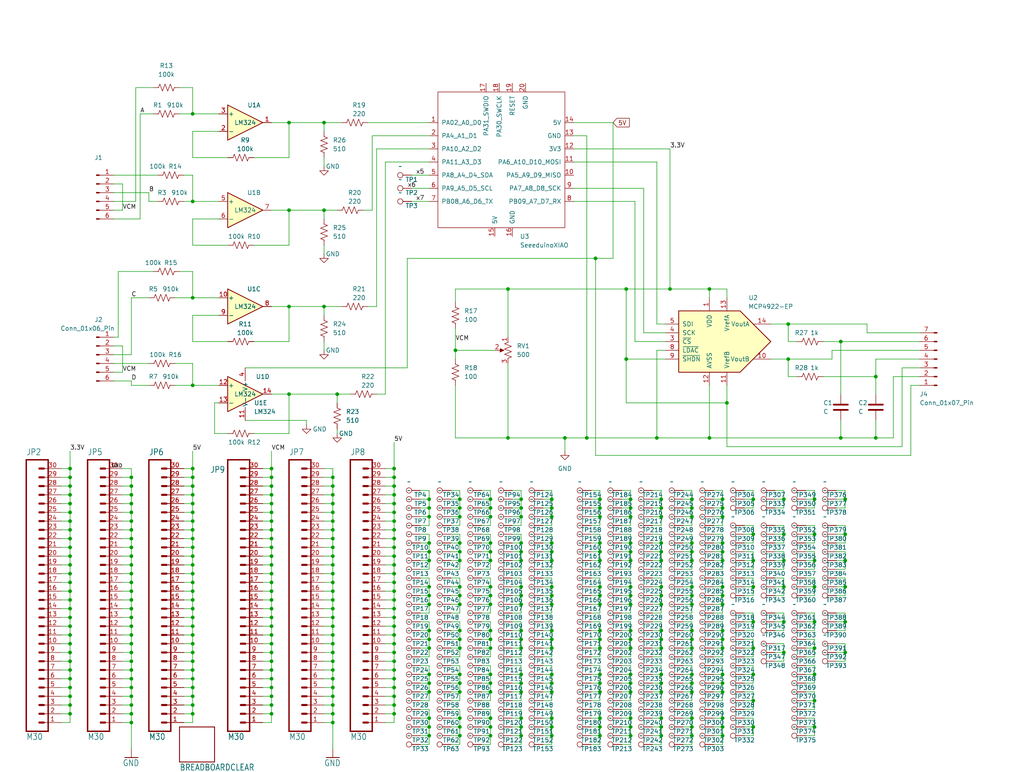
<source format=kicad_sch>
(kicad_sch (version 20230121) (generator eeschema)
  (paper "User" 297.002 223.926)
  (junction (at 173.99 213.36))
  (junction (at 55.88 194.31))
  (junction (at 38.1 148.59))
  (junction (at 38.1 173.99))
  (junction (at 182.88 149.86))
  (junction (at 55.88 33.02))
  (junction (at 132.08 101.6))
  (junction (at 20.32 158.75))
  (junction (at 55.88 184.15))
  (junction (at 173.99 182.88))
  (junction (at 182.88 187.96))
  (junction (at 20.32 191.77))
  (junction (at 182.88 210.82))
  (junction (at 245.11 162.56))
  (junction (at 38.1 153.67))
  (junction (at 160.02 213.36))
  (junction (at 160.02 160.02))
  (junction (at 55.88 146.05))
  (junction (at 172.72 74.93))
  (junction (at 20.32 143.51))
  (junction (at 151.13 144.78))
  (junction (at 20.32 194.31))
  (junction (at 96.52 166.37))
  (junction (at 151.13 170.18))
  (junction (at 173.99 195.58))
  (junction (at 78.74 153.67))
  (junction (at 96.52 194.31))
  (junction (at 133.35 182.88))
  (junction (at 124.46 147.32))
  (junction (at 133.35 213.36))
  (junction (at 78.74 143.51))
  (junction (at 182.88 200.66))
  (junction (at 191.77 182.88))
  (junction (at 38.1 140.97))
  (junction (at 227.33 170.18))
  (junction (at 124.46 187.96))
  (junction (at 20.32 186.69))
  (junction (at 20.32 189.23))
  (junction (at 114.3 156.21))
  (junction (at 93.98 60.96))
  (junction (at 78.74 194.31))
  (junction (at 200.66 195.58))
  (junction (at 96.52 191.77))
  (junction (at 97.79 114.3))
  (junction (at 160.02 170.18))
  (junction (at 114.3 138.43))
  (junction (at 160.02 182.88))
  (junction (at 114.3 186.69))
  (junction (at 96.52 163.83))
  (junction (at 78.74 181.61))
  (junction (at 182.88 182.88))
  (junction (at 114.3 161.29))
  (junction (at 78.74 186.69))
  (junction (at 182.88 160.02))
  (junction (at 191.77 200.66))
  (junction (at 142.24 213.36))
  (junction (at 142.24 195.58))
  (junction (at 38.1 179.07))
  (junction (at 133.35 144.78))
  (junction (at 142.24 170.18))
  (junction (at 96.52 173.99))
  (junction (at 96.52 199.39))
  (junction (at 38.1 163.83))
  (junction (at 78.74 166.37))
  (junction (at 151.13 185.42))
  (junction (at 96.52 148.59))
  (junction (at 151.13 187.96))
  (junction (at 55.88 171.45))
  (junction (at 114.3 143.51))
  (junction (at 83.82 114.3))
  (junction (at 20.32 153.67))
  (junction (at 20.32 156.21))
  (junction (at 245.11 170.18))
  (junction (at 151.13 198.12))
  (junction (at 209.55 213.36))
  (junction (at 151.13 157.48))
  (junction (at 20.32 201.93))
  (junction (at 160.02 162.56))
  (junction (at 200.66 149.86))
  (junction (at 124.46 200.66))
  (junction (at 182.88 157.48))
  (junction (at 209.55 200.66))
  (junction (at 133.35 147.32))
  (junction (at 96.52 189.23))
  (junction (at 182.88 208.28))
  (junction (at 124.46 208.28))
  (junction (at 96.52 196.85))
  (junction (at 55.88 151.13))
  (junction (at 114.3 158.75))
  (junction (at 182.88 144.78))
  (junction (at 142.24 198.12))
  (junction (at 96.52 158.75))
  (junction (at 142.24 210.82))
  (junction (at 96.52 179.07))
  (junction (at 243.84 127))
  (junction (at 173.99 175.26))
  (junction (at 124.46 213.36))
  (junction (at 218.44 162.56))
  (junction (at 20.32 138.43))
  (junction (at 200.66 200.66))
  (junction (at 236.22 144.78))
  (junction (at 78.74 179.07))
  (junction (at 20.32 184.15))
  (junction (at 96.52 171.45))
  (junction (at 142.24 144.78))
  (junction (at 133.35 208.28))
  (junction (at 78.74 171.45))
  (junction (at 38.1 191.77))
  (junction (at 209.55 149.86))
  (junction (at 55.88 179.07))
  (junction (at 38.1 189.23))
  (junction (at 151.13 210.82))
  (junction (at 78.74 140.97))
  (junction (at 173.99 157.48))
  (junction (at 133.35 172.72))
  (junction (at 55.88 143.51))
  (junction (at 124.46 162.56))
  (junction (at 173.99 187.96))
  (junction (at 78.74 156.21))
  (junction (at 200.66 213.36))
  (junction (at 236.22 170.18))
  (junction (at 133.35 200.66))
  (junction (at 236.22 154.94))
  (junction (at 124.46 160.02))
  (junction (at 151.13 200.66))
  (junction (at 20.32 207.01))
  (junction (at 38.1 196.85))
  (junction (at 78.74 201.93))
  (junction (at 209.55 175.26))
  (junction (at 147.32 83.82))
  (junction (at 133.35 162.56))
  (junction (at 78.74 168.91))
  (junction (at 96.52 140.97))
  (junction (at 20.32 135.89))
  (junction (at 96.52 181.61))
  (junction (at 209.55 187.96))
  (junction (at 142.24 187.96))
  (junction (at 151.13 182.88))
  (junction (at 181.61 83.82))
  (junction (at 124.46 157.48))
  (junction (at 181.61 104.14))
  (junction (at 114.3 140.97))
  (junction (at 173.99 170.18))
  (junction (at 209.55 208.28))
  (junction (at 20.32 181.61))
  (junction (at 209.55 198.12))
  (junction (at 200.66 170.18))
  (junction (at 173.99 160.02))
  (junction (at 227.33 180.34))
  (junction (at 78.74 199.39))
  (junction (at 114.3 153.67))
  (junction (at 142.24 182.88))
  (junction (at 55.88 58.42))
  (junction (at 20.32 171.45))
  (junction (at 227.33 189.23))
  (junction (at 191.77 198.12))
  (junction (at 160.02 208.28))
  (junction (at 182.88 213.36))
  (junction (at 78.74 184.15))
  (junction (at 142.24 149.86))
  (junction (at 151.13 195.58))
  (junction (at 228.6 93.98))
  (junction (at 200.66 162.56))
  (junction (at 218.44 170.18))
  (junction (at 200.66 210.82))
  (junction (at 55.88 153.67))
  (junction (at 93.98 88.9))
  (junction (at 205.74 83.82))
  (junction (at 124.46 175.26))
  (junction (at 191.77 147.32))
  (junction (at 83.82 88.9))
  (junction (at 20.32 168.91))
  (junction (at 96.52 138.43))
  (junction (at 160.02 149.86))
  (junction (at 133.35 170.18))
  (junction (at 243.84 99.06))
  (junction (at 114.3 146.05))
  (junction (at 160.02 172.72))
  (junction (at 55.88 196.85))
  (junction (at 142.24 157.48))
  (junction (at 114.3 199.39))
  (junction (at 78.74 196.85))
  (junction (at 173.99 210.82))
  (junction (at 55.88 156.21))
  (junction (at 133.35 187.96))
  (junction (at 114.3 173.99))
  (junction (at 218.44 180.34))
  (junction (at 151.13 175.26))
  (junction (at 55.88 111.76))
  (junction (at 78.74 146.05))
  (junction (at 55.88 161.29))
  (junction (at 227.33 144.78))
  (junction (at 55.88 176.53))
  (junction (at 191.77 157.48))
  (junction (at 38.1 207.01))
  (junction (at 182.88 172.72))
  (junction (at 20.32 176.53))
  (junction (at 38.1 176.53))
  (junction (at 114.3 196.85))
  (junction (at 163.83 127))
  (junction (at 209.55 210.82))
  (junction (at 124.46 182.88))
  (junction (at 20.32 199.39))
  (junction (at 236.22 187.96))
  (junction (at 200.66 172.72))
  (junction (at 38.1 138.43))
  (junction (at 173.99 172.72))
  (junction (at 142.24 175.26))
  (junction (at 173.99 200.66))
  (junction (at 245.11 154.94))
  (junction (at 194.31 83.82))
  (junction (at 20.32 146.05))
  (junction (at 114.3 171.45))
  (junction (at 160.02 144.78))
  (junction (at 245.11 180.34))
  (junction (at 200.66 187.96))
  (junction (at 124.46 170.18))
  (junction (at 142.24 147.32))
  (junction (at 55.88 135.89))
  (junction (at 160.02 147.32))
  (junction (at 133.35 195.58))
  (junction (at 55.88 140.97))
  (junction (at 254 127))
  (junction (at 114.3 179.07))
  (junction (at 38.1 194.31))
  (junction (at 78.74 191.77))
  (junction (at 151.13 172.72))
  (junction (at 209.55 147.32))
  (junction (at 151.13 160.02))
  (junction (at 78.74 176.53))
  (junction (at 78.74 163.83))
  (junction (at 173.99 198.12))
  (junction (at 173.99 149.86))
  (junction (at 38.1 209.55))
  (junction (at 151.13 208.28))
  (junction (at 209.55 172.72))
  (junction (at 160.02 175.26))
  (junction (at 20.32 161.29))
  (junction (at 55.88 173.99))
  (junction (at 38.1 156.21))
  (junction (at 96.52 209.55))
  (junction (at 114.3 184.15))
  (junction (at 55.88 189.23))
  (junction (at 160.02 185.42))
  (junction (at 209.55 185.42))
  (junction (at 96.52 201.93))
  (junction (at 142.24 160.02))
  (junction (at 182.88 170.18))
  (junction (at 55.88 168.91))
  (junction (at 190.5 127))
  (junction (at 96.52 156.21))
  (junction (at 96.52 176.53))
  (junction (at 96.52 151.13))
  (junction (at 205.74 127))
  (junction (at 236.22 180.34))
  (junction (at 124.46 195.58))
  (junction (at 133.35 149.86))
  (junction (at 245.11 189.23))
  (junction (at 55.88 204.47))
  (junction (at 114.3 168.91))
  (junction (at 38.1 201.93))
  (junction (at 114.3 189.23))
  (junction (at 124.46 149.86))
  (junction (at 114.3 204.47))
  (junction (at 182.88 198.12))
  (junction (at 218.44 195.58))
  (junction (at 142.24 208.28))
  (junction (at 151.13 162.56))
  (junction (at 142.24 185.42))
  (junction (at 114.3 176.53))
  (junction (at 96.52 207.01))
  (junction (at 96.52 146.05))
  (junction (at 209.55 195.58))
  (junction (at 96.52 153.67))
  (junction (at 114.3 151.13))
  (junction (at 147.32 127))
  (junction (at 182.88 175.26))
  (junction (at 38.1 168.91))
  (junction (at 124.46 210.82))
  (junction (at 209.55 157.48))
  (junction (at 236.22 203.2))
  (junction (at 20.32 179.07))
  (junction (at 173.99 147.32))
  (junction (at 218.44 203.2))
  (junction (at 114.3 191.77))
  (junction (at 78.74 148.59))
  (junction (at 83.82 60.96))
  (junction (at 20.32 166.37))
  (junction (at 38.1 143.51))
  (junction (at 133.35 210.82))
  (junction (at 20.32 163.83))
  (junction (at 20.32 151.13))
  (junction (at 55.88 181.61))
  (junction (at 38.1 146.05))
  (junction (at 93.98 35.56))
  (junction (at 78.74 138.43))
  (junction (at 142.24 172.72))
  (junction (at 191.77 185.42))
  (junction (at 96.52 161.29))
  (junction (at 78.74 173.99))
  (junction (at 210.82 116.84))
  (junction (at 160.02 157.48))
  (junction (at 173.99 208.28))
  (junction (at 55.88 163.83))
  (junction (at 209.55 162.56))
  (junction (at 114.3 163.83))
  (junction (at 114.3 135.89))
  (junction (at 78.74 151.13))
  (junction (at 38.1 161.29))
  (junction (at 20.32 148.59))
  (junction (at 200.66 175.26))
  (junction (at 160.02 200.66))
  (junction (at 218.44 187.96))
  (junction (at 124.46 144.78))
  (junction (at 78.74 158.75))
  (junction (at 55.88 166.37))
  (junction (at 245.11 144.78))
  (junction (at 55.88 191.77))
  (junction (at 55.88 138.43))
  (junction (at 191.77 195.58))
  (junction (at 173.99 185.42))
  (junction (at 55.88 207.01))
  (junction (at 133.35 157.48))
  (junction (at 191.77 208.28))
  (junction (at 38.1 186.69))
  (junction (at 227.33 154.94))
  (junction (at 133.35 198.12))
  (junction (at 191.77 149.86))
  (junction (at 218.44 144.78))
  (junction (at 20.32 140.97))
  (junction (at 236.22 162.56))
  (junction (at 55.88 86.36))
  (junction (at 20.32 204.47))
  (junction (at 209.55 170.18))
  (junction (at 114.3 148.59))
  (junction (at 78.74 207.01))
  (junction (at 38.1 158.75))
  (junction (at 209.55 160.02))
  (junction (at 191.77 172.72))
  (junction (at 38.1 199.39))
  (junction (at 20.32 173.99))
  (junction (at 191.77 213.36))
  (junction (at 114.3 201.93))
  (junction (at 38.1 184.15))
  (junction (at 55.88 201.93))
  (junction (at 236.22 195.58))
  (junction (at 142.24 162.56))
  (junction (at 124.46 172.72))
  (junction (at 114.3 194.31))
  (junction (at 200.66 182.88))
  (junction (at 200.66 160.02))
  (junction (at 191.77 187.96))
  (junction (at 200.66 144.78))
  (junction (at 83.82 35.56))
  (junction (at 218.44 154.94))
  (junction (at 20.32 196.85))
  (junction (at 78.74 135.89))
  (junction (at 151.13 147.32))
  (junction (at 173.99 144.78))
  (junction (at 182.88 162.56))
  (junction (at 38.1 181.61))
  (junction (at 78.74 204.47))
  (junction (at 236.22 210.82))
  (junction (at 160.02 195.58))
  (junction (at 209.55 182.88))
  (junction (at 96.52 168.91))
  (junction (at 55.88 158.75))
  (junction (at 55.88 199.39))
  (junction (at 96.52 184.15))
  (junction (at 227.33 162.56))
  (junction (at 114.3 207.01))
  (junction (at 96.52 143.51))
  (junction (at 114.3 181.61))
  (junction (at 191.77 162.56))
  (junction (at 133.35 175.26))
  (junction (at 191.77 170.18))
  (junction (at 209.55 144.78))
  (junction (at 191.77 175.26))
  (junction (at 38.1 151.13))
  (junction (at 124.46 185.42))
  (junction (at 55.88 148.59))
  (junction (at 160.02 187.96))
  (junction (at 151.13 213.36))
  (junction (at 191.77 160.02))
  (junction (at 200.66 147.32))
  (junction (at 160.02 198.12))
  (junction (at 38.1 204.47))
  (junction (at 200.66 185.42))
  (junction (at 254 109.22))
  (junction (at 191.77 144.78))
  (junction (at 38.1 171.45))
  (junction (at 133.35 160.02))
  (junction (at 96.52 186.69))
  (junction (at 200.66 208.28))
  (junction (at 200.66 157.48))
  (junction (at 182.88 185.42))
  (junction (at 124.46 198.12))
  (junction (at 191.77 210.82))
  (junction (at 114.3 166.37))
  (junction (at 160.02 210.82))
  (junction (at 133.35 185.42))
  (junction (at 182.88 195.58))
  (junction (at 142.24 200.66))
  (junction (at 55.88 186.69))
  (junction (at 182.88 147.32))
  (junction (at 96.52 204.47))
  (junction (at 78.74 189.23))
  (junction (at 218.44 210.82))
  (junction (at 170.18 127))
  (junction (at 228.6 104.14))
  (junction (at 151.13 149.86))
  (junction (at 173.99 162.56))
  (junction (at 200.66 198.12))
  (junction (at 38.1 166.37))
  (junction (at 78.74 161.29))
  (wire (pts (xy 200.66 149.86) (xy 200.66 152.4)))
  (wire (pts (xy 191.77 185.42) (xy 191.77 187.96)))
  (wire (pts (xy 200.66 187.96) (xy 200.66 190.5)))
  (wire (pts (xy 198.12 147.32) (xy 200.66 147.32)))
  (wire (pts (xy 38.1 196.85) (xy 38.1 199.39)) (stroke (width 0.1524)))
  (wire (pts (xy 180.34 208.28) (xy 182.88 208.28)))
  (wire (pts (xy 151.13 147.32) (xy 151.13 149.86)))
  (wire (pts (xy 218.44 162.56) (xy 218.44 165.1)))
  (wire (pts (xy 62.23 116.84) (xy 62.23 125.73)))
  (wire (pts (xy 20.32 151.13) (xy 20.32 148.59)) (stroke (width 0.1524)))
  (wire (pts (xy 209.55 182.88) (xy 209.55 185.42)))
  (wire (pts (xy 191.77 167.64) (xy 191.77 170.18)))
  (wire (pts (xy 224.79 160.02) (xy 227.33 160.02)))
  (wire (pts (xy 35.56 189.23) (xy 38.1 189.23)) (stroke (width 0.1524)))
  (wire (pts (xy 173.99 177.8) (xy 171.45 177.8)))
  (wire (pts (xy 55.88 163.83) (xy 55.88 161.29)) (stroke (width 0.1524)))
  (wire (pts (xy 209.55 203.2) (xy 207.01 203.2)))
  (wire (pts (xy 194.31 43.18) (xy 194.31 83.82)))
  (wire (pts (xy 76.2 156.21) (xy 78.74 156.21)) (stroke (width 0.1524)))
  (wire (pts (xy 160.02 182.88) (xy 160.02 185.42)))
  (wire (pts (xy 198.12 182.88) (xy 200.66 182.88)))
  (wire (pts (xy 142.24 185.42) (xy 142.24 187.96)))
  (wire (pts (xy 142.24 154.94) (xy 142.24 157.48)))
  (wire (pts (xy 191.77 193.04) (xy 191.77 195.58)))
  (wire (pts (xy 130.81 170.18) (xy 133.35 170.18)))
  (wire (pts (xy 55.88 33.02) (xy 63.5 33.02)))
  (wire (pts (xy 198.12 195.58) (xy 200.66 195.58)))
  (wire (pts (xy 207.01 185.42) (xy 209.55 185.42)))
  (wire (pts (xy 83.82 88.9) (xy 83.82 99.06)))
  (wire (pts (xy 76.2 146.05) (xy 78.74 146.05)) (stroke (width 0.1524)))
  (wire (pts (xy 111.76 158.75) (xy 114.3 158.75)) (stroke (width 0.1524)))
  (wire (pts (xy 190.5 101.6) (xy 190.5 127)))
  (wire (pts (xy 189.23 213.36) (xy 191.77 213.36)))
  (wire (pts (xy 218.44 177.8) (xy 218.44 180.34)))
  (wire (pts (xy 17.78 151.13) (xy 20.32 151.13)) (stroke (width 0.1524)))
  (wire (pts (xy 55.88 158.75) (xy 55.88 156.21)) (stroke (width 0.1524)))
  (wire (pts (xy 93.98 189.23) (xy 96.52 189.23)) (stroke (width 0.1524)))
  (wire (pts (xy 157.48 200.66) (xy 160.02 200.66)))
  (wire (pts (xy 209.55 147.32) (xy 209.55 149.86)))
  (wire (pts (xy 53.34 135.89) (xy 55.88 135.89)) (stroke (width 0.1524)))
  (wire (pts (xy 245.11 144.78) (xy 242.57 144.78)))
  (wire (pts (xy 236.22 185.42) (xy 236.22 187.96)))
  (wire (pts (xy 160.02 187.96) (xy 160.02 190.5)))
  (wire (pts (xy 227.33 167.64) (xy 227.33 170.18)))
  (wire (pts (xy 215.9 185.42) (xy 218.44 185.42)))
  (wire (pts (xy 189.23 208.28) (xy 191.77 208.28)))
  (wire (pts (xy 148.59 170.18) (xy 151.13 170.18)))
  (wire (pts (xy 210.82 83.82) (xy 205.74 83.82)))
  (wire (pts (xy 209.55 177.8) (xy 207.01 177.8)))
  (wire (pts (xy 191.77 147.32) (xy 191.77 149.86)))
  (wire (pts (xy 142.24 162.56) (xy 142.24 165.1)))
  (wire (pts (xy 93.98 151.13) (xy 96.52 151.13)) (stroke (width 0.1524)))
  (wire (pts (xy 35.56 135.89) (xy 38.1 135.89)) (stroke (width 0.1524)))
  (wire (pts (xy 114.3 163.83) (xy 114.3 161.29)) (stroke (width 0.1524)))
  (wire (pts (xy 142.24 200.66) (xy 142.24 203.2)))
  (wire (pts (xy 224.79 177.8) (xy 227.33 177.8)))
  (wire (pts (xy 78.74 184.15) (xy 78.74 181.61)) (stroke (width 0.1524)))
  (wire (pts (xy 142.24 182.88) (xy 142.24 185.42)))
  (wire (pts (xy 130.81 195.58) (xy 133.35 195.58)))
  (wire (pts (xy 182.88 185.42) (xy 182.88 187.96)))
  (wire (pts (xy 160.02 170.18) (xy 160.02 172.72)))
  (wire (pts (xy 171.45 172.72) (xy 173.99 172.72)))
  (wire (pts (xy 20.32 191.77) (xy 20.32 189.23)) (stroke (width 0.1524)))
  (wire (pts (xy 142.24 208.28) (xy 142.24 210.82)))
  (wire (pts (xy 218.44 203.2) (xy 215.9 203.2)))
  (wire (pts (xy 124.46 149.86) (xy 124.46 152.4)))
  (wire (pts (xy 198.12 162.56) (xy 200.66 162.56)))
  (wire (pts (xy 198.12 187.96) (xy 200.66 187.96)))
  (wire (pts (xy 114.3 143.51) (xy 114.3 140.97)) (stroke (width 0.1524)))
  (wire (pts (xy 133.35 167.64) (xy 133.35 170.18)))
  (wire (pts (xy 83.82 45.72) (xy 83.82 35.56)))
  (wire (pts (xy 157.48 175.26) (xy 160.02 175.26)))
  (wire (pts (xy 96.52 161.29) (xy 96.52 163.83)) (stroke (width 0.1524)))
  (wire (pts (xy 173.99 154.94) (xy 173.99 157.48)))
  (wire (pts (xy 71.12 106.68) (xy 118.11 106.68)))
  (wire (pts (xy 20.32 196.85) (xy 20.32 194.31)) (stroke (width 0.1524)))
  (wire (pts (xy 182.88 177.8) (xy 180.34 177.8)))
  (wire (pts (xy 130.81 208.28) (xy 133.35 208.28)))
  (wire (pts (xy 236.22 180.34) (xy 236.22 182.88)))
  (wire (pts (xy 173.99 149.86) (xy 173.99 152.4)))
  (wire (pts (xy 207.01 175.26) (xy 209.55 175.26)))
  (wire (pts (xy 55.88 86.36) (xy 63.5 86.36)))
  (wire (pts (xy 191.77 208.28) (xy 191.77 210.82)))
  (wire (pts (xy 181.61 83.82) (xy 194.31 83.82)))
  (wire (pts (xy 228.6 104.14) (xy 228.6 109.22)))
  (wire (pts (xy 53.34 204.47) (xy 55.88 204.47)) (stroke (width 0.1524)))
  (wire (pts (xy 209.55 175.26) (xy 209.55 177.8)))
  (wire (pts (xy 180.34 200.66) (xy 182.88 200.66)))
  (wire (pts (xy 233.68 187.96) (xy 236.22 187.96)))
  (wire (pts (xy 132.08 101.6) (xy 132.08 104.14)))
  (wire (pts (xy 133.35 215.9) (xy 130.81 215.9)))
  (wire (pts (xy 242.57 152.4) (xy 245.11 152.4)))
  (wire (pts (xy 119.38 58.42) (xy 124.46 58.42)))
  (wire (pts (xy 218.44 203.2) (xy 218.44 205.74)))
  (wire (pts (xy 209.55 205.74) (xy 209.55 208.28)))
  (wire (pts (xy 34.29 97.79) (xy 33.02 97.79)))
  (wire (pts (xy 151.13 190.5) (xy 148.59 190.5)))
  (wire (pts (xy 114.3 204.47) (xy 114.3 201.93)) (stroke (width 0.1524)))
  (wire (pts (xy 55.88 140.97) (xy 55.88 138.43)) (stroke (width 0.1524)))
  (wire (pts (xy 55.88 148.59) (xy 55.88 146.05)) (stroke (width 0.1524)))
  (wire (pts (xy 53.34 176.53) (xy 55.88 176.53)) (stroke (width 0.1524)))
  (wire (pts (xy 53.34 151.13) (xy 55.88 151.13)) (stroke (width 0.1524)))
  (wire (pts (xy 236.22 165.1) (xy 233.68 165.1)))
  (wire (pts (xy 245.11 154.94) (xy 245.11 157.48)))
  (wire (pts (xy 96.52 148.59) (xy 93.98 148.59)) (stroke (width 0.1524)))
  (wire (pts (xy 236.22 142.24) (xy 236.22 144.78)))
  (wire (pts (xy 139.7 193.04) (xy 142.24 193.04)))
  (wire (pts (xy 215.9 160.02) (xy 218.44 160.02)))
  (wire (pts (xy 20.32 161.29) (xy 20.32 158.75)) (stroke (width 0.1524)))
  (wire (pts (xy 209.55 165.1) (xy 207.01 165.1)))
  (wire (pts (xy 130.81 147.32) (xy 133.35 147.32)))
  (wire (pts (xy 151.13 215.9) (xy 148.59 215.9)))
  (wire (pts (xy 17.78 194.31) (xy 20.32 194.31)) (stroke (width 0.1524)))
  (wire (pts (xy 96.52 171.45) (xy 96.52 173.99)) (stroke (width 0.1524)))
  (wire (pts (xy 38.1 86.36) (xy 38.1 102.87)))
  (wire (pts (xy 55.88 58.42) (xy 63.5 58.42)))
  (wire (pts (xy 148.59 160.02) (xy 151.13 160.02)))
  (wire (pts (xy 173.99 195.58) (xy 173.99 198.12)))
  (wire (pts (xy 20.32 168.91) (xy 20.32 166.37)) (stroke (width 0.1524)))
  (wire (pts (xy 245.11 154.94) (xy 242.57 154.94)))
  (wire (pts (xy 173.99 200.66) (xy 173.99 203.2)))
  (wire (pts (xy 83.82 60.96) (xy 83.82 71.12)))
  (wire (pts (xy 114.3 191.77) (xy 114.3 189.23)) (stroke (width 0.1524)))
  (wire (pts (xy 78.74 153.67) (xy 78.74 151.13)) (stroke (width 0.1524)))
  (wire (pts (xy 218.44 208.28) (xy 218.44 210.82)))
  (wire (pts (xy 133.35 175.26) (xy 133.35 177.8)))
  (wire (pts (xy 266.7 109.22) (xy 259.08 109.22)))
  (wire (pts (xy 261.62 129.54) (xy 210.82 129.54)))
  (wire (pts (xy 227.33 162.56) (xy 227.33 165.1)))
  (wire (pts (xy 17.78 153.67) (xy 20.32 153.67)) (stroke (width 0.1524)))
  (wire (pts (xy 180.34 193.04) (xy 182.88 193.04)))
  (wire (pts (xy 78.74 168.91) (xy 78.74 166.37)) (stroke (width 0.1524)))
  (wire (pts (xy 93.98 199.39) (xy 96.52 199.39)) (stroke (width 0.1524)))
  (wire (pts (xy 245.11 167.64) (xy 245.11 170.18)))
  (wire (pts (xy 53.34 196.85) (xy 55.88 196.85)) (stroke (width 0.1524)))
  (wire (pts (xy 251.46 96.52) (xy 266.7 96.52)))
  (wire (pts (xy 166.37 54.61) (xy 186.69 54.61)))
  (wire (pts (xy 173.99 147.32) (xy 173.99 149.86)))
  (wire (pts (xy 124.46 165.1) (xy 121.92 165.1)))
  (wire (pts (xy 38.1 204.47) (xy 38.1 207.01)) (stroke (width 0.1524)))
  (wire (pts (xy 191.77 154.94) (xy 191.77 157.48)))
  (wire (pts (xy 191.77 152.4) (xy 189.23 152.4)))
  (wire (pts (xy 142.24 195.58) (xy 142.24 198.12)))
  (wire (pts (xy 215.9 210.82) (xy 218.44 210.82)))
  (wire (pts (xy 189.23 205.74) (xy 191.77 205.74)))
  (wire (pts (xy 160.02 167.64) (xy 160.02 170.18)))
  (wire (pts (xy 33.02 53.34) (xy 35.56 53.34)))
  (wire (pts (xy 207.01 157.48) (xy 209.55 157.48)))
  (wire (pts (xy 207.01 195.58) (xy 209.55 195.58)))
  (wire (pts (xy 17.78 196.85) (xy 20.32 196.85)) (stroke (width 0.1524)))
  (wire (pts (xy 20.32 207.01) (xy 20.32 204.47)) (stroke (width 0.1524)))
  (wire (pts (xy 111.76 201.93) (xy 114.3 201.93)) (stroke (width 0.1524)))
  (wire (pts (xy 96.52 173.99) (xy 96.52 176.53)) (stroke (width 0.1524)))
  (wire (pts (xy 114.3 209.55) (xy 114.3 207.01)) (stroke (width 0.1524)))
  (wire (pts (xy 227.33 162.56) (xy 224.79 162.56)))
  (wire (pts (xy 142.24 198.12) (xy 142.24 200.66)))
  (wire (pts (xy 121.92 175.26) (xy 124.46 175.26)))
  (wire (pts (xy 215.9 162.56) (xy 218.44 162.56)))
  (wire (pts (xy 93.98 204.47) (xy 96.52 204.47)) (stroke (width 0.1524)))
  (wire (pts (xy 55.88 207.01) (xy 55.88 204.47)) (stroke (width 0.1524)))
  (wire (pts (xy 33.02 107.95) (xy 35.56 107.95)))
  (wire (pts (xy 93.98 153.67) (xy 96.52 153.67)) (stroke (width 0.1524)))
  (wire (pts (xy 233.68 154.94) (xy 236.22 154.94)))
  (wire (pts (xy 236.22 152.4) (xy 236.22 154.94)))
  (wire (pts (xy 157.48 142.24) (xy 160.02 142.24)))
  (wire (pts (xy 124.46 200.66) (xy 124.46 203.2)))
  (wire (pts (xy 55.88 91.44) (xy 63.5 91.44)))
  (wire (pts (xy 151.13 157.48) (xy 151.13 160.02)))
  (wire (pts (xy 96.52 196.85) (xy 96.52 199.39)) (stroke (width 0.1524)))
  (wire (pts (xy 191.77 144.78) (xy 191.77 147.32)))
  (wire (pts (xy 191.77 175.26) (xy 191.77 177.8)))
  (wire (pts (xy 236.22 177.8) (xy 236.22 180.34)))
  (wire (pts (xy 55.88 78.74) (xy 55.88 86.36)))
  (wire (pts (xy 50.8 86.36) (xy 55.88 86.36)))
  (wire (pts (xy 198.12 198.12) (xy 200.66 198.12)))
  (wire (pts (xy 55.88 168.91) (xy 53.34 168.91)) (stroke (width 0.1524)))
  (wire (pts (xy 55.88 143.51) (xy 55.88 140.97)) (stroke (width 0.1524)))
  (wire (pts (xy 93.98 138.43) (xy 96.52 138.43)) (stroke (width 0.1524)))
  (wire (pts (xy 173.99 213.36) (xy 173.99 215.9)))
  (wire (pts (xy 20.32 199.39) (xy 20.32 196.85)) (stroke (width 0.1524)))
  (wire (pts (xy 236.22 152.4) (xy 233.68 152.4)))
  (wire (pts (xy 218.44 200.66) (xy 218.44 203.2)))
  (wire (pts (xy 52.07 25.4) (xy 55.88 25.4)))
  (wire (pts (xy 20.32 163.83) (xy 20.32 161.29)) (stroke (width 0.1524)))
  (wire (pts (xy 35.56 100.33) (xy 35.56 107.95)))
  (wire (pts (xy 73.66 45.72) (xy 83.82 45.72)))
  (wire (pts (xy 78.74 135.89) (xy 78.74 130.81)) (stroke (width 0.1524)))
  (wire (pts (xy 55.88 181.61) (xy 55.88 179.07)) (stroke (width 0.1524)))
  (wire (pts (xy 218.44 187.96) (xy 218.44 190.5)))
  (wire (pts (xy 157.48 147.32) (xy 160.02 147.32)))
  (wire (pts (xy 200.66 152.4) (xy 198.12 152.4)))
  (wire (pts (xy 218.44 170.18) (xy 218.44 172.72)))
  (wire (pts (xy 20.32 181.61) (xy 20.32 179.07)) (stroke (width 0.1524)))
  (wire (pts (xy 189.23 187.96) (xy 191.77 187.96)))
  (wire (pts (xy 55.88 184.15) (xy 55.88 181.61)) (stroke (width 0.1524)))
  (wire (pts (xy 200.66 215.9) (xy 198.12 215.9)))
  (wire (pts (xy 227.33 147.32) (xy 224.79 147.32)))
  (wire (pts (xy 133.35 187.96) (xy 133.35 190.5)))
  (wire (pts (xy 96.52 146.05) (xy 96.52 148.59)) (stroke (width 0.1524)))
  (wire (pts (xy 35.56 156.21) (xy 38.1 156.21)) (stroke (width 0.1524)))
  (wire (pts (xy 180.34 172.72) (xy 182.88 172.72)))
  (wire (pts (xy 55.88 194.31) (xy 55.88 191.77)) (stroke (width 0.1524)))
  (wire (pts (xy 182.88 190.5) (xy 180.34 190.5)))
  (wire (pts (xy 191.77 149.86) (xy 191.77 152.4)))
  (wire (pts (xy 173.99 203.2) (xy 171.45 203.2)))
  (wire (pts (xy 93.98 168.91) (xy 96.52 168.91)) (stroke (width 0.1524)))
  (wire (pts (xy 76.2 138.43) (xy 78.74 138.43)) (stroke (width 0.1524)))
  (wire (pts (xy 133.35 177.8) (xy 130.81 177.8)))
  (wire (pts (xy 76.2 153.67) (xy 78.74 153.67)) (stroke (width 0.1524)))
  (wire (pts (xy 124.46 160.02) (xy 124.46 162.56)))
  (wire (pts (xy 157.48 198.12) (xy 160.02 198.12)))
  (wire (pts (xy 38.1 173.99) (xy 38.1 176.53)) (stroke (width 0.1524)))
  (wire (pts (xy 111.76 179.07) (xy 114.3 179.07)) (stroke (width 0.1524)))
  (wire (pts (xy 186.69 54.61) (xy 186.69 96.52)))
  (wire (pts (xy 35.56 186.69) (xy 38.1 186.69)) (stroke (width 0.1524)))
  (wire (pts (xy 180.34 187.96) (xy 182.88 187.96)))
  (wire (pts (xy 121.92 144.78) (xy 124.46 144.78)))
  (wire (pts (xy 172.72 74.93) (xy 172.72 132.08)))
  (wire (pts (xy 142.24 203.2) (xy 139.7 203.2)))
  (wire (pts (xy 124.46 190.5) (xy 121.92 190.5)))
  (wire (pts (xy 17.78 209.55) (xy 20.32 209.55)) (stroke (width 0.1524)))
  (wire (pts (xy 78.74 166.37) (xy 78.74 163.83)) (stroke (width 0.1524)))
  (wire (pts (xy 148.59 205.74) (xy 151.13 205.74)))
  (wire (pts (xy 20.32 138.43) (xy 20.32 135.89)) (stroke (width 0.1524)))
  (wire (pts (xy 215.9 167.64) (xy 218.44 167.64)))
  (wire (pts (xy 200.66 205.74) (xy 200.66 208.28)))
  (wire (pts (xy 182.88 187.96) (xy 182.88 190.5)))
  (wire (pts (xy 83.82 114.3) (xy 97.79 114.3)))
  (wire (pts (xy 114.3 173.99) (xy 114.3 171.45)) (stroke (width 0.1524)))
  (wire (pts (xy 173.99 160.02) (xy 173.99 162.56)))
  (wire (pts (xy 251.46 93.98) (xy 251.46 96.52)))
  (wire (pts (xy 171.45 162.56) (xy 173.99 162.56)))
  (wire (pts (xy 160.02 142.24) (xy 160.02 144.78)))
  (wire (pts (xy 218.44 193.04) (xy 218.44 195.58)))
  (wire (pts (xy 245.11 191.77) (xy 242.57 191.77)))
  (wire (pts (xy 245.11 172.72) (xy 242.57 172.72)))
  (wire (pts (xy 44.45 78.74) (xy 34.29 78.74)))
  (wire (pts (xy 233.68 160.02) (xy 236.22 160.02)))
  (wire (pts (xy 173.99 193.04) (xy 173.99 195.58)))
  (wire (pts (xy 209.55 193.04) (xy 209.55 195.58)))
  (wire (pts (xy 114.3 196.85) (xy 114.3 194.31)) (stroke (width 0.1524)))
  (wire (pts (xy 157.48 205.74) (xy 160.02 205.74)))
  (wire (pts (xy 55.88 25.4) (xy 55.88 33.02)))
  (wire (pts (xy 177.8 74.93) (xy 172.72 74.93)))
  (wire (pts (xy 157.48 172.72) (xy 160.02 172.72)))
  (wire (pts (xy 55.88 186.69) (xy 55.88 184.15)) (stroke (width 0.1524)))
  (wire (pts (xy 189.23 147.32) (xy 191.77 147.32)))
  (wire (pts (xy 139.7 167.64) (xy 142.24 167.64)))
  (wire (pts (xy 55.88 151.13) (xy 55.88 148.59)) (stroke (width 0.1524)))
  (wire (pts (xy 215.9 208.28) (xy 218.44 208.28)))
  (wire (pts (xy 151.13 205.74) (xy 151.13 208.28)))
  (wire (pts (xy 96.52 199.39) (xy 96.52 201.93)) (stroke (width 0.1524)))
  (wire (pts (xy 190.5 127) (xy 170.18 127)))
  (wire (pts (xy 96.52 143.51) (xy 96.52 146.05)) (stroke (width 0.1524)))
  (wire (pts (xy 33.02 55.88) (xy 43.18 55.88)))
  (wire (pts (xy 93.98 201.93) (xy 96.52 201.93)) (stroke (width 0.1524)))
  (wire (pts (xy 111.76 207.01) (xy 114.3 207.01)) (stroke (width 0.1524)))
  (wire (pts (xy 17.78 156.21) (xy 20.32 156.21)) (stroke (width 0.1524)))
  (wire (pts (xy 210.82 129.54) (xy 210.82 116.84)))
  (wire (pts (xy 124.46 203.2) (xy 121.92 203.2)))
  (wire (pts (xy 243.84 127) (xy 205.74 127)))
  (wire (pts (xy 53.34 199.39) (xy 55.88 199.39)) (stroke (width 0.1524)))
  (wire (pts (xy 97.79 124.46) (xy 97.79 125.73)))
  (wire (pts (xy 53.34 209.55) (xy 55.88 209.55)) (stroke (width 0.1524)))
  (wire (pts (xy 173.99 144.78) (xy 173.99 147.32)))
  (wire (pts (xy 114.3 168.91) (xy 114.3 166.37)) (stroke (width 0.1524)))
  (wire (pts (xy 210.82 86.36) (xy 210.82 83.82)))
  (wire (pts (xy 173.99 157.48) (xy 173.99 160.02)))
  (wire (pts (xy 78.74 146.05) (xy 78.74 143.51)) (stroke (width 0.1524)))
  (wire (pts (xy 182.88 172.72) (xy 182.88 175.26)))
  (wire (pts (xy 173.99 170.18) (xy 173.99 172.72)))
  (wire (pts (xy 133.35 149.86) (xy 133.35 152.4)))
  (wire (pts (xy 171.45 167.64) (xy 173.99 167.64)))
  (wire (pts (xy 78.74 163.83) (xy 78.74 161.29)) (stroke (width 0.1524)))
  (wire (pts (xy 186.69 96.52) (xy 193.04 96.52)))
  (wire (pts (xy 96.52 161.29) (xy 93.98 161.29)) (stroke (width 0.1524)))
  (wire (pts (xy 130.81 172.72) (xy 133.35 172.72)))
  (wire (pts (xy 53.34 146.05) (xy 55.88 146.05)) (stroke (width 0.1524)))
  (wire (pts (xy 160.02 195.58) (xy 160.02 198.12)))
  (wire (pts (xy 180.34 180.34) (xy 182.88 180.34)))
  (wire (pts (xy 233.68 210.82) (xy 236.22 210.82)))
  (wire (pts (xy 133.35 213.36) (xy 133.35 215.9)))
  (wire (pts (xy 17.78 201.93) (xy 20.32 201.93)) (stroke (width 0.1524)))
  (wire (pts (xy 55.88 45.72) (xy 55.88 38.1)))
  (wire (pts (xy 78.74 151.13) (xy 78.74 148.59)) (stroke (width 0.1524)))
  (wire (pts (xy 215.9 198.12) (xy 218.44 198.12)))
  (wire (pts (xy 151.13 149.86) (xy 151.13 152.4)))
  (wire (pts (xy 236.22 177.8) (xy 233.68 177.8)))
  (wire (pts (xy 148.59 210.82) (xy 151.13 210.82)))
  (wire (pts (xy 191.77 198.12) (xy 191.77 200.66)))
  (wire (pts (xy 17.78 181.61) (xy 20.32 181.61)) (stroke (width 0.1524)))
  (wire (pts (xy 139.7 187.96) (xy 142.24 187.96)))
  (wire (pts (xy 66.04 45.72) (xy 55.88 45.72)))
  (wire (pts (xy 233.68 198.12) (xy 236.22 198.12)))
  (wire (pts (xy 55.88 135.89) (xy 55.88 137.16)))
  (wire (pts (xy 114.3 184.15) (xy 114.3 181.61)) (stroke (width 0.1524)))
  (wire (pts (xy 166.37 43.18) (xy 194.31 43.18)))
  (wire (pts (xy 97.79 114.3) (xy 97.79 116.84)))
  (wire (pts (xy 53.34 58.42) (xy 55.88 58.42)))
  (wire (pts (xy 200.66 193.04) (xy 200.66 195.58)))
  (wire (pts (xy 55.88 111.76) (xy 63.5 111.76)))
  (wire (pts (xy 111.76 135.89) (xy 114.3 135.89)) (stroke (width 0.1524)))
  (wire (pts (xy 184.15 58.42) (xy 166.37 58.42)))
  (wire (pts (xy 198.12 149.86) (xy 200.66 149.86)))
  (wire (pts (xy 160.02 190.5) (xy 157.48 190.5)))
  (wire (pts (xy 245.11 170.18) (xy 245.11 172.72)))
  (wire (pts (xy 17.78 135.89) (xy 20.32 135.89)) (stroke (width 0.1524)))
  (wire (pts (xy 238.76 99.06) (xy 243.84 99.06)))
  (wire (pts (xy 189.23 149.86) (xy 191.77 149.86)))
  (wire (pts (xy 83.82 88.9) (xy 93.98 88.9)))
  (wire (pts (xy 96.52 204.47) (xy 96.52 207.01)) (stroke (width 0.1524)))
  (wire (pts (xy 35.56 209.55) (xy 38.1 209.55)) (stroke (width 0.1524)))
  (wire (pts (xy 53.34 171.45) (xy 55.88 171.45)) (stroke (width 0.1524)))
  (wire (pts (xy 55.88 209.55) (xy 55.88 207.01)) (stroke (width 0.1524)))
  (wire (pts (xy 198.12 144.78) (xy 200.66 144.78)))
  (wire (pts (xy 20.32 140.97) (xy 20.32 138.43)) (stroke (width 0.1524)))
  (wire (pts (xy 93.98 209.55) (xy 96.52 209.55)) (stroke (width 0.1524)))
  (wire (pts (xy 93.98 163.83) (xy 96.52 163.83)) (stroke (width 0.1524)))
  (wire (pts (xy 245.11 189.23) (xy 245.11 191.77)))
  (wire (pts (xy 20.32 171.45) (xy 20.32 168.91)) (stroke (width 0.1524)))
  (wire (pts (xy 157.48 167.64) (xy 160.02 167.64)))
  (wire (pts (xy 130.81 193.04) (xy 133.35 193.04)))
  (wire (pts (xy 43.18 111.76) (xy 38.1 111.76)))
  (wire (pts (xy 189.23 142.24) (xy 191.77 142.24)))
  (wire (pts (xy 76.2 148.59) (xy 78.74 148.59)) (stroke (width 0.1524)))
  (wire (pts (xy 228.6 93.98) (xy 228.6 99.06)))
  (wire (pts (xy 142.24 157.48) (xy 142.24 160.02)))
  (wire (pts (xy 17.78 163.83) (xy 20.32 163.83)) (stroke (width 0.1524)))
  (wire (pts (xy 173.99 190.5) (xy 171.45 190.5)))
  (wire (pts (xy 173.99 175.26) (xy 173.99 177.8)))
  (wire (pts (xy 130.81 205.74) (xy 133.35 205.74)))
  (wire (pts (xy 233.68 213.36) (xy 236.22 213.36)))
  (wire (pts (xy 245.11 189.23) (xy 242.57 189.23)))
  (wire (pts (xy 173.99 162.56) (xy 173.99 165.1)))
  (wire (pts (xy 227.33 172.72) (xy 224.79 172.72)))
  (wire (pts (xy 55.88 171.45) (xy 55.88 168.91)) (stroke (width 0.1524)))
  (wire (pts (xy 111.76 176.53) (xy 114.3 176.53)) (stroke (width 0.1524)))
  (wire (pts (xy 130.81 213.36) (xy 133.35 213.36)))
  (wire (pts (xy 111.76 171.45) (xy 114.3 171.45)) (stroke (width 0.1524)))
  (wire (pts (xy 130.81 175.26) (xy 133.35 175.26)))
  (wire (pts (xy 171.45 157.48) (xy 173.99 157.48)))
  (wire (pts (xy 142.24 175.26) (xy 142.24 177.8)))
  (wire (pts (xy 53.34 166.37) (xy 55.88 166.37)) (stroke (width 0.1524)))
  (wire (pts (xy 205.74 83.82) (xy 205.74 86.36)))
  (wire (pts (xy 189.23 170.18) (xy 191.77 170.18)))
  (wire (pts (xy 111.76 199.39) (xy 114.3 199.39)) (stroke (width 0.1524)))
  (wire (pts (xy 228.6 93.98) (xy 251.46 93.98)))
  (wire (pts (xy 191.77 162.56) (xy 191.77 165.1)))
  (wire (pts (xy 73.66 125.73) (xy 83.82 125.73)))
  (wire (pts (xy 191.77 170.18) (xy 191.77 172.72)))
  (wire (pts (xy 96.52 140.97) (xy 96.52 143.51)) (stroke (width 0.1524)))
  (wire (pts (xy 142.24 147.32) (xy 142.24 149.86)))
  (wire (pts (xy 130.81 142.24) (xy 133.35 142.24)))
  (wire (pts (xy 124.46 182.88) (xy 124.46 185.42)))
  (wire (pts (xy 236.22 160.02) (xy 236.22 162.56)))
  (wire (pts (xy 173.99 210.82) (xy 173.99 213.36)))
  (wire (pts (xy 151.13 177.8) (xy 148.59 177.8)))
  (wire (pts (xy 114.3 128.27) (xy 114.3 135.89)) (stroke (width 0.1524)))
  (wire (pts (xy 160.02 175.26) (xy 160.02 177.8)))
  (wire (pts (xy 227.33 165.1) (xy 224.79 165.1)))
  (wire (pts (xy 209.55 152.4) (xy 207.01 152.4)))
  (wire (pts (xy 124.46 39.37) (xy 107.95 39.37)))
  (wire (pts (xy 198.12 167.64) (xy 200.66 167.64)))
  (wire (pts (xy 130.81 144.78) (xy 133.35 144.78)))
  (wire (pts (xy 190.5 127) (xy 205.74 127)))
  (wire (pts (xy 35.56 138.43) (xy 38.1 138.43)) (stroke (width 0.1524)))
  (wire (pts (xy 171.45 213.36) (xy 173.99 213.36)))
  (wire (pts (xy 133.35 205.74) (xy 133.35 208.28)))
  (wire (pts (xy 200.66 210.82) (xy 200.66 213.36)))
  (wire (pts (xy 205.74 83.82) (xy 194.31 83.82)))
  (wire (pts (xy 133.35 165.1) (xy 130.81 165.1)))
  (wire (pts (xy 254 109.22) (xy 238.76 109.22)))
  (wire (pts (xy 38.1 158.75) (xy 38.1 161.29)) (stroke (width 0.1524)))
  (wire (pts (xy 207.01 144.78) (xy 209.55 144.78)))
  (wire (pts (xy 151.13 180.34) (xy 151.13 182.88)))
  (wire (pts (xy 130.81 160.02) (xy 133.35 160.02)))
  (wire (pts (xy 200.66 200.66) (xy 200.66 203.2)))
  (wire (pts (xy 173.99 198.12) (xy 173.99 200.66)))
  (wire (pts (xy 209.55 157.48) (xy 209.55 160.02)))
  (wire (pts (xy 50.8 105.41) (xy 55.88 105.41)))
  (wire (pts (xy 245.11 177.8) (xy 245.11 180.34)))
  (wire (pts (xy 93.98 60.96) (xy 93.98 63.5)))
  (wire (pts (xy 242.57 142.24) (xy 245.11 142.24)))
  (wire (pts (xy 73.66 99.06) (xy 83.82 99.06)))
  (wire (pts (xy 35.56 140.97) (xy 38.1 140.97)) (stroke (width 0.1524)))
  (wire (pts (xy 133.35 210.82) (xy 133.35 213.36)))
  (wire (pts (xy 245.11 142.24) (xy 245.11 144.78)))
  (wire (pts (xy 160.02 149.86) (xy 160.02 152.4)))
  (wire (pts (xy 139.7 162.56) (xy 142.24 162.56)))
  (wire (pts (xy 173.99 180.34) (xy 173.99 182.88)))
  (wire (pts (xy 53.34 50.8) (xy 55.88 50.8)))
  (wire (pts (xy 245.11 170.18) (xy 242.57 170.18)))
  (wire (pts (xy 151.13 187.96) (xy 151.13 190.5)))
  (wire (pts (xy 198.12 160.02) (xy 200.66 160.02)))
  (wire (pts (xy 218.44 154.94) (xy 218.44 157.48)))
  (wire (pts (xy 96.52 166.37) (xy 96.52 168.91)) (stroke (width 0.1524)))
  (wire (pts (xy 223.52 93.98) (xy 228.6 93.98)))
  (wire (pts (xy 35.56 151.13) (xy 38.1 151.13)) (stroke (width 0.1524)))
  (wire (pts (xy 133.35 198.12) (xy 133.35 200.66)))
  (wire (pts (xy 160.02 165.1) (xy 157.48 165.1)))
  (wire (pts (xy 55.88 146.05) (xy 55.88 143.51)) (stroke (width 0.1524)))
  (wire (pts (xy 133.35 154.94) (xy 133.35 157.48)))
  (wire (pts (xy 160.02 180.34) (xy 160.02 182.88)))
  (wire (pts (xy 236.22 193.04) (xy 236.22 195.58)))
  (wire (pts (xy 200.66 157.48) (xy 200.66 160.02)))
  (wire (pts (xy 200.66 198.12) (xy 200.66 200.66)))
  (wire (pts (xy 78.74 204.47) (xy 78.74 201.93)) (stroke (width 0.1524)))
  (wire (pts (xy 180.34 142.24) (xy 182.88 142.24)))
  (wire (pts (xy 93.98 186.69) (xy 96.52 186.69)) (stroke (width 0.1524)))
  (wire (pts (xy 142.24 144.78) (xy 142.24 147.32)))
  (wire (pts (xy 133.35 172.72) (xy 133.35 175.26)))
  (wire (pts (xy 182.88 162.56) (xy 182.88 165.1)))
  (wire (pts (xy 157.48 195.58) (xy 160.02 195.58)))
  (wire (pts (xy 55.88 156.21) (xy 55.88 153.67)) (stroke (width 0.1524)))
  (wire (pts (xy 231.14 99.06) (xy 228.6 99.06)))
  (wire (pts (xy 93.98 88.9) (xy 93.98 91.44)))
  (wire (pts (xy 189.23 182.88) (xy 191.77 182.88)))
  (wire (pts (xy 35.56 196.85) (xy 38.1 196.85)) (stroke (width 0.1524)))
  (wire (pts (xy 227.33 157.48) (xy 224.79 157.48)))
  (wire (pts (xy 209.55 213.36) (xy 209.55 215.9)))
  (wire (pts (xy 93.98 207.01) (xy 96.52 207.01)) (stroke (width 0.1524)))
  (wire (pts (xy 109.22 43.18) (xy 124.46 43.18)))
  (wire (pts (xy 93.98 171.45) (xy 96.52 171.45)) (stroke (width 0.1524)))
  (wire (pts (xy 147.32 83.82) (xy 132.08 83.82)))
  (wire (pts (xy 139.7 185.42) (xy 142.24 185.42)))
  (wire (pts (xy 121.92 180.34) (xy 124.46 180.34)))
  (wire (pts (xy 264.16 111.76) (xy 264.16 132.08)))
  (wire (pts (xy 17.78 186.69) (xy 20.32 186.69)) (stroke (width 0.1524)))
  (wire (pts (xy 96.52 163.83) (xy 96.52 166.37)) (stroke (width 0.1524)))
  (wire (pts (xy 245.11 152.4) (xy 245.11 154.94)))
  (wire (pts (xy 76.2 199.39) (xy 78.74 199.39)) (stroke (width 0.1524)))
  (wire (pts (xy 55.88 176.53) (xy 55.88 173.99)) (stroke (width 0.1524)))
  (wire (pts (xy 160.02 152.4) (xy 157.48 152.4)))
  (wire (pts (xy 147.32 83.82) (xy 147.32 97.79)))
  (wire (pts (xy 148.59 154.94) (xy 151.13 154.94)))
  (wire (pts (xy 139.7 175.26) (xy 142.24 175.26)))
  (wire (pts (xy 78.74 196.85) (xy 78.74 194.31)) (stroke (width 0.1524)))
  (wire (pts (xy 151.13 198.12) (xy 151.13 200.66)))
  (wire (pts (xy 180.34 147.32) (xy 182.88 147.32)))
  (wire (pts (xy 182.88 180.34) (xy 182.88 182.88)))
  (wire (pts (xy 111.76 194.31) (xy 114.3 194.31)) (stroke (width 0.1524)))
  (wire (pts (xy 151.13 152.4) (xy 148.59 152.4)))
  (wire (pts (xy 224.79 186.69) (xy 227.33 186.69)))
  (wire (pts (xy 78.74 207.01) (xy 78.74 204.47)) (stroke (width 0.1524)))
  (wire (pts (xy 76.2 135.89) (xy 78.74 135.89)) (stroke (width 0.1524)))
  (wire (pts (xy 78.74 191.77) (xy 78.74 189.23)) (stroke (width 0.1524)))
  (wire (pts (xy 227.33 170.18) (xy 224.79 170.18)))
  (wire (pts (xy 207.01 180.34) (xy 209.55 180.34)))
  (wire (pts (xy 151.13 154.94) (xy 151.13 157.48)))
  (wire (pts (xy 93.98 181.61) (xy 96.52 181.61)) (stroke (width 0.1524)))
  (wire (pts (xy 78.74 189.23) (xy 78.74 186.69)) (stroke (width 0.1524)))
  (wire (pts (xy 93.98 156.21) (xy 96.52 156.21)) (stroke (width 0.1524)))
  (wire (pts (xy 114.3 171.45) (xy 114.3 168.91)) (stroke (width 0.1524)))
  (wire (pts (xy 177.8 35.56) (xy 177.8 74.93)))
  (wire (pts (xy 142.24 180.34) (xy 142.24 182.88)))
  (wire (pts (xy 114.3 151.13) (xy 114.3 148.59)) (stroke (width 0.1524)))
  (wire (pts (xy 139.7 198.12) (xy 142.24 198.12)))
  (wire (pts (xy 245.11 180.34) (xy 245.11 182.88)))
  (wire (pts (xy 78.74 194.31) (xy 78.74 191.77)) (stroke (width 0.1524)))
  (wire (pts (xy 191.77 215.9) (xy 189.23 215.9)))
  (wire (pts (xy 139.7 182.88) (xy 142.24 182.88)))
  (wire (pts (xy 189.23 180.34) (xy 191.77 180.34)))
  (wire (pts (xy 171.45 144.78) (xy 173.99 144.78)))
  (wire (pts (xy 182.88 167.64) (xy 182.88 170.18)))
  (wire (pts (xy 78.74 161.29) (xy 78.74 158.75)) (stroke (width 0.1524)))
  (wire (pts (xy 17.78 140.97) (xy 20.32 140.97)) (stroke (width 0.1524)))
  (wire (pts (xy 53.34 161.29) (xy 55.88 161.29)) (stroke (width 0.1524)))
  (wire (pts (xy 17.78 189.23) (xy 20.32 189.23)) (stroke (width 0.1524)))
  (wire (pts (xy 236.22 144.78) (xy 236.22 147.32)))
  (wire (pts (xy 209.55 154.94) (xy 209.55 157.48)))
  (wire (pts (xy 200.66 165.1) (xy 198.12 165.1)))
  (wire (pts (xy 53.34 201.93) (xy 55.88 201.93)) (stroke (width 0.1524)))
  (wire (pts (xy 189.23 157.48) (xy 191.77 157.48)))
  (wire (pts (xy 151.13 210.82) (xy 151.13 213.36)))
  (wire (pts (xy 166.37 39.37) (xy 170.18 39.37)))
  (wire (pts (xy 200.66 190.5) (xy 198.12 190.5)))
  (wire (pts (xy 151.13 185.42) (xy 151.13 187.96)))
  (wire (pts (xy 78.74 60.96) (xy 83.82 60.96)))
  (wire (pts (xy 96.52 148.59) (xy 96.52 151.13)) (stroke (width 0.1524)))
  (wire (pts (xy 130.81 180.34) (xy 133.35 180.34)))
  (wire (pts (xy 233.68 162.56) (xy 236.22 162.56)))
  (wire (pts (xy 93.98 196.85) (xy 96.52 196.85)) (stroke (width 0.1524)))
  (wire (pts (xy 97.79 114.3) (xy 101.6 114.3)))
  (wire (pts (xy 241.3 101.6) (xy 241.3 104.14)))
  (wire (pts (xy 114.3 161.29) (xy 114.3 158.75)) (stroke (width 0.1524)))
  (wire (pts (xy 76.2 181.61) (xy 78.74 181.61)) (stroke (width 0.1524)))
  (wire (pts (xy 245.11 160.02) (xy 245.11 162.56)))
  (wire (pts (xy 233.68 185.42) (xy 236.22 185.42)))
  (wire (pts (xy 180.34 213.36) (xy 182.88 213.36)))
  (wire (pts (xy 209.55 144.78) (xy 209.55 147.32)))
  (wire (pts (xy 38.1 184.15) (xy 38.1 186.69)) (stroke (width 0.1524)))
  (wire (pts (xy 133.35 193.04) (xy 133.35 195.58)))
  (wire (pts (xy 20.32 209.55) (xy 20.32 207.01)) (stroke (width 0.1524)))
  (wire (pts (xy 254 121.92) (xy 254 127)))
  (wire (pts (xy 207.01 170.18) (xy 209.55 170.18)))
  (wire (pts (xy 151.13 144.78) (xy 151.13 147.32)))
  (wire (pts (xy 148.59 182.88) (xy 151.13 182.88)))
  (wire (pts (xy 171.45 195.58) (xy 173.99 195.58)))
  (wire (pts (xy 38.1 207.01) (xy 38.1 209.55)) (stroke (width 0.1524)))
  (wire (pts (xy 35.56 201.93) (xy 38.1 201.93)) (stroke (width 0.1524)))
  (wire (pts (xy 163.83 127) (xy 163.83 130.81)))
  (wire (pts (xy 55.88 138.43) (xy 55.88 135.89)) (stroke (width 0.1524)))
  (wire (pts (xy 198.12 180.34) (xy 200.66 180.34)))
  (wire (pts (xy 224.79 167.64) (xy 227.33 167.64)))
  (wire (pts (xy 173.99 208.28) (xy 173.99 210.82)))
  (wire (pts (xy 93.98 166.37) (xy 96.52 166.37)) (stroke (width 0.1524)))
  (wire (pts (xy 121.92 167.64) (xy 124.46 167.64)))
  (wire (pts (xy 76.2 209.55) (xy 78.74 209.55)) (stroke (width 0.1524)))
  (wire (pts (xy 207.01 167.64) (xy 209.55 167.64)))
  (wire (pts (xy 53.34 138.43) (xy 55.88 138.43)) (stroke (width 0.1524)))
  (wire (pts (xy 124.46 187.96) (xy 124.46 190.5)))
  (wire (pts (xy 133.35 195.58) (xy 133.35 198.12)))
  (wire (pts (xy 38.1 140.97) (xy 38.1 143.51)) (stroke (width 0.1524)))
  (wire (pts (xy 55.88 63.5) (xy 55.88 71.12)))
  (wire (pts (xy 43.18 55.88) (xy 43.18 58.42)))
  (wire (pts (xy 157.48 213.36) (xy 160.02 213.36)))
  (wire (pts (xy 45.72 58.42) (xy 43.18 58.42)))
  (wire (pts (xy 242.57 167.64) (xy 245.11 167.64)))
  (wire (pts (xy 114.3 189.23) (xy 114.3 186.69)) (stroke (width 0.1524)))
  (wire (pts (xy 227.33 160.02) (xy 227.33 162.56)))
  (wire (pts (xy 35.56 204.47) (xy 38.1 204.47)) (stroke (width 0.1524)))
  (wire (pts (xy 78.74 173.99) (xy 78.74 171.45)) (stroke (width 0.1524)))
  (wire (pts (xy 96.52 135.89) (xy 93.98 135.89)))
  (wire (pts (xy 215.9 157.48) (xy 218.44 157.48)))
  (wire (pts (xy 157.48 154.94) (xy 160.02 154.94)))
  (wire (pts (xy 111.76 138.43) (xy 114.3 138.43)) (stroke (width 0.1524)))
  (wire (pts (xy 121.92 170.18) (xy 124.46 170.18)))
  (wire (pts (xy 209.55 195.58) (xy 209.55 198.12)))
  (wire (pts (xy 215.9 144.78) (xy 218.44 144.78)))
  (wire (pts (xy 38.1 166.37) (xy 38.1 168.91)) (stroke (width 0.1524)))
  (wire (pts (xy 148.59 175.26) (xy 151.13 175.26)))
  (wire (pts (xy 215.9 142.24) (xy 218.44 142.24)))
  (wire (pts (xy 198.12 185.42) (xy 200.66 185.42)))
  (wire (pts (xy 53.34 163.83) (xy 55.88 163.83)) (stroke (width 0.1524)))
  (wire (pts (xy 200.66 213.36) (xy 200.66 215.9)))
  (wire (pts (xy 121.92 172.72) (xy 124.46 172.72)))
  (wire (pts (xy 93.98 99.06) (xy 93.98 101.6)))
  (wire (pts (xy 254 127) (xy 243.84 127)))
  (wire (pts (xy 17.78 171.45) (xy 20.32 171.45)) (stroke (width 0.1524)))
  (wire (pts (xy 35.56 158.75) (xy 38.1 158.75)) (stroke (width 0.1524)))
  (wire (pts (xy 182.88 210.82) (xy 182.88 213.36)))
  (wire (pts (xy 151.13 160.02) (xy 151.13 162.56)))
  (wire (pts (xy 124.46 152.4) (xy 121.92 152.4)))
  (wire (pts (xy 215.9 195.58) (xy 218.44 195.58)))
  (wire (pts (xy 218.44 167.64) (xy 218.44 170.18)))
  (wire (pts (xy 17.78 158.75) (xy 20.32 158.75)) (stroke (width 0.1524)))
  (wire (pts (xy 181.61 116.84) (xy 181.61 104.14)))
  (wire (pts (xy 227.33 189.23) (xy 227.33 191.77)))
  (wire (pts (xy 96.52 209.55) (xy 96.52 217.17)) (stroke (width 0.1524)))
  (wire (pts (xy 189.23 144.78) (xy 191.77 144.78)))
  (wire (pts (xy 35.56 166.37) (xy 38.1 166.37)) (stroke (width 0.1524)))
  (wire (pts (xy 76.2 171.45) (xy 78.74 171.45)) (stroke (width 0.1524)))
  (wire (pts (xy 245.11 147.32) (xy 242.57 147.32)))
  (wire (pts (xy 38.1 201.93) (xy 38.1 204.47)) (stroke (width 0.1524)))
  (wire (pts (xy 180.34 195.58) (xy 182.88 195.58)))
  (wire (pts (xy 215.9 200.66) (xy 218.44 200.66)))
  (wire (pts (xy 133.35 160.02) (xy 133.35 162.56)))
  (wire (pts (xy 148.59 162.56) (xy 151.13 162.56)))
  (wire (pts (xy 38.1 102.87) (xy 33.02 102.87)))
  (wire (pts (xy 38.1 138.43) (xy 38.1 140.97)) (stroke (width 0.1524)))
  (wire (pts (xy 160.02 162.56) (xy 160.02 165.1)))
  (wire (pts (xy 124.46 185.42) (xy 124.46 187.96)))
  (wire (pts (xy 190.5 93.98) (xy 193.04 93.98)))
  (wire (pts (xy 173.99 152.4) (xy 171.45 152.4)))
  (wire (pts (xy 189.23 200.66) (xy 191.77 200.66)))
  (wire (pts (xy 55.88 153.67) (xy 55.88 151.13)) (stroke (width 0.1524)))
  (wire (pts (xy 184.15 58.42) (xy 184.15 99.06)))
  (wire (pts (xy 76.2 186.69) (xy 78.74 186.69)) (stroke (width 0.1524)))
  (wire (pts (xy 207.01 205.74) (xy 209.55 205.74)))
  (wire (pts (xy 114.3 207.01) (xy 114.3 204.47)) (stroke (width 0.1524)))
  (wire (pts (xy 171.45 180.34) (xy 173.99 180.34)))
  (wire (pts (xy 38.1 176.53) (xy 38.1 179.07)) (stroke (width 0.1524)))
  (wire (pts (xy 182.88 215.9) (xy 180.34 215.9)))
  (wire (pts (xy 139.7 154.94) (xy 142.24 154.94)))
  (wire (pts (xy 114.3 140.97) (xy 114.3 138.43)) (stroke (width 0.1524)))
  (wire (pts (xy 121.92 149.86) (xy 124.46 149.86)))
  (wire (pts (xy 266.7 106.68) (xy 261.62 106.68)))
  (wire (pts (xy 151.13 142.24) (xy 151.13 144.78)))
  (wire (pts (xy 236.22 203.2) (xy 233.68 203.2)))
  (wire (pts (xy 172.72 74.93) (xy 118.11 74.93)))
  (wire (pts (xy 76.2 189.23) (xy 78.74 189.23)) (stroke (width 0.1524)))
  (wire (pts (xy 200.66 177.8) (xy 198.12 177.8)))
  (wire (pts (xy 266.7 104.14) (xy 254 104.14)))
  (wire (pts (xy 111.76 46.99) (xy 111.76 114.3)))
  (wire (pts (xy 130.81 162.56) (xy 133.35 162.56)))
  (wire (pts (xy 171.45 142.24) (xy 173.99 142.24)))
  (wire (pts (xy 139.7 144.78) (xy 142.24 144.78)))
  (wire (pts (xy 227.33 189.23) (xy 224.79 189.23)))
  (wire (pts (xy 157.48 208.28) (xy 160.02 208.28)))
  (wire (pts (xy 180.34 157.48) (xy 182.88 157.48)))
  (wire (pts (xy 114.3 138.43) (xy 114.3 135.89)) (stroke (width 0.1524)))
  (wire (pts (xy 139.7 208.28) (xy 142.24 208.28)))
  (wire (pts (xy 148.59 142.24) (xy 151.13 142.24)))
  (wire (pts (xy 142.24 210.82) (xy 142.24 213.36)))
  (wire (pts (xy 96.52 168.91) (xy 96.52 171.45)) (stroke (width 0.1524)))
  (wire (pts (xy 236.22 195.58) (xy 236.22 198.12)))
  (wire (pts (xy 132.08 101.6) (xy 143.51 101.6)))
  (wire (pts (xy 151.13 195.58) (xy 151.13 198.12)))
  (wire (pts (xy 55.88 168.91) (xy 55.88 166.37)) (stroke (width 0.1524)))
  (wire (pts (xy 96.52 189.23) (xy 96.52 191.77)) (stroke (width 0.1524)))
  (wire (pts (xy 148.59 180.34) (xy 151.13 180.34)))
  (wire (pts (xy 142.24 187.96) (xy 142.24 190.5)))
  (wire (pts (xy 191.77 165.1) (xy 189.23 165.1)))
  (wire (pts (xy 151.13 208.28) (xy 151.13 210.82)))
  (wire (pts (xy 107.95 39.37) (xy 107.95 60.96)))
  (wire (pts (xy 53.34 207.01) (xy 55.88 207.01)) (stroke (width 0.1524)))
  (wire (pts (xy 124.46 198.12) (xy 124.46 200.66)))
  (wire (pts (xy 17.78 191.77) (xy 20.32 191.77)) (stroke (width 0.1524)))
  (wire (pts (xy 157.48 210.82) (xy 160.02 210.82)))
  (wire (pts (xy 121.92 210.82) (xy 124.46 210.82)))
  (wire (pts (xy 182.88 198.12) (xy 182.88 200.66)))
  (wire (pts (xy 148.59 149.86) (xy 151.13 149.86)))
  (wire (pts (xy 182.88 147.32) (xy 182.88 149.86)))
  (wire (pts (xy 62.23 125.73) (xy 66.04 125.73)))
  (wire (pts (xy 151.13 167.64) (xy 151.13 170.18)))
  (wire (pts (xy 133.35 190.5) (xy 130.81 190.5)))
  (wire (pts (xy 83.82 60.96) (xy 93.98 60.96)))
  (wire (pts (xy 78.74 168.91) (xy 76.2 168.91)) (stroke (width 0.1524)))
  (wire (pts (xy 142.24 213.36) (xy 142.24 215.9)))
  (wire (pts (xy 76.2 151.13) (xy 78.74 151.13)) (stroke (width 0.1524)))
  (wire (pts (xy 215.9 182.88) (xy 218.44 182.88)))
  (wire (pts (xy 96.52 194.31) (xy 96.52 196.85)) (stroke (width 0.1524)))
  (wire (pts (xy 171.45 175.26) (xy 173.99 175.26)))
  (wire (pts (xy 160.02 144.78) (xy 160.02 147.32)))
  (wire (pts (xy 109.22 114.3) (xy 111.76 114.3)))
  (wire (pts (xy 114.3 181.61) (xy 114.3 179.07)) (stroke (width 0.1524)))
  (wire (pts (xy 198.12 193.04) (xy 200.66 193.04)))
  (wire (pts (xy 182.88 193.04) (xy 182.88 195.58)))
  (wire (pts (xy 157.48 170.18) (xy 160.02 170.18)))
  (wire (pts (xy 184.15 99.06) (xy 193.04 99.06)))
  (wire (pts (xy 78.74 143.51) (xy 78.74 140.97)) (stroke (width 0.1524)))
  (wire (pts (xy 124.46 142.24) (xy 124.46 144.78)))
  (wire (pts (xy 96.52 135.89) (xy 96.52 138.43)) (stroke (width 0.1524)))
  (wire (pts (xy 20.32 158.75) (xy 20.32 156.21)) (stroke (width 0.1524)))
  (wire (pts (xy 124.46 195.58) (xy 124.46 198.12)))
  (wire (pts (xy 111.76 153.67) (xy 114.3 153.67)) (stroke (width 0.1524)))
  (wire (pts (xy 111.76 204.47) (xy 114.3 204.47)) (stroke (width 0.1524)))
  (wire (pts (xy 93.98 71.12) (xy 93.98 73.66)))
  (wire (pts (xy 83.82 114.3) (xy 83.82 125.73)))
  (wire (pts (xy 78.74 209.55) (xy 78.74 207.01)) (stroke (width 0.1524)))
  (wire (pts (xy 93.98 194.31) (xy 96.52 194.31)) (stroke (width 0.1524)))
  (wire (pts (xy 96.52 207.01) (xy 96.52 209.55)) (stroke (width 0.1524)))
  (wire (pts (xy 111.76 189.23) (xy 114.3 189.23)) (stroke (width 0.1524)))
  (wire (pts (xy 200.66 142.24) (xy 200.66 144.78)))
  (wire (pts (xy 114.3 199.39) (xy 114.3 196.85)) (stroke (width 0.1524)))
  (wire (pts (xy 200.66 185.42) (xy 200.66 187.96)))
  (wire (pts (xy 35.56 176.53) (xy 38.1 176.53)) (stroke (width 0.1524)))
  (wire (pts (xy 182.88 213.36) (xy 182.88 215.9)))
  (wire (pts (xy 35.56 199.39) (xy 38.1 199.39)) (stroke (width 0.1524)))
  (wire (pts (xy 96.52 179.07) (xy 96.52 181.61)) (stroke (width 0.1524)))
  (wire (pts (xy 236.22 187.96) (xy 236.22 190.5)))
  (wire (pts (xy 259.08 109.22) (xy 259.08 127)))
  (wire (pts (xy 111.76 151.13) (xy 114.3 151.13)) (stroke (width 0.1524)))
  (wire (pts (xy 118.11 74.93) (xy 118.11 106.68)))
  (wire (pts (xy 93.98 158.75) (xy 96.52 158.75)))
  (wire (pts (xy 114.3 176.53) (xy 114.3 173.99)) (stroke (width 0.1524)))
  (wire (pts (xy 200.66 162.56) (xy 200.66 165.1)))
  (wire (pts (xy 124.46 180.34) (xy 124.46 182.88)))
  (wire (pts (xy 209.55 198.12) (xy 209.55 200.66)))
  (wire (pts (xy 151.13 200.66) (xy 151.13 203.2)))
  (wire (pts (xy 142.24 142.24) (xy 142.24 144.78)))
  (wire (pts (xy 111.76 46.99) (xy 124.46 46.99)))
  (wire (pts (xy 121.92 195.58) (xy 124.46 195.58)))
  (wire (pts (xy 133.35 170.18) (xy 133.35 172.72)))
  (wire (pts (xy 148.59 167.64) (xy 151.13 167.64)))
  (wire (pts (xy 209.55 167.64) (xy 209.55 170.18)))
  (wire (pts (xy 139.7 180.34) (xy 142.24 180.34)))
  (wire (pts (xy 78.74 138.43) (xy 78.74 135.89)) (stroke (width 0.1524)))
  (wire (pts (xy 190.5 46.99) (xy 190.5 93.98)))
  (wire (pts (xy 218.44 177.8) (xy 215.9 177.8)))
  (wire (pts (xy 130.81 185.42) (xy 133.35 185.42)))
  (wire (pts (xy 160.02 160.02) (xy 160.02 162.56)))
  (wire (pts (xy 245.11 157.48) (xy 242.57 157.48)))
  (wire (pts (xy 171.45 154.94) (xy 173.99 154.94)))
  (wire (pts (xy 130.81 182.88) (xy 133.35 182.88)))
  (wire (pts (xy 171.45 160.02) (xy 173.99 160.02)))
  (wire (pts (xy 207.01 210.82) (xy 209.55 210.82)))
  (wire (pts (xy 96.52 158.75) (xy 96.52 161.29)) (stroke (width 0.1524)))
  (wire (pts (xy 243.84 99.06) (xy 266.7 99.06)))
  (wire (pts (xy 114.3 168.91) (xy 111.76 168.91)) (stroke (width 0.1524)))
  (wire (pts (xy 96.52 191.77) (xy 96.52 194.31)) (stroke (width 0.1524)))
  (wire (pts (xy 142.24 170.18) (xy 142.24 172.72)))
  (wire (pts (xy 20.32 135.89) (xy 20.32 130.81)) (stroke (width 0.1524)))
  (wire (pts (xy 205.74 111.76) (xy 205.74 127)))
  (wire (pts (xy 139.7 200.66) (xy 142.24 200.66)))
  (wire (pts (xy 133.35 200.66) (xy 133.35 203.2)))
  (wire (pts (xy 93.98 179.07) (xy 96.52 179.07)) (stroke (width 0.1524)))
  (wire (pts (xy 182.88 175.26) (xy 182.88 177.8)))
  (wire (pts (xy 198.12 210.82) (xy 200.66 210.82)))
  (wire (pts (xy 160.02 215.9) (xy 157.48 215.9)))
  (wire (pts (xy 35.56 191.77) (xy 38.1 191.77)) (stroke (width 0.1524)))
  (wire (pts (xy 215.9 193.04) (xy 218.44 193.04)))
  (wire (pts (xy 160.02 210.82) (xy 160.02 213.36)))
  (wire (pts (xy 121.92 187.96) (xy 124.46 187.96)))
  (wire (pts (xy 35.56 207.01) (xy 38.1 207.01)) (stroke (width 0.1524)))
  (wire (pts (xy 157.48 180.34) (xy 160.02 180.34)))
  (wire (pts (xy 160.02 203.2) (xy 157.48 203.2)))
  (wire (pts (xy 207.01 187.96) (xy 209.55 187.96)))
  (wire (pts (xy 130.81 200.66) (xy 133.35 200.66)))
  (wire (pts (xy 227.33 142.24) (xy 227.33 144.78)))
  (wire (pts (xy 182.88 170.18) (xy 182.88 172.72)))
  (wire (pts (xy 157.48 182.88) (xy 160.02 182.88)))
  (wire (pts (xy 35.56 179.07) (xy 38.1 179.07)) (stroke (width 0.1524)))
  (wire (pts (xy 38.1 156.21) (xy 38.1 158.75)) (stroke (width 0.1524)))
  (wire (pts (xy 35.56 146.05) (xy 38.1 146.05)) (stroke (width 0.1524)))
  (wire (pts (xy 233.68 144.78) (xy 236.22 144.78)))
  (wire (pts (xy 160.02 177.8) (xy 157.48 177.8)))
  (wire (pts (xy 17.78 199.39) (xy 20.32 199.39)) (stroke (width 0.1524)))
  (wire (pts (xy 233.68 208.28) (xy 236.22 208.28)))
  (wire (pts (xy 170.18 127) (xy 163.83 127)))
  (wire (pts (xy 233.68 142.24) (xy 236.22 142.24)))
  (wire (pts (xy 198.12 154.94) (xy 200.66 154.94)))
  (wire (pts (xy 35.56 173.99) (xy 38.1 173.99)) (stroke (width 0.1524)))
  (wire (pts (xy 148.59 185.42) (xy 151.13 185.42)))
  (wire (pts (xy 181.61 104.14) (xy 193.04 104.14)))
  (wire (pts (xy 227.33 182.88) (xy 224.79 182.88)))
  (wire (pts (xy 76.2 204.47) (xy 78.74 204.47)) (stroke (width 0.1524)))
  (wire (pts (xy 106.68 35.56) (xy 124.46 35.56)))
  (wire (pts (xy 215.9 170.18) (xy 218.44 170.18)))
  (wire (pts (xy 106.68 88.9) (xy 109.22 88.9)))
  (wire (pts (xy 218.44 144.78) (xy 218.44 147.32)))
  (wire (pts (xy 71.12 121.92) (xy 88.9 121.92)))
  (wire (pts (xy 114.3 148.59) (xy 114.3 146.05)) (stroke (width 0.1524)))
  (wire (pts (xy 124.46 144.78) (xy 124.46 147.32)))
  (wire (pts (xy 76.2 143.51) (xy 78.74 143.51)) (stroke (width 0.1524)))
  (wire (pts (xy 261.62 106.68) (xy 261.62 129.54)))
  (wire (pts (xy 111.76 209.55) (xy 114.3 209.55)) (stroke (width 0.1524)))
  (wire (pts (xy 114.3 201.93) (xy 114.3 199.39)) (stroke (width 0.1524)))
  (wire (pts (xy 189.23 172.72) (xy 191.77 172.72)))
  (wire (pts (xy 55.88 179.07) (xy 55.88 176.53)) (stroke (width 0.1524)))
  (wire (pts (xy 160.02 185.42) (xy 160.02 187.96)))
  (wire (pts (xy 215.9 205.74) (xy 218.44 205.74)))
  (wire (pts (xy 233.68 205.74) (xy 236.22 205.74)))
  (wire (pts (xy 76.2 191.77) (xy 78.74 191.77)) (stroke (width 0.1524)))
  (wire (pts (xy 53.34 143.51) (xy 55.88 143.51)) (stroke (width 0.1524)))
  (wire (pts (xy 124.46 208.28) (xy 124.46 210.82)))
  (wire (pts (xy 218.44 160.02) (xy 218.44 162.56)))
  (wire (pts (xy 200.66 144.78) (xy 200.66 147.32)))
  (wire (pts (xy 148.59 208.28) (xy 151.13 208.28)))
  (wire (pts (xy 132.08 127) (xy 147.32 127)))
  (wire (pts (xy 17.78 184.15) (xy 20.32 184.15)) (stroke (width 0.1524)))
  (wire (pts (xy 76.2 140.97) (xy 78.74 140.97)) (stroke (width 0.1524)))
  (wire (pts (xy 133.35 157.48) (xy 133.35 160.02)))
  (wire (pts (xy 93.98 60.96) (xy 97.79 60.96)))
  (wire (pts (xy 121.92 185.42) (xy 124.46 185.42)))
  (wire (pts (xy 218.44 210.82) (xy 218.44 213.36)))
  (wire (pts (xy 173.99 167.64) (xy 173.99 170.18)))
  (wire (pts (xy 130.81 157.48) (xy 133.35 157.48)))
  (wire (pts (xy 38.1 135.89) (xy 38.1 138.43)) (stroke (width 0.1524)))
  (wire (pts (xy 17.78 146.05) (xy 20.32 146.05)) (stroke (width 0.1524)))
  (wire (pts (xy 191.77 205.74) (xy 191.77 208.28)))
  (wire (pts (xy 180.34 198.12) (xy 182.88 198.12)))
  (wire (pts (xy 200.66 208.28) (xy 200.66 210.82)))
  (wire (pts (xy 207.01 149.86) (xy 209.55 149.86)))
  (wire (pts (xy 114.3 146.05) (xy 114.3 143.51)) (stroke (width 0.1524)))
  (wire (pts (xy 182.88 200.66) (xy 182.88 203.2)))
  (wire (pts (xy 96.52 138.43) (xy 96.52 140.97)) (stroke (width 0.1524)))
  (wire (pts (xy 200.66 170.18) (xy 200.66 172.72)))
  (wire (pts (xy 124.46 157.48) (xy 124.46 160.02)))
  (wire (pts (xy 17.78 176.53) (xy 20.32 176.53)) (stroke (width 0.1524)))
  (wire (pts (xy 218.44 152.4) (xy 215.9 152.4)))
  (wire (pts (xy 180.34 162.56) (xy 182.88 162.56)))
  (wire (pts (xy 78.74 148.59) (xy 78.74 146.05)) (stroke (width 0.1524)))
  (wire (pts (xy 139.7 205.74) (xy 142.24 205.74)))
  (wire (pts (xy 35.56 53.34) (xy 35.56 60.96)))
  (wire (pts (xy 20.32 173.99) (xy 20.32 171.45)) (stroke (width 0.1524)))
  (wire (pts (xy 182.88 205.74) (xy 182.88 208.28)))
  (wire (pts (xy 133.35 144.78) (xy 133.35 147.32)))
  (wire (pts (xy 93.98 35.56) (xy 99.06 35.56)))
  (wire (pts (xy 207.01 147.32) (xy 209.55 147.32)))
  (wire (pts (xy 73.66 71.12) (xy 83.82 71.12)))
  (wire (pts (xy 233.68 147.32) (xy 236.22 147.32)))
  (wire (pts (xy 209.55 170.18) (xy 209.55 172.72)))
  (wire (pts (xy 105.41 60.96) (xy 107.95 60.96)))
  (wire (pts (xy 55.88 199.39) (xy 55.88 196.85)) (stroke (width 0.1524)))
  (wire (pts (xy 96.52 156.21) (xy 96.52 158.75)) (stroke (width 0.1524)))
  (wire (pts (xy 200.66 182.88) (xy 200.66 185.42)))
  (wire (pts (xy 182.88 195.58) (xy 182.88 198.12)))
  (wire (pts (xy 180.34 144.78) (xy 182.88 144.78)))
  (wire (pts (xy 142.24 193.04) (xy 142.24 195.58)))
  (wire (pts (xy 151.13 175.26) (xy 151.13 177.8)))
  (wire (pts (xy 157.48 144.78) (xy 160.02 144.78)))
  (wire (pts (xy 148.59 193.04) (xy 151.13 193.04)))
  (wire (pts (xy 182.88 182.88) (xy 182.88 185.42)))
  (wire (pts (xy 243.84 121.92) (xy 243.84 127)))
  (wire (pts (xy 148.59 195.58) (xy 151.13 195.58)))
  (wire (pts (xy 55.88 166.37) (xy 55.88 163.83)) (stroke (width 0.1524)))
  (wire (pts (xy 114.3 194.31) (xy 114.3 191.77)) (stroke (width 0.1524)))
  (wire (pts (xy 111.76 161.29) (xy 114.3 161.29)) (stroke (width 0.1524)))
  (wire (pts (xy 78.74 156.21) (xy 78.74 153.67)) (stroke (width 0.1524)))
  (wire (pts (xy 17.78 148.59) (xy 20.32 148.59)) (stroke (width 0.1524)))
  (wire (pts (xy 182.88 142.24) (xy 182.88 144.78)))
  (wire (pts (xy 218.44 185.42) (xy 218.44 187.96)))
  (wire (pts (xy 139.7 142.24) (xy 142.24 142.24)))
  (wire (pts (xy 35.56 184.15) (xy 38.1 184.15)) (stroke (width 0.1524)))
  (wire (pts (xy 182.88 144.78) (xy 182.88 147.32)))
  (wire (pts (xy 157.48 187.96) (xy 160.02 187.96)))
  (wire (pts (xy 130.81 167.64) (xy 133.35 167.64)))
  (wire (pts (xy 17.78 204.47) (xy 20.32 204.47)) (stroke (width 0.1524)))
  (wire (pts (xy 148.59 187.96) (xy 151.13 187.96)))
  (wire (pts (xy 44.45 33.02) (xy 40.64 33.02)))
  (wire (pts (xy 200.66 167.64) (xy 200.66 170.18)))
  (wire (pts (xy 38.1 143.51) (xy 38.1 146.05)) (stroke (width 0.1524)))
  (wire (pts (xy 157.48 160.02) (xy 160.02 160.02)))
  (wire (pts (xy 207.01 193.04) (xy 209.55 193.04)))
  (wire (pts (xy 93.98 173.99) (xy 96.52 173.99)) (stroke (width 0.1524)))
  (wire (pts (xy 209.55 185.42) (xy 209.55 187.96)))
  (wire (pts (xy 130.81 149.86) (xy 133.35 149.86)))
  (wire (pts (xy 180.34 167.64) (xy 182.88 167.64)))
  (wire (pts (xy 198.12 205.74) (xy 200.66 205.74)))
  (wire (pts (xy 133.35 203.2) (xy 130.81 203.2)))
  (wire (pts (xy 182.88 154.94) (xy 182.88 157.48)))
  (wire (pts (xy 121.92 213.36) (xy 124.46 213.36)))
  (wire (pts (xy 33.02 50.8) (xy 45.72 50.8)))
  (wire (pts (xy 38.1 186.69) (xy 38.1 189.23)) (stroke (width 0.1524)))
  (wire (pts (xy 111.76 166.37) (xy 114.3 166.37)) (stroke (width 0.1524)))
  (wire (pts (xy 148.59 198.12) (xy 151.13 198.12)))
  (wire (pts (xy 207.01 182.88) (xy 209.55 182.88)))
  (wire (pts (xy 189.23 160.02) (xy 191.77 160.02)))
  (wire (pts (xy 124.46 215.9) (xy 121.92 215.9)))
  (wire (pts (xy 157.48 157.48) (xy 160.02 157.48)))
  (wire (pts (xy 20.32 186.69) (xy 20.32 184.15)) (stroke (width 0.1524)))
  (wire (pts (xy 38.1 191.77) (xy 38.1 194.31)) (stroke (width 0.1524)))
  (wire (pts (xy 233.68 167.64) (xy 236.22 167.64)))
  (wire (pts (xy 173.99 187.96) (xy 173.99 190.5)))
  (wire (pts (xy 124.46 210.82) (xy 124.46 213.36)))
  (wire (pts (xy 245.11 162.56) (xy 242.57 162.56)))
  (wire (pts (xy 55.88 135.89) (xy 55.88 130.81)) (stroke (width 0.1524)))
  (wire (pts (xy 189.23 198.12) (xy 191.77 198.12)))
  (wire (pts (xy 171.45 182.88) (xy 173.99 182.88)))
  (wire (pts (xy 20.32 143.51) (xy 20.32 140.97)) (stroke (width 0.1524)))
  (wire (pts (xy 172.72 132.08) (xy 264.16 132.08)))
  (wire (pts (xy 227.33 191.77) (xy 224.79 191.77)))
  (wire (pts (xy 76.2 173.99) (xy 78.74 173.99)) (stroke (width 0.1524)))
  (wire (pts (xy 160.02 208.28) (xy 160.02 210.82)))
  (wire (pts (xy 55.88 63.5) (xy 63.5 63.5)))
  (wire (pts (xy 78.74 88.9) (xy 83.82 88.9)))
  (wire (pts (xy 215.9 180.34) (xy 218.44 180.34)))
  (wire (pts (xy 139.7 149.86) (xy 142.24 149.86)))
  (wire (pts (xy 209.55 172.72) (xy 209.55 175.26)))
  (wire (pts (xy 124.46 177.8) (xy 121.92 177.8)))
  (wire (pts (xy 236.22 162.56) (xy 236.22 165.1)))
  (wire (pts (xy 233.68 195.58) (xy 236.22 195.58)))
  (wire (pts (xy 182.88 149.86) (xy 182.88 152.4)))
  (wire (pts (xy 218.44 190.5) (xy 215.9 190.5)))
  (wire (pts (xy 171.45 198.12) (xy 173.99 198.12)))
  (wire (pts (xy 76.2 196.85) (xy 78.74 196.85)) (stroke (width 0.1524)))
  (wire (pts (xy 139.7 195.58) (xy 142.24 195.58)))
  (wire (pts (xy 207.01 213.36) (xy 209.55 213.36)))
  (wire (pts (xy 218.44 152.4) (xy 218.44 154.94)))
  (wire (pts (xy 236.22 167.64) (xy 236.22 170.18)))
  (wire (pts (xy 133.35 152.4) (xy 130.81 152.4)))
  (wire (pts (xy 198.12 172.72) (xy 200.66 172.72)))
  (wire (pts (xy 171.45 187.96) (xy 173.99 187.96)))
  (wire (pts (xy 124.46 162.56) (xy 124.46 165.1)))
  (wire (pts (xy 53.34 156.21) (xy 55.88 156.21)) (stroke (width 0.1524)))
  (wire (pts (xy 78.74 186.69) (xy 78.74 184.15)) (stroke (width 0.1524)))
  (wire (pts (xy 20.32 153.67) (xy 20.32 151.13)) (stroke (width 0.1524)))
  (wire (pts (xy 130.81 154.94) (xy 133.35 154.94)))
  (wire (pts (xy 157.48 193.04) (xy 160.02 193.04)))
  (wire (pts (xy 114.3 158.75) (xy 114.3 156.21)) (stroke (width 0.1524)))
  (wire (pts (xy 55.88 201.93) (xy 55.88 199.39)) (stroke (width 0.1524)))
  (wire (pts (xy 55.88 189.23) (xy 55.88 186.69)) (stroke (width 0.1524)))
  (wire (pts (xy 38.1 146.05) (xy 38.1 148.59)) (stroke (width 0.1524)))
  (wire (pts (xy 180.34 185.42) (xy 182.88 185.42)))
  (wire (pts (xy 190.5 101.6) (xy 193.04 101.6)))
  (wire (pts (xy 218.44 180.34) (xy 218.44 182.88)))
  (wire (pts (xy 200.66 195.58) (xy 200.66 198.12)))
  (wire (pts (xy 111.76 196.85) (xy 114.3 196.85)) (stroke (width 0.1524)))
  (wire (pts (xy 191.77 187.96) (xy 191.77 190.5)))
  (wire (pts (xy 38.1 111.76) (xy 38.1 110.49)))
  (wire (pts (xy 76.2 161.29) (xy 78.74 161.29)) (stroke (width 0.1524)))
  (wire (pts (xy 53.34 148.59) (xy 55.88 148.59)) (stroke (width 0.1524)))
  (wire (pts (xy 130.81 210.82) (xy 133.35 210.82)))
  (wire (pts (xy 33.02 58.42) (xy 39.37 58.42)))
  (wire (pts (xy 130.81 187.96) (xy 133.35 187.96)))
  (wire (pts (xy 111.76 173.99) (xy 114.3 173.99)) (stroke (width 0.1524)))
  (wire (pts (xy 259.08 127) (xy 254 127)))
  (wire (pts (xy 171.45 205.74) (xy 173.99 205.74)))
  (wire (pts (xy 121.92 154.94) (xy 124.46 154.94)))
  (wire (pts (xy 227.33 177.8) (xy 227.33 180.34)))
  (wire (pts (xy 38.1 209.55) (xy 38.1 217.17)) (stroke (width 0.1524)))
  (wire (pts (xy 121.92 142.24) (xy 124.46 142.24)))
  (wire (pts (xy 130.81 198.12) (xy 133.35 198.12)))
  (wire (pts (xy 124.46 154.94) (xy 124.46 157.48)))
  (wire (pts (xy 236.22 208.28) (xy 236.22 210.82)))
  (wire (pts (xy 171.45 185.42) (xy 173.99 185.42)))
  (wire (pts (xy 111.76 191.77) (xy 114.3 191.77)) (stroke (width 0.1524)))
  (wire (pts (xy 233.68 157.48) (xy 236.22 157.48)))
  (wire (pts (xy 53.34 189.23) (xy 55.88 189.23)) (stroke (width 0.1524)))
  (wire (pts (xy 236.22 190.5) (xy 233.68 190.5)))
  (wire (pts (xy 142.24 167.64) (xy 142.24 170.18)))
  (wire (pts (xy 111.76 146.05) (xy 114.3 146.05)) (stroke (width 0.1524)))
  (wire (pts (xy 35.56 194.31) (xy 38.1 194.31)) (stroke (width 0.1524)))
  (wire (pts (xy 78.74 181.61) (xy 78.74 179.07)) (stroke (width 0.1524)))
  (wire (pts (xy 139.7 160.02) (xy 142.24 160.02)))
  (wire (pts (xy 182.88 203.2) (xy 180.34 203.2)))
  (wire (pts (xy 142.24 215.9) (xy 139.7 215.9)))
  (wire (pts (xy 121.92 205.74) (xy 124.46 205.74)))
  (wire (pts (xy 215.9 213.36) (xy 218.44 213.36)))
  (wire (pts (xy 124.46 172.72) (xy 124.46 175.26)))
  (wire (pts (xy 173.99 172.72) (xy 173.99 175.26)))
  (wire (pts (xy 33.02 63.5) (xy 40.64 63.5)))
  (wire (pts (xy 189.23 185.42) (xy 191.77 185.42)))
  (wire (pts (xy 20.32 184.15) (xy 20.32 181.61)) (stroke (width 0.1524)))
  (wire (pts (xy 76.2 176.53) (xy 78.74 176.53)) (stroke (width 0.1524)))
  (wire (pts (xy 76.2 207.01) (xy 78.74 207.01)) (stroke (width 0.1524)))
  (wire (pts (xy 55.88 196.85) (xy 55.88 194.31)) (stroke (width 0.1524)))
  (wire (pts (xy 207.01 208.28) (xy 209.55 208.28)))
  (wire (pts (xy 209.55 215.9) (xy 207.01 215.9)))
  (wire (pts (xy 66.04 71.12) (xy 55.88 71.12)))
  (wire (pts (xy 132.08 95.25) (xy 132.08 101.6)))
  (wire (pts (xy 198.12 142.24) (xy 200.66 142.24)))
  (wire (pts (xy 245.11 144.78) (xy 245.11 147.32)))
  (wire (pts (xy 173.99 185.42) (xy 173.99 187.96)))
  (wire (pts (xy 160.02 154.94) (xy 160.02 157.48)))
  (wire (pts (xy 236.22 154.94) (xy 236.22 157.48)))
  (wire (pts (xy 218.44 142.24) (xy 218.44 144.78)))
  (wire (pts (xy 55.88 204.47) (xy 55.88 201.93)) (stroke (width 0.1524)))
  (wire (pts (xy 198.12 175.26) (xy 200.66 175.26)))
  (wire (pts (xy 20.32 176.53) (xy 20.32 173.99)) (stroke (width 0.1524)))
  (wire (pts (xy 233.68 170.18) (xy 236.22 170.18)))
  (wire (pts (xy 142.24 165.1) (xy 139.7 165.1)))
  (wire (pts (xy 133.35 162.56) (xy 133.35 165.1)))
  (wire (pts (xy 171.45 147.32) (xy 173.99 147.32)))
  (wire (pts (xy 191.77 180.34) (xy 191.77 182.88)))
  (wire (pts (xy 198.12 213.36) (xy 200.66 213.36)))
  (wire (pts (xy 160.02 200.66) (xy 160.02 203.2)))
  (wire (pts (xy 38.1 181.61) (xy 38.1 184.15)) (stroke (width 0.1524)))
  (wire (pts (xy 133.35 185.42) (xy 133.35 187.96)))
  (wire (pts (xy 38.1 151.13) (xy 38.1 153.67)) (stroke (width 0.1524)))
  (wire (pts (xy 218.44 165.1) (xy 215.9 165.1)))
  (wire (pts (xy 266.7 101.6) (xy 241.3 101.6)))
  (wire (pts (xy 191.77 157.48) (xy 191.77 160.02)))
  (wire (pts (xy 38.1 189.23) (xy 38.1 191.77)) (stroke (width 0.1524)))
  (wire (pts (xy 233.68 182.88) (xy 236.22 182.88)))
  (wire (pts (xy 139.7 157.48) (xy 142.24 157.48)))
  (wire (pts (xy 93.98 140.97) (xy 96.52 140.97)) (stroke (width 0.1524)))
  (wire (pts (xy 35.56 181.61) (xy 38.1 181.61)) (stroke (width 0.1524)))
  (wire (pts (xy 242.57 186.69) (xy 245.11 186.69)))
  (wire (pts (xy 53.34 153.67) (xy 55.88 153.67)) (stroke (width 0.1524)))
  (wire (pts (xy 96.52 176.53) (xy 96.52 179.07)) (stroke (width 0.1524)))
  (wire (pts (xy 53.34 186.69) (xy 55.88 186.69)) (stroke (width 0.1524)))
  (wire (pts (xy 20.32 146.05) (xy 20.32 143.51)) (stroke (width 0.1524)))
  (wire (pts (xy 53.34 140.97) (xy 55.88 140.97)) (stroke (width 0.1524)))
  (wire (pts (xy 171.45 170.18) (xy 173.99 170.18)))
  (wire (pts (xy 209.55 142.24) (xy 209.55 144.78)))
  (wire (pts (xy 160.02 157.48) (xy 160.02 160.02)))
  (wire (pts (xy 207.01 172.72) (xy 209.55 172.72)))
  (wire (pts (xy 224.79 152.4) (xy 227.33 152.4)))
  (wire (pts (xy 189.23 210.82) (xy 191.77 210.82)))
  (wire (pts (xy 147.32 127) (xy 163.83 127)))
  (wire (pts (xy 111.76 184.15) (xy 114.3 184.15)) (stroke (width 0.1524)))
  (wire (pts (xy 200.66 172.72) (xy 200.66 175.26)))
  (wire (pts (xy 160.02 193.04) (xy 160.02 195.58)))
  (wire (pts (xy 55.88 91.44) (xy 55.88 99.06)))
  (wire (pts (xy 38.1 194.31) (xy 38.1 196.85)) (stroke (width 0.1524)))
  (wire (pts (xy 181.61 83.82) (xy 181.61 104.14)))
  (wire (pts (xy 180.34 160.02) (xy 182.88 160.02)))
  (wire (pts (xy 35.56 171.45) (xy 38.1 171.45)) (stroke (width 0.1524)))
  (wire (pts (xy 157.48 185.42) (xy 160.02 185.42)))
  (wire (pts (xy 242.57 177.8) (xy 245.11 177.8)))
  (wire (pts (xy 151.13 172.72) (xy 151.13 175.26)))
  (wire (pts (xy 191.77 142.24) (xy 191.77 144.78)))
  (wire (pts (xy 76.2 201.93) (xy 78.74 201.93)) (stroke (width 0.1524)))
  (wire (pts (xy 121.92 162.56) (xy 124.46 162.56)))
  (wire (pts (xy 243.84 99.06) (xy 243.84 114.3)))
  (wire (pts (xy 245.11 162.56) (xy 245.11 165.1)))
  (wire (pts (xy 17.78 207.01) (xy 20.32 207.01)) (stroke (width 0.1524)))
  (wire (pts (xy 200.66 203.2) (xy 198.12 203.2)))
  (wire (pts (xy 148.59 172.72) (xy 151.13 172.72)))
  (wire (pts (xy 191.77 200.66) (xy 191.77 203.2)))
  (wire (pts (xy 198.12 170.18) (xy 200.66 170.18)))
  (wire (pts (xy 20.32 179.07) (xy 20.32 176.53)) (stroke (width 0.1524)))
  (wire (pts (xy 93.98 184.15) (xy 96.52 184.15)) (stroke (width 0.1524)))
  (wire (pts (xy 78.74 158.75) (xy 78.74 156.21)) (stroke (width 0.1524)))
  (wire (pts (xy 53.34 158.75) (xy 55.88 158.75)) (stroke (width 0.1524)))
  (wire (pts (xy 207.01 198.12) (xy 209.55 198.12)))
  (wire (pts (xy 142.24 172.72) (xy 142.24 175.26)))
  (wire (pts (xy 124.46 205.74) (xy 124.46 208.28)))
  (wire (pts (xy 207.01 154.94) (xy 209.55 154.94)))
  (wire (pts (xy 215.9 187.96) (xy 218.44 187.96)))
  (wire (pts (xy 171.45 208.28) (xy 173.99 208.28)))
  (wire (pts (xy 20.32 168.91) (xy 17.78 168.91)) (stroke (width 0.1524)))
  (wire (pts (xy 38.1 163.83) (xy 38.1 166.37)) (stroke (width 0.1524)))
  (wire (pts (xy 50.8 111.76) (xy 55.88 111.76)))
  (wire (pts (xy 170.18 39.37) (xy 170.18 127)))
  (wire (pts (xy 182.88 165.1) (xy 180.34 165.1)))
  (wire (pts (xy 236.22 170.18) (xy 236.22 172.72)))
  (wire (pts (xy 191.77 213.36) (xy 191.77 215.9)))
  (wire (pts (xy 93.98 35.56) (xy 93.98 38.1)))
  (wire (pts (xy 209.55 149.86) (xy 209.55 152.4)))
  (wire (pts (xy 53.34 173.99) (xy 55.88 173.99)) (stroke (width 0.1524)))
  (wire (pts (xy 132.08 83.82) (xy 132.08 87.63)))
  (wire (pts (xy 133.35 208.28) (xy 133.35 210.82)))
  (wire (pts (xy 233.68 172.72) (xy 236.22 172.72)))
  (wire (pts (xy 190.5 46.99) (xy 166.37 46.99)))
  (wire (pts (xy 55.88 50.8) (xy 55.88 58.42)))
  (wire (pts (xy 78.74 114.3) (xy 83.82 114.3)))
  (wire (pts (xy 242.57 160.02) (xy 245.11 160.02)))
  (wire (pts (xy 93.98 88.9) (xy 99.06 88.9)))
  (wire (pts (xy 66.04 99.06) (xy 55.88 99.06)))
  (wire (pts (xy 148.59 147.32) (xy 151.13 147.32)))
  (wire (pts (xy 17.78 161.29) (xy 20.32 161.29)) (stroke (width 0.1524)))
  (wire (pts (xy 198.12 200.66) (xy 200.66 200.66)))
  (wire (pts (xy 266.7 111.76) (xy 264.16 111.76)))
  (wire (pts (xy 200.66 160.02) (xy 200.66 162.56)))
  (wire (pts (xy 139.7 170.18) (xy 142.24 170.18)))
  (wire (pts (xy 53.34 184.15) (xy 55.88 184.15)) (stroke (width 0.1524)))
  (wire (pts (xy 182.88 152.4) (xy 180.34 152.4)))
  (wire (pts (xy 191.77 160.02) (xy 191.77 162.56)))
  (wire (pts (xy 20.32 194.31) (xy 20.32 191.77)) (stroke (width 0.1524)))
  (wire (pts (xy 215.9 147.32) (xy 218.44 147.32)))
  (wire (pts (xy 119.38 50.8) (xy 124.46 50.8)))
  (wire (pts (xy 20.32 166.37) (xy 20.32 163.83)) (stroke (width 0.1524)))
  (wire (pts (xy 180.34 205.74) (xy 182.88 205.74)))
  (wire (pts (xy 96.52 143.51) (xy 93.98 143.51)) (stroke (width 0.1524)))
  (wire (pts (xy 62.23 116.84) (xy 63.5 116.84)))
  (wire (pts (xy 210.82 111.76) (xy 210.82 116.84)))
  (wire (pts (xy 151.13 165.1) (xy 148.59 165.1)))
  (wire (pts (xy 191.77 195.58) (xy 191.77 198.12)))
  (wire (pts (xy 121.92 208.28) (xy 124.46 208.28)))
  (wire (pts (xy 111.76 163.83) (xy 114.3 163.83)) (stroke (width 0.1524)))
  (wire (pts (xy 207.01 162.56) (xy 209.55 162.56)))
  (wire (pts (xy 209.55 190.5) (xy 207.01 190.5)))
  (wire (pts (xy 124.46 193.04) (xy 124.46 195.58)))
  (wire (pts (xy 17.78 138.43) (xy 20.32 138.43)) (stroke (width 0.1524)))
  (wire (pts (xy 78.74 199.39) (xy 78.74 196.85)) (stroke (width 0.1524)))
  (wire (pts (xy 124.46 175.26) (xy 124.46 177.8)))
  (wire (pts (xy 124.46 147.32) (xy 124.46 149.86)))
  (wire (pts (xy 227.33 154.94) (xy 224.79 154.94)))
  (wire (pts (xy 139.7 172.72) (xy 142.24 172.72)))
  (wire (pts (xy 160.02 198.12) (xy 160.02 200.66)))
  (wire (pts (xy 114.3 166.37) (xy 114.3 163.83)) (stroke (width 0.1524)))
  (wire (pts (xy 76.2 194.31) (xy 78.74 194.31)) (stroke (width 0.1524)))
  (wire (pts (xy 182.88 160.02) (xy 182.88 162.56)))
  (wire (pts (xy 132.08 111.76) (xy 132.08 127)))
  (wire (pts (xy 173.99 165.1) (xy 171.45 165.1)))
  (wire (pts (xy 35.56 163.83) (xy 38.1 163.83)) (stroke (width 0.1524)))
  (wire (pts (xy 93.98 146.05) (xy 96.52 146.05)) (stroke (width 0.1524)))
  (wire (pts (xy 121.92 198.12) (xy 124.46 198.12)))
  (wire (pts (xy 55.88 191.77) (xy 55.88 189.23)) (stroke (width 0.1524)))
  (wire (pts (xy 111.76 143.51) (xy 114.3 143.51)) (stroke (width 0.1524)))
  (wire (pts (xy 245.11 182.88) (xy 242.57 182.88)))
  (wire (pts (xy 227.33 152.4) (xy 227.33 154.94)))
  (wire (pts (xy 233.68 193.04) (xy 236.22 193.04)))
  (wire (pts (xy 38.1 161.29) (xy 38.1 163.83)) (stroke (width 0.1524)))
  (wire (pts (xy 124.46 167.64) (xy 124.46 170.18)))
  (wire (pts (xy 38.1 199.39) (xy 38.1 201.93)) (stroke (width 0.1524)))
  (wire (pts (xy 38.1 143.51) (xy 35.56 143.51)) (stroke (width 0.1524)))
  (wire (pts (xy 148.59 200.66) (xy 151.13 200.66)))
  (wire (pts (xy 114.3 179.07) (xy 114.3 176.53)) (stroke (width 0.1524)))
  (wire (pts (xy 181.61 116.84) (xy 210.82 116.84)))
  (wire (pts (xy 209.55 200.66) (xy 209.55 203.2)))
  (wire (pts (xy 121.92 157.48) (xy 124.46 157.48)))
  (wire (pts (xy 124.46 213.36) (xy 124.46 215.9)))
  (wire (pts (xy 121.92 160.02) (xy 124.46 160.02)))
  (wire (pts (xy 17.78 166.37) (xy 20.32 166.37)) (stroke (width 0.1524)))
  (wire (pts (xy 142.24 149.86) (xy 142.24 152.4)))
  (wire (pts (xy 38.1 161.29) (xy 35.56 161.29)) (stroke (width 0.1524)))
  (wire (pts (xy 114.3 186.69) (xy 114.3 184.15)) (stroke (width 0.1524)))
  (wire (pts (xy 171.45 200.66) (xy 173.99 200.66)))
  (wire (pts (xy 96.52 151.13) (xy 96.52 153.67)) (stroke (width 0.1524)))
  (wire (pts (xy 53.34 179.07) (xy 55.88 179.07)) (stroke (width 0.1524)))
  (wire (pts (xy 148.59 157.48) (xy 151.13 157.48)))
  (wire (pts (xy 254 109.22) (xy 254 114.3)))
  (wire (pts (xy 189.23 193.04) (xy 191.77 193.04)))
  (wire (pts (xy 111.76 181.61) (xy 114.3 181.61)) (stroke (width 0.1524)))
  (wire (pts (xy 142.24 205.74) (xy 142.24 208.28)))
  (wire (pts (xy 17.78 179.07) (xy 20.32 179.07)) (stroke (width 0.1524)))
  (wire (pts (xy 236.22 203.2) (xy 236.22 205.74)))
  (wire (pts (xy 76.2 179.07) (xy 78.74 179.07)) (stroke (width 0.1524)))
  (wire (pts (xy 200.66 175.26) (xy 200.66 177.8)))
  (wire (pts (xy 17.78 173.99) (xy 20.32 173.99)) (stroke (width 0.1524)))
  (wire (pts (xy 53.34 191.77) (xy 55.88 191.77)) (stroke (width 0.1524)))
  (wire (pts (xy 200.66 154.94) (xy 200.66 157.48)))
  (wire (pts (xy 53.34 181.61) (xy 55.88 181.61)) (stroke (width 0.1524)))
  (wire (pts (xy 173.99 205.74) (xy 173.99 208.28)))
  (wire (pts (xy 160.02 172.72) (xy 160.02 175.26)))
  (wire (pts (xy 20.32 148.59) (xy 20.32 146.05)) (stroke (width 0.1524)))
  (wire (pts (xy 245.11 186.69) (xy 245.11 189.23)))
  (wire (pts (xy 142.24 160.02) (xy 142.24 162.56)))
  (wire (pts (xy 124.46 170.18) (xy 124.46 172.72)))
  (wire (pts (xy 76.2 163.83) (xy 78.74 163.83)) (stroke (width 0.1524)))
  (wire (pts (xy 76.2 166.37) (xy 78.74 166.37)) (stroke (width 0.1524)))
  (wire (pts (xy 109.22 43.18) (xy 109.22 88.9)))
  (wire (pts (xy 254 104.14) (xy 254 109.22)))
  (wire (pts (xy 142.24 152.4) (xy 139.7 152.4)))
  (wire (pts (xy 20.32 189.23) (xy 20.32 186.69)) (stroke (width 0.1524)))
  (wire (pts (xy 233.68 180.34) (xy 236.22 180.34)))
  (wire (pts (xy 76.2 184.15) (xy 78.74 184.15)) (stroke (width 0.1524)))
  (wire (pts (xy 44.45 25.4) (xy 39.37 25.4)))
  (wire (pts (xy 227.33 186.69) (xy 227.33 189.23)))
  (wire (pts (xy 157.48 162.56) (xy 160.02 162.56)))
  (wire (pts (xy 35.56 153.67) (xy 38.1 153.67)) (stroke (width 0.1524)))
  (wire (pts (xy 133.35 147.32) (xy 133.35 149.86)))
  (wire (pts (xy 209.55 210.82) (xy 209.55 213.36)))
  (wire (pts (xy 96.52 201.93) (xy 96.52 204.47)) (stroke (width 0.1524)))
  (wire (pts (xy 209.55 180.34) (xy 209.55 182.88)))
  (wire (pts (xy 33.02 110.49) (xy 38.1 110.49)))
  (wire (pts (xy 151.13 162.56) (xy 151.13 165.1)))
  (wire (pts (xy 227.33 144.78) (xy 227.33 147.32)))
  (wire (pts (xy 151.13 203.2) (xy 148.59 203.2)))
  (wire (pts (xy 215.9 172.72) (xy 218.44 172.72)))
  (wire (pts (xy 111.76 140.97) (xy 114.3 140.97)) (stroke (width 0.1524)))
  (wire (pts (xy 52.07 33.02) (xy 55.88 33.02)))
  (wire (pts (xy 236.22 210.82) (xy 236.22 213.36)))
  (wire (pts (xy 83.82 35.56) (xy 93.98 35.56)))
  (wire (pts (xy 180.34 170.18) (xy 182.88 170.18)))
  (wire (pts (xy 96.52 184.15) (xy 96.52 186.69)) (stroke (width 0.1524)))
  (wire (pts (xy 133.35 142.24) (xy 133.35 144.78)))
  (wire (pts (xy 189.23 162.56) (xy 191.77 162.56)))
  (wire (pts (xy 191.77 177.8) (xy 189.23 177.8)))
  (wire (pts (xy 180.34 149.86) (xy 182.88 149.86)))
  (wire (pts (xy 17.78 143.51) (xy 20.32 143.51)) (stroke (width 0.1524)))
  (wire (pts (xy 142.24 190.5) (xy 139.7 190.5)))
  (wire (pts (xy 133.35 182.88) (xy 133.35 185.42)))
  (wire (pts (xy 227.33 180.34) (xy 227.33 182.88)))
  (wire (pts (xy 76.2 158.75) (xy 78.74 158.75)) (stroke (width 0.1524)))
  (wire (pts (xy 227.33 170.18) (xy 227.33 172.72)))
  (wire (pts (xy 78.74 140.97) (xy 78.74 138.43)) (stroke (width 0.1524)))
  (wire (pts (xy 160.02 205.74) (xy 160.02 208.28)))
  (wire (pts (xy 20.32 201.93) (xy 20.32 199.39)) (stroke (width 0.1524)))
  (wire (pts (xy 55.88 38.1) (xy 63.5 38.1)))
  (wire (pts (xy 96.52 186.69) (xy 96.52 189.23)) (stroke (width 0.1524)))
  (wire (pts (xy 173.99 142.24) (xy 173.99 144.78)))
  (wire (pts (xy 180.34 154.94) (xy 182.88 154.94)))
  (wire (pts (xy 191.77 190.5) (xy 189.23 190.5)))
  (wire (pts (xy 233.68 200.66) (xy 236.22 200.66)))
  (wire (pts (xy 78.74 179.07) (xy 78.74 176.53)) (stroke (width 0.1524)))
  (wire (pts (xy 227.33 154.94) (xy 227.33 157.48)))
  (wire (pts (xy 40.64 33.02) (xy 40.64 63.5)))
  (wire (pts (xy 38.1 153.67) (xy 38.1 156.21)) (stroke (width 0.1524)))
  (wire (pts (xy 166.37 35.56) (xy 177.8 35.56)))
  (wire (pts (xy 88.9 121.92) (xy 88.9 123.19)))
  (wire (pts (xy 38.1 171.45) (xy 38.1 173.99)) (stroke (width 0.1524)))
  (wire (pts (xy 20.32 204.47) (xy 20.32 201.93)) (stroke (width 0.1524)))
  (wire (pts (xy 157.48 149.86) (xy 160.02 149.86)))
  (wire (pts (xy 142.24 177.8) (xy 139.7 177.8)))
  (wire (pts (xy 52.07 78.74) (xy 55.88 78.74)))
  (wire (pts (xy 34.29 78.74) (xy 34.29 97.79)))
  (wire (pts (xy 33.02 100.33) (xy 35.56 100.33)))
  (wire (pts (xy 207.01 160.02) (xy 209.55 160.02)))
  (wire (pts (xy 171.45 193.04) (xy 173.99 193.04)))
  (wire (pts (xy 200.66 147.32) (xy 200.66 149.86)))
  (wire (pts (xy 173.99 182.88) (xy 173.99 185.42)))
  (wire (pts (xy 78.74 201.93) (xy 78.74 199.39)) (stroke (width 0.1524)))
  (wire (pts (xy 38.1 148.59) (xy 35.56 148.59)) (stroke (width 0.1524)))
  (wire (pts (xy 33.02 60.96) (xy 35.56 60.96)))
  (wire (pts (xy 182.88 208.28) (xy 182.88 210.82)))
  (wire (pts (xy 96.52 181.61) (xy 96.52 184.15)) (stroke (width 0.1524)))
  (wire (pts (xy 38.1 179.07) (xy 38.1 181.61)) (stroke (width 0.1524)))
  (wire (pts (xy 209.55 160.02) (xy 209.55 162.56)))
  (wire (pts (xy 38.1 148.59) (xy 38.1 151.13)) (stroke (width 0.1524)))
  (wire (pts (xy 224.79 142.24) (xy 227.33 142.24)))
  (wire (pts (xy 114.3 156.21) (xy 114.3 153.67)) (stroke (width 0.1524)))
  (wire (pts (xy 209.55 162.56) (xy 209.55 165.1)))
  (wire (pts (xy 93.98 191.77) (xy 96.52 191.77)) (stroke (width 0.1524)))
  (wire (pts (xy 209.55 187.96) (xy 209.55 190.5)))
  (wire (pts (xy 198.12 157.48) (xy 200.66 157.48)))
  (wire (pts (xy 147.32 83.82) (xy 181.61 83.82)))
  (wire (pts (xy 160.02 213.36) (xy 160.02 215.9)))
  (wire (pts (xy 245.11 165.1) (xy 242.57 165.1)))
  (wire (pts (xy 121.92 147.32) (xy 124.46 147.32)))
  (wire (pts (xy 151.13 193.04) (xy 151.13 195.58)))
  (wire (pts (xy 182.88 157.48) (xy 182.88 160.02)))
  (wire (pts (xy 200.66 180.34) (xy 200.66 182.88)))
  (wire (pts (xy 227.33 180.34) (xy 224.79 180.34)))
  (wire (pts (xy 218.44 195.58) (xy 218.44 198.12)))
  (wire (pts (xy 191.77 210.82) (xy 191.77 213.36)))
  (wire (pts (xy 189.23 154.94) (xy 191.77 154.94)))
  (wire (pts (xy 38.1 168.91) (xy 38.1 171.45)) (stroke (width 0.1524)))
  (wire (pts (xy 20.32 156.21) (xy 20.32 153.67)) (stroke (width 0.1524)))
  (wire (pts (xy 78.74 176.53) (xy 78.74 173.99)) (stroke (width 0.1524)))
  (wire (pts (xy 236.22 200.66) (xy 236.22 203.2)))
  (wire (pts (xy 191.77 182.88) (xy 191.77 185.42)))
  (wire (pts (xy 33.02 105.41) (xy 43.18 105.41)))
  (wire (pts (xy 180.34 175.26) (xy 182.88 175.26)))
  (wire (pts (xy 93.98 176.53) (xy 96.52 176.53)) (stroke (width 0.1524)))
  (wire (pts (xy 114.3 153.67) (xy 114.3 151.13)) (stroke (width 0.1524)))
  (wire (pts (xy 180.34 210.82) (xy 182.88 210.82)))
  (wire (pts (xy 207.01 142.24) (xy 209.55 142.24)))
  (wire (pts (xy 35.56 168.91) (xy 38.1 168.91)) (stroke (width 0.1524)))
  (wire (pts (xy 96.52 153.67) (xy 96.52 156.21)) (stroke (width 0.1524)))
  (wire (pts (xy 119.38 54.61) (xy 124.46 54.61)))
  (wire (pts (xy 111.76 156.21) (xy 114.3 156.21)) (stroke (width 0.1524)))
  (wire (pts (xy 171.45 149.86) (xy 173.99 149.86)))
  (wire (pts (xy 227.33 144.78) (xy 224.79 144.78)))
  (wire (pts (xy 189.23 167.64) (xy 191.77 167.64)))
  (wire (pts (xy 139.7 147.32) (xy 142.24 147.32)))
  (wire (pts (xy 93.98 45.72) (xy 93.98 48.26)))
  (wire (pts (xy 207.01 200.66) (xy 209.55 200.66)))
  (wire (pts (xy 133.35 180.34) (xy 133.35 182.88)))
  (wire (pts (xy 53.34 194.31) (xy 55.88 194.31)) (stroke (width 0.1524)))
  (wire (pts (xy 215.9 154.94) (xy 218.44 154.94)))
  (wire (pts (xy 139.7 213.36) (xy 142.24 213.36)))
  (wire (pts (xy 160.02 147.32) (xy 160.02 149.86)))
  (wire (pts (xy 78.74 171.45) (xy 78.74 168.91)) (stroke (width 0.1524)))
  (wire (pts (xy 245.11 180.34) (xy 242.57 180.34)))
  (wire (pts (xy 241.3 104.14) (xy 228.6 104.14)))
  (wire (pts (xy 121.92 182.88) (xy 124.46 182.88)))
  (wire (pts (xy 191.77 172.72) (xy 191.77 175.26)))
  (wire (pts (xy 55.88 161.29) (xy 55.88 158.75)) (stroke (width 0.1524)))
  (wire (pts (xy 189.23 175.26) (xy 191.77 175.26)))
  (wire (pts (xy 189.23 195.58) (xy 191.77 195.58)))
  (wire (pts (xy 148.59 144.78) (xy 151.13 144.78)))
  (wire (pts (xy 121.92 200.66) (xy 124.46 200.66)))
  (wire (pts (xy 173.99 215.9) (xy 171.45 215.9)))
  (wire (pts (xy 148.59 213.36) (xy 151.13 213.36)))
  (wire (pts (xy 223.52 104.14) (xy 228.6 104.14)))
  (wire (pts (xy 139.7 210.82) (xy 142.24 210.82)))
  (wire (pts (xy 151.13 182.88) (xy 151.13 185.42)))
  (wire (pts (xy 191.77 203.2) (xy 189.23 203.2)))
  (wire (pts (xy 55.88 105.41) (xy 55.88 111.76)))
  (wire (pts (xy 55.88 173.99) (xy 55.88 171.45)) (stroke (width 0.1524)))
  (wire (pts (xy 111.76 186.69) (xy 114.3 186.69)) (stroke (width 0.1524)))
  (wire (pts (xy 151.13 170.18) (xy 151.13 172.72)))
  (wire (pts (xy 43.18 86.36) (xy 38.1 86.36)))
  (wire (pts (xy 121.92 193.04) (xy 124.46 193.04)))
  (wire (pts (xy 111.76 148.59) (xy 114.3 148.59)) (stroke (width 0.1524)))
  (wire (pts (xy 231.14 109.22) (xy 228.6 109.22)))
  (wire (pts (xy 180.34 182.88) (xy 182.88 182.88)))
  (wire (pts (xy 147.32 105.41) (xy 147.32 127)))
  (wire (pts (xy 209.55 208.28) (xy 209.55 210.82)))
  (wire (pts (xy 198.12 208.28) (xy 200.66 208.28)))
  (wire (pts (xy 171.45 210.82) (xy 173.99 210.82)))
  (wire (pts (xy 83.82 35.56) (xy 78.74 35.56)))
  (wire (pts (xy 39.37 25.4) (xy 39.37 58.42)))
  (wire (pts (xy 151.13 213.36) (xy 151.13 215.9)))
  (label "GND" (at 35.56 135.89 180) (effects (font (size 1.016 1.016))))
  (label "VCM" (at 35.56 60.96 0) (effects (font (size 1.2446 1.2446))))
  (label "x7" (at 120.65 58.42 0))
  (label "x6" (at 120.65 54.61 180))
  (label "VCM" (at 35.56 107.95 0) (effects (font (size 1.2446 1.2446))))
  (label "A" (at 40.64 33.02 0))
  (label "3.3V" (at 20.32 130.81 0) (effects (font (size 1.2446 1.2446))))
  (label "D" (at 38.1 110.49 0))
  (label "C" (at 38.1 86.36 0))
  (label "VCM" (at 132.08 99.06 0) (effects (font (size 1.2446 1.2446))))
  (label "3.3V" (at 194.31 43.18 0))
  (label "5V" (at 55.88 130.81 0) (effects (font (size 1.2446 1.2446))))
  (label "VCM" (at 78.74 130.81 0) (effects (font (size 1.2446 1.2446))))
  (label "x5" (at 120.65 50.8 0))
  (label "B" (at 43.18 55.88 0))
  (label "5V" (at 114.3 128.27 0) (effects (font (size 1.2446 1.2446))))
  (global_label "5V" (shape input) (at 177.8 35.56 0) (property "Intersheetrefs" "${INTERSHEET_REFS}" (effects hide)))
  (symbol (lib_id "Amplifier_Operational:LM324") (at 71.12 60.96 0) (unit 2)
    (property "Reference" "U1" (at 73.66 55.88 0))
    (property "Value" "LM324" (at 71.12 60.96 0))
    (property "Footprint" "Package_DIP:DIP-14_W7.62mm" (effects hide))
    (property "Datasheet" "http://www.ti.com/lit/ds/symlink/lm2902-n.pdf" (effects hide))
  )
  (symbol (lib_id "Connector:TestPoint") (at 189.23 157.48 90) (unit 1)
    (property "Reference" "TP220" (at 189.23 158.75 90))
    (property "Value" "~" (at 185.928 154.94 90))
    (property "Footprint" "TestPoint:TestPoint_THTPad_D1.5mm_Drill0.7mm" (effects hide))
  )
  (symbol (lib_id "Connector:TestPoint") (at 233.68 180.34 90) (unit 1)
    (property "Reference" "TP362" (at 233.68 181.61 90))
    (property "Value" "~" (at 230.378 177.8 90))
    (property "Footprint" "TestPoint:TestPoint_THTPad_D1.5mm_Drill0.7mm" (effects hide))
  )
  (symbol (lib_id "Connector:TestPoint") (at 198.12 152.4 90) (unit 1)
    (property "Reference" "TP248" (at 198.12 153.67 90))
    (property "Value" "~" (at 194.818 149.86 90))
    (property "Footprint" "TestPoint:TestPoint_THTPad_D1.5mm_Drill0.7mm" (effects hide))
  )
  (symbol (lib_id "Connector:TestPoint") (at 130.81 144.78 90) (unit 1)
    (property "Reference" "TP35" (at 130.81 146.05 90))
    (property "Value" "~" (at 127.508 142.24 90))
    (property "Footprint" "TestPoint:TestPoint_THTPad_D1.5mm_Drill0.7mm" (effects hide))
  )
  (symbol (lib_id "Connector:TestPoint") (at 233.68 170.18 90) (unit 1)
    (property "Reference" "TP359" (at 233.68 171.45 90))
    (property "Value" "~" (at 230.378 167.64 90))
    (property "Footprint" "TestPoint:TestPoint_THTPad_D1.5mm_Drill0.7mm" (effects hide))
  )
  (symbol (lib_id "Connector:TestPoint") (at 171.45 198.12 90) (unit 1)
    (property "Reference" "TP176" (at 171.45 199.39 90))
    (property "Value" "~" (at 168.148 195.58 90))
    (property "Footprint" "TestPoint:TestPoint_THTPad_D1.5mm_Drill0.7mm" (effects hide))
  )
  (symbol (lib_id "Connector:TestPoint") (at 215.9 152.4 90) (unit 1)
    (property "Reference" "TP308" (at 215.9 153.67 90))
    (property "Value" "~" (at 212.598 149.86 90))
    (property "Footprint" "TestPoint:TestPoint_THTPad_D1.5mm_Drill0.7mm" (effects hide))
  )
  (symbol (lib_id "Connector:TestPoint") (at 121.92 185.42 90) (unit 1)
    (property "Reference" "TP21" (at 121.92 186.69 90))
    (property "Value" "~" (at 118.618 182.88 90))
    (property "Footprint" "TestPoint:TestPoint_THTPad_D1.5mm_Drill0.7mm" (effects hide))
  )
  (symbol (lib_id "Connector:TestPoint") (at 121.92 170.18 90) (unit 1)
    (property "Reference" "TP15" (at 121.92 171.45 90))
    (property "Value" "~" (at 118.618 167.64 90))
    (property "Footprint" "TestPoint:TestPoint_THTPad_D1.5mm_Drill0.7mm" (effects hide))
  )
  (symbol (lib_id "Connector:TestPoint") (at 189.23 142.24 90) (unit 1)
    (property "Reference" "TP214" (at 189.23 143.51 90))
    (property "Value" "~" (at 185.928 139.7 90))
    (property "Footprint" "TestPoint:TestPoint_THTPad_D1.5mm_Drill0.7mm" (effects hide))
  )
  (symbol (lib_id "Connector:TestPoint") (at 242.57 152.4 90) (unit 1)
    (property "Reference" "TP379" (at 242.57 153.67 90))
    (property "Value" "~" (at 239.268 149.86 90))
    (property "Footprint" "TestPoint:TestPoint_THTPad_D1.5mm_Drill0.7mm" (effects hide))
  )
  (symbol (lib_id "Connector:TestPoint") (at 189.23 162.56 90) (unit 1)
    (property "Reference" "TP222" (at 189.23 163.83 90))
    (property "Value" "~" (at 185.928 160.02 90))
    (property "Footprint" "TestPoint:TestPoint_THTPad_D1.5mm_Drill0.7mm" (effects hide))
  )
  (symbol (lib_id "Connector:TestPoint") (at 242.57 160.02 90) (unit 1)
    (property "Reference" "TP382" (at 242.57 161.29 90))
    (property "Value" "~" (at 239.268 157.48 90))
    (property "Footprint" "TestPoint:TestPoint_THTPad_D1.5mm_Drill0.7mm" (effects hide))
  )
  (symbol (lib_id "Connector:TestPoint") (at 157.48 208.28 90) (unit 1)
    (property "Reference" "TP150" (at 157.48 209.55 90))
    (property "Value" "~" (at 154.178 205.74 90))
    (property "Footprint" "TestPoint:TestPoint_THTPad_D1.5mm_Drill0.7mm" (effects hide))
  )
  (symbol (lib_id "Connector:TestPoint") (at 189.23 208.28 90) (unit 1)
    (property "Reference" "TP240" (at 189.23 209.55 90))
    (property "Value" "~" (at 185.928 205.74 90))
    (property "Footprint" "TestPoint:TestPoint_THTPad_D1.5mm_Drill0.7mm" (effects hide))
  )
  (symbol (lib_id "Connector:TestPoint") (at 139.7 157.48 90) (unit 1)
    (property "Reference" "TP70" (at 139.7 158.75 90))
    (property "Value" "~" (at 136.398 154.94 90))
    (property "Footprint" "TestPoint:TestPoint_THTPad_D1.5mm_Drill0.7mm" (effects hide))
  )
  (symbol (lib_id "Connector:TestPoint") (at 189.23 152.4 90) (unit 1)
    (property "Reference" "TP218" (at 189.23 153.67 90))
    (property "Value" "~" (at 185.928 149.86 90))
    (property "Footprint" "TestPoint:TestPoint_THTPad_D1.5mm_Drill0.7mm" (effects hide))
  )
  (symbol (lib_id "Connector:TestPoint") (at 180.34 160.02 90) (unit 1)
    (property "Reference" "TP191" (at 180.34 161.29 90))
    (property "Value" "~" (at 177.038 157.48 90))
    (property "Footprint" "TestPoint:TestPoint_THTPad_D1.5mm_Drill0.7mm" (effects hide))
  )
  (symbol (lib_id "Connector:TestPoint") (at 157.48 180.34 90) (unit 1)
    (property "Reference" "TP139" (at 157.48 181.61 90))
    (property "Value" "~" (at 154.178 177.8 90))
    (property "Footprint" "TestPoint:TestPoint_THTPad_D1.5mm_Drill0.7mm" (effects hide))
  )
  (symbol (lib_id "Connector:TestPoint") (at 224.79 152.4 90) (unit 1)
    (property "Reference" "TP335" (at 224.79 153.67 90))
    (property "Value" "~" (at 221.488 149.86 90))
    (property "Footprint" "TestPoint:TestPoint_THTPad_D1.5mm_Drill0.7mm" (effects hide))
  )
  (symbol (lib_id "Connector:TestPoint") (at 180.34 177.8 90) (unit 1)
    (property "Reference" "TP198" (at 180.34 179.07 90))
    (property "Value" "~" (at 177.038 175.26 90))
    (property "Footprint" "TestPoint:TestPoint_THTPad_D1.5mm_Drill0.7mm" (effects hide))
  )
  (symbol (lib_id "Connector:TestPoint") (at 189.23 167.64 90) (unit 1)
    (property "Reference" "TP224" (at 189.23 168.91 90))
    (property "Value" "~" (at 185.928 165.1 90))
    (property "Footprint" "TestPoint:TestPoint_THTPad_D1.5mm_Drill0.7mm" (effects hide))
  )
  (symbol (lib_id "Connector:TestPoint") (at 224.79 154.94 90) (unit 1)
    (property "Reference" "TP336" (at 224.79 156.21 90))
    (property "Value" "~" (at 221.488 152.4 90))
    (property "Footprint" "TestPoint:TestPoint_THTPad_D1.5mm_Drill0.7mm" (effects hide))
  )
  (symbol (lib_id "Connector:TestPoint") (at 180.34 182.88 90) (unit 1)
    (property "Reference" "TP200" (at 180.34 184.15 90))
    (property "Value" "~" (at 177.038 180.34 90))
    (property "Footprint" "TestPoint:TestPoint_THTPad_D1.5mm_Drill0.7mm" (effects hide))
  )
  (symbol (lib_id "Connector:TestPoint") (at 180.34 142.24 90) (unit 1)
    (property "Reference" "TP184" (at 180.34 143.51 90))
    (property "Value" "~" (at 177.038 139.7 90))
    (property "Footprint" "TestPoint:TestPoint_THTPad_D1.5mm_Drill0.7mm" (effects hide))
  )
  (symbol (lib_id "Connector:TestPoint") (at 139.7 167.64 90) (unit 1)
    (property "Reference" "TP74" (at 139.7 168.91 90))
    (property "Value" "~" (at 136.398 165.1 90))
    (property "Footprint" "TestPoint:TestPoint_THTPad_D1.5mm_Drill0.7mm" (effects hide))
  )
  (symbol (lib_id "Device:C") (at 243.84 118.11 0) (unit 1)
    (property "Reference" "C1" (at 238.76 116.84 0) (effects (justify left)))
    (property "Value" "C" (at 238.76 119.38 0) (effects (justify left)))
    (property "Footprint" "Capacitor_THT:C_Rect_L7.2mm_W2.5mm_P5.00mm_FKS2_FKP2_MKS2_MKP2" (effects hide))
  )
  (symbol (lib_id "Connector:TestPoint") (at 224.79 160.02 90) (unit 1)
    (property "Reference" "TP338" (at 224.79 161.29 90))
    (property "Value" "~" (at 221.488 157.48 90))
    (property "Footprint" "TestPoint:TestPoint_THTPad_D1.5mm_Drill0.7mm" (effects hide))
  )
  (symbol (lib_id "Connector:TestPoint") (at 198.12 144.78 90) (unit 1)
    (property "Reference" "TP245" (at 198.12 146.05 90))
    (property "Value" "~" (at 194.818 142.24 90))
    (property "Footprint" "TestPoint:TestPoint_THTPad_D1.5mm_Drill0.7mm" (effects hide))
  )
  (symbol (lib_id "Connector:TestPoint") (at 171.45 147.32 90) (unit 1)
    (property "Reference" "TP156" (at 171.45 148.59 90))
    (property "Value" "~" (at 168.148 144.78 90))
    (property "Footprint" "TestPoint:TestPoint_THTPad_D1.5mm_Drill0.7mm" (effects hide))
  )
  (symbol (lib_id "Connector:TestPoint") (at 207.01 162.56 90) (unit 1)
    (property "Reference" "TP282" (at 207.01 163.83 90))
    (property "Value" "~" (at 203.708 160.02 90))
    (property "Footprint" "TestPoint:TestPoint_THTPad_D1.5mm_Drill0.7mm" (effects hide))
  )
  (symbol (lib_id "Connector:TestPoint") (at 233.68 177.8 90) (unit 1)
    (property "Reference" "TP361" (at 233.68 179.07 90))
    (property "Value" "~" (at 230.378 175.26 90))
    (property "Footprint" "TestPoint:TestPoint_THTPad_D1.5mm_Drill0.7mm" (effects hide))
  )
  (symbol (lib_id "Connector:TestPoint") (at 121.92 162.56 90) (unit 1)
    (property "Reference" "TP12" (at 121.92 163.83 90))
    (property "Value" "~" (at 118.618 160.02 90))
    (property "Footprint" "TestPoint:TestPoint_THTPad_D1.5mm_Drill0.7mm" (effects hide))
  )
  (symbol (lib_id "Connector:TestPoint") (at 121.92 157.48 90) (unit 1)
    (property "Reference" "TP10" (at 121.92 158.75 90))
    (property "Value" "~" (at 118.618 154.94 90))
    (property "Footprint" "TestPoint:TestPoint_THTPad_D1.5mm_Drill0.7mm" (effects hide))
  )
  (symbol (lib_id "Connector:TestPoint") (at 198.12 172.72 90) (unit 1)
    (property "Reference" "TP256" (at 198.12 173.99 90))
    (property "Value" "~" (at 194.818 170.18 90))
    (property "Footprint" "TestPoint:TestPoint_THTPad_D1.5mm_Drill0.7mm" (effects hide))
  )
  (symbol (lib_id "Connector:TestPoint") (at 130.81 170.18 90) (unit 1)
    (property "Reference" "TP45" (at 130.81 171.45 90))
    (property "Value" "~" (at 127.508 167.64 90))
    (property "Footprint" "TestPoint:TestPoint_THTPad_D1.5mm_Drill0.7mm" (effects hide))
  )
  (symbol (lib_id "Connector:TestPoint") (at 121.92 167.64 90) (unit 1)
    (property "Reference" "TP14" (at 121.92 168.91 90))
    (property "Value" "~" (at 118.618 165.1 90))
    (property "Footprint" "TestPoint:TestPoint_THTPad_D1.5mm_Drill0.7mm" (effects hide))
  )
  (symbol (lib_id "Connector:TestPoint") (at 148.59 152.4 90) (unit 1)
    (property "Reference" "TP98" (at 148.59 153.67 90))
    (property "Value" "~" (at 145.288 149.86 90))
    (property "Footprint" "TestPoint:TestPoint_THTPad_D1.5mm_Drill0.7mm" (effects hide))
  )
  (symbol (lib_id "Connector:TestPoint") (at 224.79 165.1 90) (unit 1)
    (property "Reference" "TP340" (at 224.79 166.37 90))
    (property "Value" "~" (at 221.488 162.56 90))
    (property "Footprint" "TestPoint:TestPoint_THTPad_D1.5mm_Drill0.7mm" (effects hide))
  )
  (symbol (lib_id "Connector:TestPoint") (at 171.45 182.88 90) (unit 1)
    (property "Reference" "TP170" (at 171.45 184.15 90))
    (property "Value" "~" (at 168.148 180.34 90))
    (property "Footprint" "TestPoint:TestPoint_THTPad_D1.5mm_Drill0.7mm" (effects hide))
  )
  (symbol (lib_id "Device:C") (at 254 118.11 0) (unit 1)
    (property "Reference" "C2" (at 248.92 116.84 0) (effects (justify left)))
    (property "Value" "C" (at 248.92 119.38 0) (effects (justify left)))
    (property "Footprint" "Capacitor_THT:C_Rect_L7.2mm_W2.5mm_P5.00mm_FKS2_FKP2_MKS2_MKP2" (effects hide))
  )
  (symbol (lib_id "Connector:TestPoint") (at 157.48 203.2 90) (unit 1)
    (property "Reference" "TP148" (at 157.48 204.47 90))
    (property "Value" "~" (at 154.178 200.66 90))
    (property "Footprint" "TestPoint:TestPoint_THTPad_D1.5mm_Drill0.7mm" (effects hide))
  )
  (symbol (lib_id "Connector:TestPoint") (at 121.92 213.36 90) (unit 1)
    (property "Reference" "TP32" (at 121.92 214.63 90))
    (property "Value" "~" (at 118.618 210.82 90))
    (property "Footprint" "TestPoint:TestPoint_THTPad_D1.5mm_Drill0.7mm" (effects hide))
  )
  (symbol (lib_id "Connector:TestPoint") (at 157.48 172.72 90) (unit 1)
    (property "Reference" "TP136" (at 157.48 173.99 90))
    (property "Value" "~" (at 154.178 170.18 90))
    (property "Footprint" "TestPoint:TestPoint_THTPad_D1.5mm_Drill0.7mm" (effects hide))
  )
  (symbol (lib_id "Connector:TestPoint") (at 171.45 177.8 90) (unit 1)
    (property "Reference" "TP168" (at 171.45 179.07 90))
    (property "Value" "~" (at 168.148 175.26 90))
    (property "Footprint" "TestPoint:TestPoint_THTPad_D1.5mm_Drill0.7mm" (effects hide))
  )
  (symbol (lib_id "Connector:TestPoint") (at 121.92 147.32 90) (unit 1)
    (property "Reference" "TP6" (at 121.92 148.59 90))
    (property "Value" "~" (at 118.618 144.78 90))
    (property "Footprint" "TestPoint:TestPoint_THTPad_D1.5mm_Drill0.7mm" (effects hide))
  )
  (symbol (lib_id "Connector:TestPoint") (at 121.92 210.82 90) (unit 1)
    (property "Reference" "TP31" (at 121.92 212.09 90))
    (property "Value" "~" (at 118.618 208.28 90))
    (property "Footprint" "TestPoint:TestPoint_THTPad_D1.5mm_Drill0.7mm" (effects hide))
  )
  (symbol (lib_id "Connector:TestPoint") (at 157.48 193.04 90) (unit 1)
    (property "Reference" "TP144" (at 157.48 194.31 90))
    (property "Value" "~" (at 154.178 190.5 90))
    (property "Footprint" "TestPoint:TestPoint_THTPad_D1.5mm_Drill0.7mm" (effects hide))
  )
  (symbol (lib_id "Connector:TestPoint") (at 198.12 185.42 90) (unit 1)
    (property "Reference" "TP261" (at 198.12 186.69 90))
    (property "Value" "~" (at 194.818 182.88 90))
    (property "Footprint" "TestPoint:TestPoint_THTPad_D1.5mm_Drill0.7mm" (effects hide))
  )
  (symbol (lib_id "Connector:TestPoint") (at 139.7 175.26 90) (unit 1)
    (property "Reference" "TP77" (at 139.7 176.53 90))
    (property "Value" "~" (at 136.398 172.72 90))
    (property "Footprint" "TestPoint:TestPoint_THTPad_D1.5mm_Drill0.7mm" (effects hide))
  )
  (symbol (lib_id "Connector:TestPoint") (at 121.92 160.02 90) (unit 1)
    (property "Reference" "TP11" (at 121.92 161.29 90))
    (property "Value" "~" (at 118.618 157.48 90))
    (property "Footprint" "TestPoint:TestPoint_THTPad_D1.5mm_Drill0.7mm" (effects hide))
  )
  (symbol (lib_id "Connector:TestPoint") (at 171.45 213.36 90) (unit 1)
    (property "Reference" "TP182" (at 171.45 214.63 90))
    (property "Value" "~" (at 168.148 210.82 90))
    (property "Footprint" "TestPoint:TestPoint_THTPad_D1.5mm_Drill0.7mm" (effects hide))
  )
  (symbol (lib_id "Connector:TestPoint") (at 215.9 144.78 90) (unit 1)
    (property "Reference" "TP305" (at 215.9 146.05 90))
    (property "Value" "~" (at 212.598 142.24 90))
    (property "Footprint" "TestPoint:TestPoint_THTPad_D1.5mm_Drill0.7mm" (effects hide))
  )
  (symbol (lib_id "Connector:TestPoint") (at 171.45 144.78 90) (unit 1)
    (property "Reference" "TP155" (at 171.45 146.05 90))
    (property "Value" "~" (at 168.148 142.24 90))
    (property "Footprint" "TestPoint:TestPoint_THTPad_D1.5mm_Drill0.7mm" (effects hide))
  )
  (symbol (lib_id "Connector:TestPoint") (at 121.92 182.88 90) (unit 1)
    (property "Reference" "TP20" (at 121.92 184.15 90))
    (property "Value" "~" (at 118.618 180.34 90))
    (property "Footprint" "TestPoint:TestPoint_THTPad_D1.5mm_Drill0.7mm" (effects hide))
  )
  (symbol (lib_id "Connector:TestPoint") (at 148.59 170.18 90) (unit 1)
    (property "Reference" "TP105" (at 148.59 171.45 90))
    (property "Value" "~" (at 145.288 167.64 90))
    (property "Footprint" "TestPoint:TestPoint_THTPad_D1.5mm_Drill0.7mm" (effects hide))
  )
  (symbol (lib_id "Connector:TestPoint") (at 215.9 170.18 90) (unit 1)
    (property "Reference" "TP315" (at 215.9 171.45 90))
    (property "Value" "~" (at 212.598 167.64 90))
    (property "Footprint" "TestPoint:TestPoint_THTPad_D1.5mm_Drill0.7mm" (effects hide))
  )
  (symbol (lib_id "Connector:TestPoint") (at 180.34 185.42 90) (unit 1)
    (property "Reference" "TP201" (at 180.34 186.69 90))
    (property "Value" "~" (at 177.038 182.88 90))
    (property "Footprint" "TestPoint:TestPoint_THTPad_D1.5mm_Drill0.7mm" (effects hide))
  )
  (symbol (lib_id "Connector:TestPoint") (at 171.45 208.28 90) (unit 1)
    (property "Reference" "TP180" (at 171.45 209.55 90))
    (property "Value" "~" (at 168.148 205.74 90))
    (property "Footprint" "TestPoint:TestPoint_THTPad_D1.5mm_Drill0.7mm" (effects hide))
  )
  (symbol (lib_id "Connector:TestPoint") (at 180.34 198.12 90) (unit 1)
    (property "Reference" "TP206" (at 180.34 199.39 90))
    (property "Value" "~" (at 177.038 195.58 90))
    (property "Footprint" "TestPoint:TestPoint_THTPad_D1.5mm_Drill0.7mm" (effects hide))
  )
  (symbol (lib_id "m1k_Breadboard_r1-eagle-import:M30") (at 104.14 171.45 0) (unit 1)
    (property "Reference" "JP8" (at 101.6 132.08 0) (effects (font (size 1.778 1.5113)) (justify left bottom)))
    (property "Value" "M30" (at 101.6 214.63 0) (effects (font (size 1.778 1.5113)) (justify left bottom)))
    (property "Footprint" "m1k_Breadboard_r1:1X30" (effects hide))
  )
  (symbol (lib_id "Connector:TestPoint") (at 148.59 154.94 90) (unit 1)
    (property "Reference" "TP99" (at 148.59 156.21 90))
    (property "Value" "~" (at 145.288 152.4 90))
    (property "Footprint" "TestPoint:TestPoint_THTPad_D1.5mm_Drill0.7mm" (effects hide))
  )
  (symbol (lib_id "Connector:TestPoint") (at 139.7 165.1 90) (unit 1)
    (property "Reference" "TP73" (at 139.7 166.37 90))
    (property "Value" "~" (at 136.398 162.56 90))
    (property "Footprint" "TestPoint:TestPoint_THTPad_D1.5mm_Drill0.7mm" (effects hide))
  )
  (symbol (lib_id "Connector:TestPoint") (at 233.68 147.32 90) (unit 1)
    (property "Reference" "TP351" (at 233.68 148.59 90))
    (property "Value" "~" (at 230.378 144.78 90))
    (property "Footprint" "TestPoint:TestPoint_THTPad_D1.5mm_Drill0.7mm" (effects hide))
  )
  (symbol (lib_id "Connector:TestPoint") (at 224.79 189.23 90) (unit 1)
    (property "Reference" "TP347" (at 224.79 190.5 90))
    (property "Value" "~" (at 221.488 186.69 90))
    (property "Footprint" "TestPoint:TestPoint_THTPad_D1.5mm_Drill0.7mm" (effects hide))
  )
  (symbol (lib_id "m1k_Breadboard_r1-eagle-import:M30") (at 27.94 171.45 0) (unit 1)
    (property "Reference" "JP5" (at 25.4 132.08 0) (effects (font (size 1.778 1.5113)) (justify left bottom)))
    (property "Value" "M30" (at 25.4 214.63 0) (effects (font (size 1.778 1.5113)) (justify left bottom)))
    (property "Footprint" "m1k_Breadboard_r1:1X30" (effects hide))
  )
  (symbol (lib_id "Connector:TestPoint") (at 119.38 58.42 90) (unit 1)
    (property "Reference" "TP3" (at 119.38 59.69 90))
    (property "Value" "~" (at 116.078 55.88 90))
    (property "Footprint" "TestPoint:TestPoint_THTPad_D1.5mm_Drill0.7mm" (effects hide))
  )
  (symbol (lib_id "Connector:TestPoint") (at 189.23 195.58 90) (unit 1)
    (property "Reference" "TP235" (at 189.23 196.85 90))
    (property "Value" "~" (at 185.928 193.04 90))
    (property "Footprint" "TestPoint:TestPoint_THTPad_D1.5mm_Drill0.7mm" (effects hide))
  )
  (symbol (lib_id "Connector:TestPoint") (at 171.45 170.18 90) (unit 1)
    (property "Reference" "TP165" (at 171.45 171.45 90))
    (property "Value" "~" (at 168.148 167.64 90))
    (property "Footprint" "TestPoint:TestPoint_THTPad_D1.5mm_Drill0.7mm" (effects hide))
  )
  (symbol (lib_id "Connector:TestPoint") (at 242.57 172.72 90) (unit 1)
    (property "Reference" "TP387" (at 242.57 173.99 90))
    (property "Value" "~" (at 239.268 170.18 90))
    (property "Footprint" "TestPoint:TestPoint_THTPad_D1.5mm_Drill0.7mm" (effects hide))
  )
  (symbol (lib_id "Connector:TestPoint") (at 180.34 147.32 90) (unit 1)
    (property "Reference" "TP186" (at 180.34 148.59 90))
    (property "Value" "~" (at 177.038 144.78 90))
    (property "Footprint" "TestPoint:TestPoint_THTPad_D1.5mm_Drill0.7mm" (effects hide))
  )
  (symbol (lib_id "Connector:TestPoint") (at 180.34 215.9 90) (unit 1)
    (property "Reference" "TP213" (at 180.34 217.17 90))
    (property "Value" "~" (at 177.038 213.36 90))
    (property "Footprint" "TestPoint:TestPoint_THTPad_D1.5mm_Drill0.7mm" (effects hide))
  )
  (symbol (lib_id "Connector:TestPoint") (at 148.59 208.28 90) (unit 1)
    (property "Reference" "TP120" (at 148.59 209.55 90))
    (property "Value" "~" (at 145.288 205.74 90))
    (property "Footprint" "TestPoint:TestPoint_THTPad_D1.5mm_Drill0.7mm" (effects hide))
  )
  (symbol (lib_id "Connector:TestPoint") (at 130.81 142.24 90) (unit 1)
    (property "Reference" "TP34" (at 130.81 143.51 90))
    (property "Value" "~" (at 127.508 139.7 90))
    (property "Footprint" "TestPoint:TestPoint_THTPad_D1.5mm_Drill0.7mm" (effects hide))
  )
  (symbol (lib_id "Connector:TestPoint") (at 148.59 149.86 90) (unit 1)
    (property "Reference" "TP97" (at 148.59 151.13 90))
    (property "Value" "~" (at 145.288 147.32 90))
    (property "Footprint" "TestPoint:TestPoint_THTPad_D1.5mm_Drill0.7mm" (effects hide))
  )
  (symbol (lib_id "Connector:TestPoint") (at 189.23 205.74 90) (unit 1)
    (property "Reference" "TP239" (at 189.23 207.01 90))
    (property "Value" "~" (at 185.928 203.2 90))
    (property "Footprint" "TestPoint:TestPoint_THTPad_D1.5mm_Drill0.7mm" (effects hide))
  )
  (symbol (lib_id "Connector:TestPoint") (at 148.59 182.88 90) (unit 1)
    (property "Reference" "TP110" (at 148.59 184.15 90))
    (property "Value" "~" (at 145.288 180.34 90))
    (property "Footprint" "TestPoint:TestPoint_THTPad_D1.5mm_Drill0.7mm" (effects hide))
  )
  (symbol (lib_id "Connector:TestPoint") (at 198.12 210.82 90) (unit 1)
    (property "Reference" "TP271" (at 198.12 212.09 90))
    (property "Value" "~" (at 194.818 208.28 90))
    (property "Footprint" "TestPoint:TestPoint_THTPad_D1.5mm_Drill0.7mm" (effects hide))
  )
  (symbol (lib_id "Connector:TestPoint") (at 180.34 193.04 90) (unit 1)
    (property "Reference" "TP204" (at 180.34 194.31 90))
    (property "Value" "~" (at 177.038 190.5 90))
    (property "Footprint" "TestPoint:TestPoint_THTPad_D1.5mm_Drill0.7mm" (effects hide))
  )
  (symbol (lib_id "Connector:TestPoint") (at 189.23 203.2 90) (unit 1)
    (property "Reference" "TP238" (at 189.23 204.47 90))
    (property "Value" "~" (at 185.928 200.66 90))
    (property "Footprint" "TestPoint:TestPoint_THTPad_D1.5mm_Drill0.7mm" (effects hide))
  )
  (symbol (lib_id "Connector:TestPoint") (at 233.68 182.88 90) (unit 1)
    (property "Reference" "TP363" (at 233.68 184.15 90))
    (property "Value" "~" (at 230.378 180.34 90))
    (property "Footprint" "TestPoint:TestPoint_THTPad_D1.5mm_Drill0.7mm" (effects hide))
  )
  (symbol (lib_id "Connector:TestPoint") (at 207.01 215.9 90) (unit 1)
    (property "Reference" "TP303" (at 207.01 217.17 90))
    (property "Value" "~" (at 203.708 213.36 90))
    (property "Footprint" "TestPoint:TestPoint_THTPad_D1.5mm_Drill0.7mm" (effects hide))
  )
  (symbol (lib_id "Device:R_US") (at 69.85 125.73 270) (unit 1)
    (property "Reference" "R12" (at 73.66 128.27 90))
    (property "Value" "100k" (at 68.58 128.27 90))
    (property "Footprint" "Resistor_THT:R_Axial_DIN0204_L3.6mm_D1.6mm_P7.62mm_Horizontal" (effects hide))
  )
  (symbol (lib_id "Connector:TestPoint") (at 121.92 142.24 90) (unit 1)
    (property "Reference" "TP4" (at 121.92 143.51 90))
    (property "Value" "~" (at 118.618 139.7 90))
    (property "Footprint" "TestPoint:TestPoint_THTPad_D1.5mm_Drill0.7mm" (effects hide))
  )
  (symbol (lib_id "Connector:TestPoint") (at 130.81 190.5 90) (unit 1)
    (property "Reference" "TP53" (at 130.81 191.77 90))
    (property "Value" "~" (at 127.508 187.96 90))
    (property "Footprint" "TestPoint:TestPoint_THTPad_D1.5mm_Drill0.7mm" (effects hide))
  )
  (symbol (lib_id "Device:R_US") (at 46.99 111.76 270) (unit 1)
    (property "Reference" "R7" (at 44.45 109.22 90))
    (property "Value" "910k" (at 49.53 109.22 90))
    (property "Footprint" "Resistor_THT:R_Axial_DIN0204_L3.6mm_D1.6mm_P7.62mm_Horizontal" (effects hide))
  )
  (symbol (lib_id "Connector:TestPoint") (at 224.79 157.48 90) (unit 1)
    (property "Reference" "TP337" (at 224.79 158.75 90))
    (property "Value" "~" (at 221.488 154.94 90))
    (property "Footprint" "TestPoint:TestPoint_THTPad_D1.5mm_Drill0.7mm" (effects hide))
  )
  (symbol (lib_id "Connector:TestPoint") (at 215.9 157.48 90) (unit 1)
    (property "Reference" "TP310" (at 215.9 158.75 90))
    (property "Value" "~" (at 212.598 154.94 90))
    (property "Footprint" "TestPoint:TestPoint_THTPad_D1.5mm_Drill0.7mm" (effects hide))
  )
  (symbol (lib_id "Connector:TestPoint") (at 171.45 193.04 90) (unit 1)
    (property "Reference" "TP174" (at 171.45 194.31 90))
    (property "Value" "~" (at 168.148 190.5 90))
    (property "Footprint" "TestPoint:TestPoint_THTPad_D1.5mm_Drill0.7mm" (effects hide))
  )
  (symbol (lib_id "Connector:TestPoint") (at 224.79 170.18 90) (unit 1)
    (property "Reference" "TP342" (at 224.79 171.45 90))
    (property "Value" "~" (at 221.488 167.64 90))
    (property "Footprint" "TestPoint:TestPoint_THTPad_D1.5mm_Drill0.7mm" (effects hide))
  )
  (symbol (lib_id "Connector:TestPoint") (at 215.9 162.56 90) (unit 1)
    (property "Reference" "TP312" (at 215.9 163.83 90))
    (property "Value" "~" (at 212.598 160.02 90))
    (property "Footprint" "TestPoint:TestPoint_THTPad_D1.5mm_Drill0.7mm" (effects hide))
  )
  (symbol (lib_id "Connector:TestPoint") (at 189.23 147.32 90) (unit 1)
    (property "Reference" "TP216" (at 189.23 148.59 90))
    (property "Value" "~" (at 185.928 144.78 90))
    (property "Footprint" "TestPoint:TestPoint_THTPad_D1.5mm_Drill0.7mm" (effects hide))
  )
  (symbol (lib_id "Connector:TestPoint") (at 207.01 170.18 90) (unit 1)
    (property "Reference" "TP285" (at 207.01 171.45 90))
    (property "Value" "~" (at 203.708 167.64 90))
    (property "Footprint" "TestPoint:TestPoint_THTPad_D1.5mm_Drill0.7mm" (effects hide))
  )
  (symbol (lib_id "Connector:TestPoint") (at 139.7 200.66 90) (unit 1)
    (property "Reference" "TP87" (at 139.7 201.93 90))
    (property "Value" "~" (at 136.398 198.12 90))
    (property "Footprint" "TestPoint:TestPoint_THTPad_D1.5mm_Drill0.7mm" (effects hide))
  )
  (symbol (lib_id "Connector:TestPoint") (at 242.57 189.23 90) (unit 1)
    (property "Reference" "TP392" (at 242.57 190.5 90))
    (property "Value" "~" (at 239.268 186.69 90))
    (property "Footprint" "TestPoint:TestPoint_THTPad_D1.5mm_Drill0.7mm" (effects hide))
  )
  (symbol (lib_id "Connector:TestPoint") (at 171.45 149.86 90) (unit 1)
    (property "Reference" "TP157" (at 171.45 151.13 90))
    (property "Value" "~" (at 168.148 147.32 90))
    (property "Footprint" "TestPoint:TestPoint_THTPad_D1.5mm_Drill0.7mm" (effects hide))
  )
  (symbol (lib_id "Connector:TestPoint") (at 139.7 193.04 90) (unit 1)
    (property "Reference" "TP84" (at 139.7 194.31 90))
    (property "Value" "~" (at 136.398 190.5 90))
    (property "Footprint" "TestPoint:TestPoint_THTPad_D1.5mm_Drill0.7mm" (effects hide))
  )
  (symbol (lib_id "Connector:TestPoint") (at 130.81 149.86 90) (unit 1)
    (property "Reference" "TP37" (at 130.81 151.13 90))
    (property "Value" "~" (at 127.508 147.32 90))
    (property "Footprint" "TestPoint:TestPoint_THTPad_D1.5mm_Drill0.7mm" (effects hide))
  )
  (symbol (lib_id "Connector:TestPoint") (at 157.48 170.18 90) (unit 1)
    (property "Reference" "TP135" (at 157.48 171.45 90))
    (property "Value" "~" (at 154.178 167.64 90))
    (property "Footprint" "TestPoint:TestPoint_THTPad_D1.5mm_Drill0.7mm" (effects hide))
  )
  (symbol (lib_id "Connector:TestPoint") (at 198.12 167.64 90) (unit 1)
    (property "Reference" "TP254" (at 198.12 168.91 90))
    (property "Value" "~" (at 194.818 165.1 90))
    (property "Footprint" "TestPoint:TestPoint_THTPad_D1.5mm_Drill0.7mm" (effects hide))
  )
  (symbol (lib_id "Connector:TestPoint") (at 139.7 190.5 90) (unit 1)
    (property "Reference" "TP83" (at 139.7 191.77 90))
    (property "Value" "~" (at 136.398 187.96 90))
    (property "Footprint" "TestPoint:TestPoint_THTPad_D1.5mm_Drill0.7mm" (effects hide))
  )
  (symbol (lib_id "Connector:TestPoint") (at 207.01 144.78 90) (unit 1)
    (property "Reference" "TP275" (at 207.01 146.05 90))
    (property "Value" "~" (at 203.708 142.24 90))
    (property "Footprint" "TestPoint:TestPoint_THTPad_D1.5mm_Drill0.7mm" (effects hide))
  )
  (symbol (lib_id "Connector:TestPoint") (at 233.68 187.96 90) (unit 1)
    (property "Reference" "TP365" (at 233.68 189.23 90))
    (property "Value" "~" (at 230.378 185.42 90))
    (property "Footprint" "TestPoint:TestPoint_THTPad_D1.5mm_Drill0.7mm" (effects hide))
  )
  (symbol (lib_id "Connector:TestPoint") (at 233.68 157.48 90) (unit 1)
    (property "Reference" "TP354" (at 233.68 158.75 90))
    (property "Value" "~" (at 230.378 154.94 90))
    (property "Footprint" "TestPoint:TestPoint_THTPad_D1.5mm_Drill0.7mm" (effects hide))
  )
  (symbol (lib_id "Connector:TestPoint") (at 224.79 182.88 90) (unit 1)
    (property "Reference" "TP346" (at 224.79 184.15 90))
    (property "Value" "~" (at 221.488 180.34 90))
    (property "Footprint" "TestPoint:TestPoint_THTPad_D1.5mm_Drill0.7mm" (effects hide))
  )
  (symbol (lib_id "Connector:TestPoint") (at 242.57 165.1 90) (unit 1)
    (property "Reference" "TP384" (at 242.57 166.37 90))
    (property "Value" "~" (at 239.268 162.56 90))
    (property "Footprint" "TestPoint:TestPoint_THTPad_D1.5mm_Drill0.7mm" (effects hide))
  )
  (symbol (lib_id "m1k_Breadboard_r1-eagle-import:M30") (at 68.58 171.45 0) (unit 1)
    (property "Reference" "JP9" (at 60.96 137.16 0) (effects (font (size 1.778 1.5113)) (justify left bottom)))
    (property "Value" "M30" (at 66.04 214.63 0) (effects (font (size 1.778 1.5113)) (justify left bottom)))
    (property "Footprint" "m1k_Breadboard_r1:1X30" (effects hide))
  )
  (symbol (lib_id "Connector:TestPoint") (at 130.81 167.64 90) (unit 1)
    (property "Reference" "TP44" (at 130.81 168.91 90))
    (property "Value" "~" (at 127.508 165.1 90))
    (property "Footprint" "TestPoint:TestPoint_THTPad_D1.5mm_Drill0.7mm" (effects hide))
  )
  (symbol (lib_id "Connector:TestPoint") (at 157.48 213.36 90) (unit 1)
    (property "Reference" "TP152" (at 157.48 214.63 90))
    (property "Value" "~" (at 154.178 210.82 90))
    (property "Footprint" "TestPoint:TestPoint_THTPad_D1.5mm_Drill0.7mm" (effects hide))
  )
  (symbol (lib_id "Connector:TestPoint") (at 207.01 182.88 90) (unit 1)
    (property "Reference" "TP290" (at 207.01 184.15 90))
    (property "Value" "~" (at 203.708 180.34 90))
    (property "Footprint" "TestPoint:TestPoint_THTPad_D1.5mm_Drill0.7mm" (effects hide))
  )
  (symbol (lib_id "Connector:TestPoint") (at 215.9 190.5 90) (unit 1)
    (property "Reference" "TP323" (at 215.9 191.77 90))
    (property "Value" "~" (at 212.598 187.96 90))
    (property "Footprint" "TestPoint:TestPoint_THTPad_D1.5mm_Drill0.7mm" (effects hide))
  )
  (symbol (lib_id "Connector:TestPoint") (at 215.9 203.2 90) (unit 1)
    (property "Reference" "TP328" (at 215.9 204.47 90))
    (property "Value" "~" (at 212.598 200.66 90))
    (property "Footprint" "TestPoint:TestPoint_THTPad_D1.5mm_Drill0.7mm" (effects hide))
  )
  (symbol (lib_id "Connector:TestPoint") (at 207.01 177.8 90) (unit 1)
    (property "Reference" "TP288" (at 207.01 179.07 90))
    (property "Value" "~" (at 203.708 175.26 90))
    (property "Footprint" "TestPoint:TestPoint_THTPad_D1.5mm_Drill0.7mm" (effects hide))
  )
  (symbol (lib_id "Connector:TestPoint") (at 242.57 182.88 90) (unit 1)
    (property "Reference" "TP390" (at 242.57 184.15 90))
    (property "Value" "~" (at 239.268 180.34 90))
    (property "Footprint" "TestPoint:TestPoint_THTPad_D1.5mm_Drill0.7mm" (effects hide))
  )
  (symbol (lib_id "Connector:TestPoint") (at 139.7 203.2 90) (unit 1)
    (property "Reference" "TP88" (at 139.7 204.47 90))
    (property "Value" "~" (at 136.398 200.66 90))
    (property "Footprint" "TestPoint:TestPoint_THTPad_D1.5mm_Drill0.7mm" (effects hide))
  )
  (symbol (lib_id "Connector:TestPoint") (at 121.92 177.8 90) (unit 1)
    (property "Reference" "TP18" (at 121.92 179.07 90))
    (property "Value" "~" (at 118.618 175.26 90))
    (property "Footprint" "TestPoint:TestPoint_THTPad_D1.5mm_Drill0.7mm" (effects hide))
  )
  (symbol (lib_id "Device:R_US") (at 93.98 67.31 0) (unit 1)
    (property "Reference" "R25" (at 96.52 66.04 0) (effects (justify left)))
    (property "Value" "510" (at 96.52 68.58 0) (effects (justify left)))
    (property "Footprint" "Resistor_THT:R_Axial_DIN0204_L3.6mm_D1.6mm_P7.62mm_Horizontal" (effects hide))
  )
  (symbol (lib_id "Connector:TestPoint") (at 207.01 154.94 90) (unit 1)
    (property "Reference" "TP279" (at 207.01 156.21 90))
    (property "Value" "~" (at 203.708 152.4 90))
    (property "Footprint" "TestPoint:TestPoint_THTPad_D1.5mm_Drill0.7mm" (effects hide))
  )
  (symbol (lib_id "Connector:TestPoint") (at 130.81 187.96 90) (unit 1)
    (property "Reference" "TP52" (at 130.81 189.23 90))
    (property "Value" "~" (at 127.508 185.42 90))
    (property "Footprint" "TestPoint:TestPoint_THTPad_D1.5mm_Drill0.7mm" (effects hide))
  )
  (symbol (lib_id "Connector:TestPoint") (at 157.48 167.64 90) (unit 1)
    (property "Reference" "TP134" (at 157.48 168.91 90))
    (property "Value" "~" (at 154.178 165.1 90))
    (property "Footprint" "TestPoint:TestPoint_THTPad_D1.5mm_Drill0.7mm" (effects hide))
  )
  (symbol (lib_id "Connector:TestPoint") (at 157.48 175.26 90) (unit 1)
    (property "Reference" "TP137" (at 157.48 176.53 90))
    (property "Value" "~" (at 154.178 172.72 90))
    (property "Footprint" "TestPoint:TestPoint_THTPad_D1.5mm_Drill0.7mm" (effects hide))
  )
  (symbol (lib_id "Connector:TestPoint") (at 130.81 162.56 90) (unit 1)
    (property "Reference" "TP42" (at 130.81 163.83 90))
    (property "Value" "~" (at 127.508 160.02 90))
    (property "Footprint" "TestPoint:TestPoint_THTPad_D1.5mm_Drill0.7mm" (effects hide))
  )
  (symbol (lib_id "Connector:TestPoint") (at 180.34 152.4 90) (unit 1)
    (property "Reference" "TP188" (at 180.34 153.67 90))
    (property "Value" "~" (at 177.038 149.86 90))
    (property "Footprint" "TestPoint:TestPoint_THTPad_D1.5mm_Drill0.7mm" (effects hide))
  )
  (symbol (lib_id "Connector:TestPoint") (at 157.48 147.32 90) (unit 1)
    (property "Reference" "TP126" (at 157.48 148.59 90))
    (property "Value" "~" (at 154.178 144.78 90))
    (property "Footprint" "TestPoint:TestPoint_THTPad_D1.5mm_Drill0.7mm" (effects hide))
  )
  (symbol (lib_id "Connector:TestPoint") (at 139.7 154.94 90) (unit 1)
    (property "Reference" "TP69" (at 139.7 156.21 90))
    (property "Value" "~" (at 136.398 152.4 90))
    (property "Footprint" "TestPoint:TestPoint_THTPad_D1.5mm_Drill0.7mm" (effects hide))
  )
  (symbol (lib_id "Connector:TestPoint") (at 215.9 200.66 90) (unit 1)
    (property "Reference" "TP327" (at 215.9 201.93 90))
    (property "Value" "~" (at 212.598 198.12 90))
    (property "Footprint" "TestPoint:TestPoint_THTPad_D1.5mm_Drill0.7mm" (effects hide))
  )
  (symbol (lib_id "Connector:TestPoint") (at 207.01 167.64 90) (unit 1)
    (property "Reference" "TP284" (at 207.01 168.91 90))
    (property "Value" "~" (at 203.708 165.1 90))
    (property "Footprint" "TestPoint:TestPoint_THTPad_D1.5mm_Drill0.7mm" (effects hide))
  )
  (symbol (lib_id "Connector:TestPoint") (at 189.23 200.66 90) (unit 1)
    (property "Reference" "TP237" (at 189.23 201.93 90))
    (property "Value" "~" (at 185.928 198.12 90))
    (property "Footprint" "TestPoint:TestPoint_THTPad_D1.5mm_Drill0.7mm" (effects hide))
  )
  (symbol (lib_id "Connector:TestPoint") (at 207.01 213.36 90) (unit 1)
    (property "Reference" "TP302" (at 207.01 214.63 90))
    (property "Value" "~" (at 203.708 210.82 90))
    (property "Footprint" "TestPoint:TestPoint_THTPad_D1.5mm_Drill0.7mm" (effects hide))
  )
  (symbol (lib_id "Connector:TestPoint") (at 121.92 203.2 90) (unit 1)
    (property "Reference" "TP28" (at 121.92 204.47 90))
    (property "Value" "~" (at 118.618 200.66 90))
    (property "Footprint" "TestPoint:TestPoint_THTPad_D1.5mm_Drill0.7mm" (effects hide))
  )
  (symbol (lib_id "Connector:TestPoint") (at 130.81 198.12 90) (unit 1)
    (property "Reference" "TP56" (at 130.81 199.39 90))
    (property "Value" "~" (at 127.508 195.58 90))
    (property "Footprint" "TestPoint:TestPoint_THTPad_D1.5mm_Drill0.7mm" (effects hide))
  )
  (symbol (lib_id "Connector:TestPoint") (at 198.12 198.12 90) (unit 1)
    (property "Reference" "TP266" (at 198.12 199.39 90))
    (property "Value" "~" (at 194.818 195.58 90))
    (property "Footprint" "TestPoint:TestPoint_THTPad_D1.5mm_Drill0.7mm" (effects hide))
  )
  (symbol (lib_id "Connector:TestPoint") (at 130.81 165.1 90) (unit 1)
    (property "Reference" "TP43" (at 130.81 166.37 90))
    (property "Value" "~" (at 127.508 162.56 90))
    (property "Footprint" "TestPoint:TestPoint_THTPad_D1.5mm_Drill0.7mm" (effects hide))
  )
  (symbol (lib_id "Connector:TestPoint") (at 171.45 205.74 90) (unit 1)
    (property "Reference" "TP179" (at 171.45 207.01 90))
    (property "Value" "~" (at 168.148 203.2 90))
    (property "Footprint" "TestPoint:TestPoint_THTPad_D1.5mm_Drill0.7mm" (effects hide))
  )
  (symbol (lib_id "Connector:TestPoint") (at 148.59 147.32 90) (unit 1)
    (property "Reference" "TP96" (at 148.59 148.59 90))
    (property "Value" "~" (at 145.288 144.78 90))
    (property "Footprint" "TestPoint:TestPoint_THTPad_D1.5mm_Drill0.7mm" (effects hide))
  )
  (symbol (lib_id "Device:R_US") (at 97.79 120.65 0) (unit 1)
    (property "Reference" "R23" (at 100.33 119.38 0) (effects (justify left)))
    (property "Value" "510" (at 100.33 121.92 0) (effects (justify left)))
    (property "Footprint" "Resistor_THT:R_Axial_DIN0204_L3.6mm_D1.6mm_P7.62mm_Horizontal" (effects hide))
  )
  (symbol (lib_id "Connector:TestPoint") (at 215.9 208.28 90) (unit 1)
    (property "Reference" "TP330" (at 215.9 209.55 90))
    (property "Value" "~" (at 212.598 205.74 90))
    (property "Footprint" "TestPoint:TestPoint_THTPad_D1.5mm_Drill0.7mm" (effects hide))
  )
  (symbol (lib_id "Connector:TestPoint") (at 139.7 152.4 90) (unit 1)
    (property "Reference" "TP68" (at 139.7 153.67 90))
    (property "Value" "~" (at 136.398 149.86 90))
    (property "Footprint" "TestPoint:TestPoint_THTPad_D1.5mm_Drill0.7mm" (effects hide))
  )
  (symbol (lib_id "Connector:TestPoint") (at 215.9 154.94 90) (unit 1)
    (property "Reference" "TP309" (at 215.9 156.21 90))
    (property "Value" "~" (at 212.598 152.4 90))
    (property "Footprint" "TestPoint:TestPoint_THTPad_D1.5mm_Drill0.7mm" (effects hide))
  )
  (symbol (lib_id "Connector:TestPoint") (at 198.12 162.56 90) (unit 1)
    (property "Reference" "TP252" (at 198.12 163.83 90))
    (property "Value" "~" (at 194.818 160.02 90))
    (property "Footprint" "TestPoint:TestPoint_THTPad_D1.5mm_Drill0.7mm" (effects hide))
  )
  (symbol (lib_id "Connector:TestPoint") (at 233.68 144.78 90) (unit 1)
    (property "Reference" "TP350" (at 233.68 146.05 90))
    (property "Value" "~" (at 230.378 142.24 90))
    (property "Footprint" "TestPoint:TestPoint_THTPad_D1.5mm_Drill0.7mm" (effects hide))
  )
  (symbol (lib_id "Connector:TestPoint") (at 207.01 208.28 90) (unit 1)
    (property "Reference" "TP300" (at 207.01 209.55 90))
    (property "Value" "~" (at 203.708 205.74 90))
    (property "Footprint" "TestPoint:TestPoint_THTPad_D1.5mm_Drill0.7mm" (effects hide))
  )
  (symbol (lib_id "Connector:TestPoint") (at 180.34 165.1 90) (unit 1)
    (property "Reference" "TP193" (at 180.34 166.37 90))
    (property "Value" "~" (at 177.038 162.56 90))
    (property "Footprint" "TestPoint:TestPoint_THTPad_D1.5mm_Drill0.7mm" (effects hide))
  )
  (symbol (lib_id "Connector:TestPoint") (at 139.7 205.74 90) (unit 1)
    (property "Reference" "TP89" (at 139.7 207.01 90))
    (property "Value" "~" (at 136.398 203.2 90))
    (property "Footprint" "TestPoint:TestPoint_THTPad_D1.5mm_Drill0.7mm" (effects hide))
  )
  (symbol (lib_id "Connector:TestPoint") (at 180.34 200.66 90) (unit 1)
    (property "Reference" "TP207" (at 180.34 201.93 90))
    (property "Value" "~" (at 177.038 198.12 90))
    (property "Footprint" "TestPoint:TestPoint_THTPad_D1.5mm_Drill0.7mm" (effects hide))
  )
  (symbol (lib_id "Connector:TestPoint") (at 198.12 160.02 90) (unit 1)
    (property "Reference" "TP251" (at 198.12 161.29 90))
    (property "Value" "~" (at 194.818 157.48 90))
    (property "Footprint" "TestPoint:TestPoint_THTPad_D1.5mm_Drill0.7mm" (effects hide))
  )
  (symbol (lib_id "Connector:TestPoint") (at 130.81 200.66 90) (unit 1)
    (property "Reference" "TP57" (at 130.81 201.93 90))
    (property "Value" "~" (at 127.508 198.12 90))
    (property "Footprint" "TestPoint:TestPoint_THTPad_D1.5mm_Drill0.7mm" (effects hide))
  )
  (symbol (lib_id "Connector:TestPoint") (at 242.57 157.48 90) (unit 1)
    (property "Reference" "TP381" (at 242.57 158.75 90))
    (property "Value" "~" (at 239.268 154.94 90))
    (property "Footprint" "TestPoint:TestPoint_THTPad_D1.5mm_Drill0.7mm" (effects hide))
  )
  (symbol (lib_id "Connector:TestPoint") (at 148.59 165.1 90) (unit 1)
    (property "Reference" "TP103" (at 148.59 166.37 90))
    (property "Value" "~" (at 145.288 162.56 90))
    (property "Footprint" "TestPoint:TestPoint_THTPad_D1.5mm_Drill0.7mm" (effects hide))
  )
  (symbol (lib_id "Device:R_US") (at 46.99 86.36 270) (unit 1)
    (property "Reference" "R5" (at 44.45 83.82 90))
    (property "Value" "910k" (at 49.53 83.82 90))
    (property "Footprint" "Resistor_THT:R_Axial_DIN0204_L3.6mm_D1.6mm_P7.62mm_Horizontal" (effects hide))
  )
  (symbol (lib_id "Connector:TestPoint") (at 233.68 195.58 90) (unit 1)
    (property "Reference" "TP368" (at 233.68 196.85 90))
    (property "Value" "~" (at 230.378 193.04 90))
    (property "Footprint" "TestPoint:TestPoint_THTPad_D1.5mm_Drill0.7mm" (effects hide))
  )
  (symbol (lib_id "Connector:TestPoint") (at 189.23 215.9 90) (unit 1)
    (property "Reference" "TP243" (at 189.23 217.17 90))
    (property "Value" "~" (at 185.928 213.36 90))
    (property "Footprint" "TestPoint:TestPoint_THTPad_D1.5mm_Drill0.7mm" (effects hide))
  )
  (symbol (lib_id "Connector:TestPoint") (at 148.59 144.78 90) (unit 1)
    (property "Reference" "TP95" (at 148.59 146.05 90))
    (property "Value" "~" (at 145.288 142.24 90))
    (property "Footprint" "TestPoint:TestPoint_THTPad_D1.5mm_Drill0.7mm" (effects hide))
  )
  (symbol (lib_id "Connector:TestPoint") (at 157.48 165.1 90) (unit 1)
    (property "Reference" "TP133" (at 157.48 166.37 90))
    (property "Value" "~" (at 154.178 162.56 90))
    (property "Footprint" "TestPoint:TestPoint_THTPad_D1.5mm_Drill0.7mm" (effects hide))
  )
  (symbol (lib_id "Connector:TestPoint") (at 148.59 215.9 90) (unit 1)
    (property "Reference" "TP123" (at 148.59 217.17 90))
    (property "Value" "~" (at 145.288 213.36 90))
    (property "Footprint" "TestPoint:TestPoint_THTPad_D1.5mm_Drill0.7mm" (effects hide))
  )
  (symbol (lib_id "Device:R_US") (at 102.87 88.9 270) (unit 1)
    (property "Reference" "R21" (at 104.14 83.82 90))
    (property "Value" "220" (at 104.14 86.36 90))
    (property "Footprint" "Resistor_THT:R_Axial_DIN0204_L3.6mm_D1.6mm_P7.62mm_Horizontal" (effects hide))
  )
  (symbol (lib_id "Connector:TestPoint") (at 121.92 180.34 90) (unit 1)
    (property "Reference" "TP19" (at 121.92 181.61 90))
    (property "Value" "~" (at 118.618 177.8 90))
    (property "Footprint" "TestPoint:TestPoint_THTPad_D1.5mm_Drill0.7mm" (effects hide))
  )
  (symbol (lib_id "Device:R_US") (at 48.26 78.74 270) (unit 1)
    (property "Reference" "R15" (at 49.53 76.2 90))
    (property "Value" "100k" (at 44.45 76.2 90))
    (property "Footprint" "Resistor_THT:R_Axial_DIN0204_L3.6mm_D1.6mm_P7.62mm_Horizontal" (effects hide))
  )
  (symbol (lib_id "Connector:TestPoint") (at 215.9 147.32 90) (unit 1)
    (property "Reference" "TP306" (at 215.9 148.59 90))
    (property "Value" "~" (at 212.598 144.78 90))
    (property "Footprint" "TestPoint:TestPoint_THTPad_D1.5mm_Drill0.7mm" (effects hide))
  )
  (symbol (lib_id "Connector:TestPoint") (at 233.68 205.74 90) (unit 1)
    (property "Reference" "TP372" (at 233.68 207.01 90))
    (property "Value" "~" (at 230.378 203.2 90))
    (property "Footprint" "TestPoint:TestPoint_THTPad_D1.5mm_Drill0.7mm" (effects hide))
  )
  (symbol (lib_id "Connector:TestPoint") (at 207.01 157.48 90) (unit 1)
    (property "Reference" "TP280" (at 207.01 158.75 90))
    (property "Value" "~" (at 203.708 154.94 90))
    (property "Footprint" "TestPoint:TestPoint_THTPad_D1.5mm_Drill0.7mm" (effects hide))
  )
  (symbol (lib_id "Connector:TestPoint") (at 233.68 210.82 90) (unit 1)
    (property "Reference" "TP374" (at 233.68 212.09 90))
    (property "Value" "~" (at 230.378 208.28 90))
    (property "Footprint" "TestPoint:TestPoint_THTPad_D1.5mm_Drill0.7mm" (effects hide))
  )
  (symbol (lib_id "Connector:TestPoint") (at 130.81 193.04 90) (unit 1)
    (property "Reference" "TP54" (at 130.81 194.31 90))
    (property "Value" "~" (at 127.508 190.5 90))
    (property "Footprint" "TestPoint:TestPoint_THTPad_D1.5mm_Drill0.7mm" (effects hide))
  )
  (symbol (lib_id "Device:R_US") (at 93.98 41.91 0) (unit 1)
    (property "Reference" "R26" (at 96.52 40.64 0) (effects (justify left)))
    (property "Value" "510" (at 96.52 43.18 0) (effects (justify left)))
    (property "Footprint" "Resistor_THT:R_Axial_DIN0204_L3.6mm_D1.6mm_P7.62mm_Horizontal" (effects hide))
  )
  (symbol (lib_id "Connector:TestPoint") (at 180.34 210.82 90) (unit 1)
    (property "Reference" "TP211" (at 180.34 212.09 90))
    (property "Value" "~" (at 177.038 208.28 90))
    (property "Footprint" "TestPoint:TestPoint_THTPad_D1.5mm_Drill0.7mm" (effects hide))
  )
  (symbol (lib_id "Connector:TestPoint") (at 148.59 162.56 90) (unit 1)
    (property "Reference" "TP102" (at 148.59 163.83 90))
    (property "Value" "~" (at 145.288 160.02 90))
    (property "Footprint" "TestPoint:TestPoint_THTPad_D1.5mm_Drill0.7mm" (effects hide))
  )
  (symbol (lib_id "Connector:TestPoint") (at 130.81 160.02 90) (unit 1)
    (property "Reference" "TP41" (at 130.81 161.29 90))
    (property "Value" "~" (at 127.508 157.48 90))
    (property "Footprint" "TestPoint:TestPoint_THTPad_D1.5mm_Drill0.7mm" (effects hide))
  )
  (symbol (lib_id "Connector:TestPoint") (at 121.92 172.72 90) (unit 1)
    (property "Reference" "TP16" (at 121.92 173.99 90))
    (property "Value" "~" (at 118.618 170.18 90))
    (property "Footprint" "TestPoint:TestPoint_THTPad_D1.5mm_Drill0.7mm" (effects hide))
  )
  (symbol (lib_id "Connector:TestPoint") (at 242.57 162.56 90) (unit 1)
    (property "Reference" "TP383" (at 242.57 163.83 90))
    (property "Value" "~" (at 239.268 160.02 90))
    (property "Footprint" "TestPoint:TestPoint_THTPad_D1.5mm_Drill0.7mm" (effects hide))
  )
  (symbol (lib_id "Connector:TestPoint") (at 207.01 180.34 90) (unit 1)
    (property "Reference" "TP289" (at 207.01 181.61 90))
    (property "Value" "~" (at 203.708 177.8 90))
    (property "Footprint" "TestPoint:TestPoint_THTPad_D1.5mm_Drill0.7mm" (effects hide))
  )
  (symbol (lib_id "Connector:TestPoint") (at 171.45 180.34 90) (unit 1)
    (property "Reference" "TP169" (at 171.45 181.61 90))
    (property "Value" "~" (at 168.148 177.8 90))
    (property "Footprint" "TestPoint:TestPoint_THTPad_D1.5mm_Drill0.7mm" (effects hide))
  )
  (symbol (lib_id "Connector:TestPoint") (at 157.48 190.5 90) (unit 1)
    (property "Reference" "TP143" (at 157.48 191.77 90))
    (property "Value" "~" (at 154.178 187.96 90))
    (property "Footprint" "TestPoint:TestPoint_THTPad_D1.5mm_Drill0.7mm" (effects hide))
  )
  (symbol (lib_id "Connector:TestPoint") (at 130.81 185.42 90) (unit 1)
    (property "Reference" "TP51" (at 130.81 186.69 90))
    (property "Value" "~" (at 127.508 182.88 90))
    (property "Footprint" "TestPoint:TestPoint_THTPad_D1.5mm_Drill0.7mm" (effects hide))
  )
  (symbol (lib_id "Connector:TestPoint") (at 189.23 182.88 90) (unit 1)
    (property "Reference" "TP230" (at 189.23 184.15 90))
    (property "Value" "~" (at 185.928 180.34 90))
    (property "Footprint" "TestPoint:TestPoint_THTPad_D1.5mm_Drill0.7mm" (effects hide))
  )
  (symbol (lib_id "Connector:TestPoint") (at 148.59 180.34 90) (unit 1)
    (property "Reference" "TP109" (at 148.59 181.61 90))
    (property "Value" "~" (at 145.288 177.8 90))
    (property "Footprint" "TestPoint:TestPoint_THTPad_D1.5mm_Drill0.7mm" (effects hide))
  )
  (symbol (lib_id "m1k_Breadboard_r1-eagle-import:GND") (at 96.52 219.71 0) (unit 1)
    (property "Reference" "#GND02" (effects hide))
    (property "Value" "GND" (at 93.98 222.25 0) (effects (font (size 1.778 1.5113)) (justify left bottom)))
  )
  (symbol (lib_id "Connector:TestPoint") (at 207.01 190.5 90) (unit 1)
    (property "Reference" "TP293" (at 207.01 191.77 90))
    (property "Value" "~" (at 203.708 187.96 90))
    (property "Footprint" "TestPoint:TestPoint_THTPad_D1.5mm_Drill0.7mm" (effects hide))
  )
  (symbol (lib_id "Connector:TestPoint") (at 224.79 177.8 90) (unit 1)
    (property "Reference" "TP344" (at 224.79 179.07 90))
    (property "Value" "~" (at 221.488 175.26 90))
    (property "Footprint" "TestPoint:TestPoint_THTPad_D1.5mm_Drill0.7mm" (effects hide))
  )
  (symbol (lib_id "Device:R_US") (at 101.6 60.96 270) (unit 1)
    (property "Reference" "R20" (at 102.87 55.88 90))
    (property "Value" "220" (at 102.87 58.42 90))
    (property "Footprint" "Resistor_THT:R_Axial_DIN0204_L3.6mm_D1.6mm_P7.62mm_Horizontal" (effects hide))
  )
  (symbol (lib_id "Connector:TestPoint") (at 171.45 200.66 90) (unit 1)
    (property "Reference" "TP177" (at 171.45 201.93 90))
    (property "Value" "~" (at 168.148 198.12 90))
    (property "Footprint" "TestPoint:TestPoint_THTPad_D1.5mm_Drill0.7mm" (effects hide))
  )
  (symbol (lib_id "Connector:TestPoint") (at 171.45 190.5 90) (unit 1)
    (property "Reference" "TP173" (at 171.45 191.77 90))
    (property "Value" "~" (at 168.148 187.96 90))
    (property "Footprint" "TestPoint:TestPoint_THTPad_D1.5mm_Drill0.7mm" (effects hide))
  )
  (symbol (lib_id "Connector:TestPoint") (at 233.68 190.5 90) (unit 1)
    (property "Reference" "TP366" (at 233.68 191.77 90))
    (property "Value" "~" (at 230.378 187.96 90))
    (property "Footprint" "TestPoint:TestPoint_THTPad_D1.5mm_Drill0.7mm" (effects hide))
  )
  (symbol (lib_id "Connector:TestPoint") (at 215.9 142.24 90) (unit 1)
    (property "Reference" "TP304" (at 215.9 143.51 90))
    (property "Value" "~" (at 212.598 139.7 90))
    (property "Footprint" "TestPoint:TestPoint_THTPad_D1.5mm_Drill0.7mm" (effects hide))
  )
  (symbol (lib_id "Connector:TestPoint") (at 242.57 191.77 90) (unit 1)
    (property "Reference" "TP393" (at 242.57 193.04 90))
    (property "Value" "~" (at 239.268 189.23 90))
    (property "Footprint" "TestPoint:TestPoint_THTPad_D1.5mm_Drill0.7mm" (effects hide))
  )
  (symbol (lib_id "Connector:Conn_01x07_Pin") (at 271.78 104.14 180) (unit 1)
    (property "Reference" "J4" (at 266.7 114.3 0) (effects (justify right)))
    (property "Value" "Conn_01x07_Pin" (at 266.7 116.84 0) (effects (justify right)))
    (property "Footprint" "Connector_PinHeader_2.54mm:PinHeader_1x07_P2.54mm_Vertical" (effects hide))
  )
  (symbol (lib_id "Connector:TestPoint") (at 139.7 147.32 90) (unit 1)
    (property "Reference" "TP66" (at 139.7 148.59 90))
    (property "Value" "~" (at 136.398 144.78 90))
    (property "Footprint" "TestPoint:TestPoint_THTPad_D1.5mm_Drill0.7mm" (effects hide))
  )
  (symbol (lib_id "Connector:TestPoint") (at 139.7 215.9 90) (unit 1)
    (property "Reference" "TP93" (at 139.7 217.17 90))
    (property "Value" "~" (at 136.398 213.36 90))
    (property "Footprint" "TestPoint:TestPoint_THTPad_D1.5mm_Drill0.7mm" (effects hide))
  )
  (symbol (lib_id "Connector:TestPoint") (at 119.38 54.61 90) (unit 1)
    (property "Reference" "TP2" (at 119.38 55.88 90))
    (property "Value" "~" (at 116.078 52.07 90))
    (property "Footprint" "TestPoint:TestPoint_THTPad_D1.5mm_Drill0.7mm" (effects hide))
  )
  (symbol (lib_id "power:GND") (at 88.9 123.19 0) (unit 1)
    (property "Reference" "#PWR08" (effects hide))
    (property "Value" "GND" (at 92.71 124.46 0))
  )
  (symbol (lib_id "Connector:TestPoint") (at 130.81 205.74 90) (unit 1)
    (property "Reference" "TP59" (at 130.81 207.01 90))
    (property "Value" "~" (at 127.508 203.2 90))
    (property "Footprint" "TestPoint:TestPoint_THTPad_D1.5mm_Drill0.7mm" (effects hide))
  )
  (symbol (lib_id "Connector:TestPoint") (at 215.9 180.34 90) (unit 1)
    (property "Reference" "TP319" (at 215.9 181.61 90))
    (property "Value" "~" (at 212.598 177.8 90))
    (property "Footprint" "TestPoint:TestPoint_THTPad_D1.5mm_Drill0.7mm" (effects hide))
  )
  (symbol (lib_id "Connector:TestPoint") (at 180.34 162.56 90) (unit 1)
    (property "Reference" "TP192" (at 180.34 163.83 90))
    (property "Value" "~" (at 177.038 160.02 90))
    (property "Footprint" "TestPoint:TestPoint_THTPad_D1.5mm_Drill0.7mm" (effects hide))
  )
  (symbol (lib_id "Connector:TestPoint") (at 198.12 175.26 90) (unit 1)
    (property "Reference" "TP257" (at 198.12 176.53 90))
    (property "Value" "~" (at 194.818 172.72 90))
    (property "Footprint" "TestPoint:TestPoint_THTPad_D1.5mm_Drill0.7mm" (effects hide))
  )
  (symbol (lib_id "Connector:TestPoint") (at 198.12 180.34 90) (unit 1)
    (property "Reference" "TP259" (at 198.12 181.61 90))
    (property "Value" "~" (at 194.818 177.8 90))
    (property "Footprint" "TestPoint:TestPoint_THTPad_D1.5mm_Drill0.7mm" (effects hide))
  )
  (symbol (lib_id "Connector:TestPoint") (at 130.81 215.9 90) (unit 1)
    (property "Reference" "TP63" (at 130.81 217.17 90))
    (property "Value" "~" (at 127.508 213.36 90))
    (property "Footprint" "TestPoint:TestPoint_THTPad_D1.5mm_Drill0.7mm" (effects hide))
  )
  (symbol (lib_id "Connector:TestPoint") (at 180.34 170.18 90) (unit 1)
    (property "Reference" "TP195" (at 180.34 171.45 90))
    (property "Value" "~" (at 177.038 167.64 90))
    (property "Footprint" "TestPoint:TestPoint_THTPad_D1.5mm_Drill0.7mm" (effects hide))
  )
  (symbol (lib_id "Connector:TestPoint") (at 233.68 208.28 90) (unit 1)
    (property "Reference" "TP373" (at 233.68 209.55 90))
    (property "Value" "~" (at 230.378 205.74 90))
    (property "Footprint" "TestPoint:TestPoint_THTPad_D1.5mm_Drill0.7mm" (effects hide))
  )
  (symbol (lib_id "Connector:TestPoint") (at 171.45 142.24 90) (unit 1)
    (property "Reference" "TP154" (at 171.45 143.51 90))
    (property "Value" "~" (at 168.148 139.7 90))
    (property "Footprint" "TestPoint:TestPoint_THTPad_D1.5mm_Drill0.7mm" (effects hide))
  )
  (symbol (lib_id "Connector:TestPoint") (at 139.7 142.24 90) (unit 1)
    (property "Reference" "TP64" (at 139.7 143.51 90))
    (property "Value" "~" (at 136.398 139.7 90))
    (property "Footprint" "TestPoint:TestPoint_THTPad_D1.5mm_Drill0.7mm" (effects hide))
  )
  (symbol (lib_id "Connector:TestPoint") (at 198.12 182.88 90) (unit 1)
    (property "Reference" "TP260" (at 198.12 184.15 90))
    (property "Value" "~" (at 194.818 180.34 90))
    (property "Footprint" "TestPoint:TestPoint_THTPad_D1.5mm_Drill0.7mm" (effects hide))
  )
  (symbol (lib_id "m1k_Breadboard_r1-eagle-import:M30") (at 86.36 171.45 0) (unit 1)
    (property "Reference" "JP7" (at 83.82 132.08 0) (effects (font (size 1.778 1.5113)) (justify left bottom)))
    (property "Value" "M30" (at 83.82 214.63 0) (effects (font (size 1.778 1.5113)) (justify left bottom)))
    (property "Footprint" "m1k_Breadboard_r1:1X30" (effects hide))
  )
  (symbol (lib_id "Connector:TestPoint") (at 233.68 200.66 90) (unit 1)
    (property "Reference" "TP370" (at 233.68 201.93 90))
    (property "Value" "~" (at 230.378 198.12 90))
    (property "Footprint" "TestPoint:TestPoint_THTPad_D1.5mm_Drill0.7mm" (effects hide))
  )
  (symbol (lib_id "Connector:TestPoint") (at 139.7 180.34 90) (unit 1)
    (property "Reference" "TP79" (at 139.7 181.61 90))
    (property "Value" "~" (at 136.398 177.8 90))
    (property "Footprint" "TestPoint:TestPoint_THTPad_D1.5mm_Drill0.7mm" (effects hide))
  )
  (symbol (lib_id "Connector:TestPoint") (at 157.48 215.9 90) (unit 1)
    (property "Reference" "TP153" (at 157.48 217.17 90))
    (property "Value" "~" (at 154.178 213.36 90))
    (property "Footprint" "TestPoint:TestPoint_THTPad_D1.5mm_Drill0.7mm" (effects hide))
  )
  (symbol (lib_id "Connector:TestPoint") (at 215.9 210.82 90) (unit 1)
    (property "Reference" "TP331" (at 215.9 212.09 90))
    (property "Value" "~" (at 212.598 208.28 90))
    (property "Footprint" "TestPoint:TestPoint_THTPad_D1.5mm_Drill0.7mm" (effects hide))
  )
  (symbol (lib_id "Connector:TestPoint") (at 189.23 160.02 90) (unit 1)
    (property "Reference" "TP221" (at 189.23 161.29 90))
    (property "Value" "~" (at 185.928 157.48 90))
    (property "Footprint" "TestPoint:TestPoint_THTPad_D1.5mm_Drill0.7mm" (effects hide))
  )
  (symbol (lib_id "Connector:TestPoint") (at 233.68 154.94 90) (unit 1)
    (property "Reference" "TP353" (at 233.68 156.21 90))
    (property "Value" "~" (at 230.378 152.4 90))
    (property "Footprint" "TestPoint:TestPoint_THTPad_D1.5mm_Drill0.7mm" (effects hide))
  )
  (symbol (lib_id "Connector:TestPoint") (at 121.92 190.5 90) (unit 1)
    (property "Reference" "TP23" (at 121.92 191.77 90))
    (property "Value" "~" (at 118.618 187.96 90))
    (property "Footprint" "TestPoint:TestPoint_THTPad_D1.5mm_Drill0.7mm" (effects hide))
  )
  (symbol (lib_id "Connector:TestPoint") (at 121.92 195.58 90) (unit 1)
    (property "Reference" "TP25" (at 121.92 196.85 90))
    (property "Value" "~" (at 118.618 193.04 90))
    (property "Footprint" "TestPoint:TestPoint_THTPad_D1.5mm_Drill0.7mm" (effects hide))
  )
  (symbol (lib_id "Connector:TestPoint") (at 148.59 205.74 90) (unit 1)
    (property "Reference" "TP119" (at 148.59 207.01 90))
    (property "Value" "~" (at 145.288 203.2 90))
    (property "Footprint" "TestPoint:TestPoint_THTPad_D1.5mm_Drill0.7mm" (effects hide))
  )
  (symbol (lib_id "Connector:TestPoint") (at 139.7 195.58 90) (unit 1)
    (property "Reference" "TP85" (at 139.7 196.85 90))
    (property "Value" "~" (at 136.398 193.04 90))
    (property "Footprint" "TestPoint:TestPoint_THTPad_D1.5mm_Drill0.7mm" (effects hide))
  )
  (symbol (lib_id "Connector:TestPoint") (at 215.9 185.42 90) (unit 1)
    (property "Reference" "TP321" (at 215.9 186.69 90))
    (property "Value" "~" (at 212.598 182.88 90))
    (property "Footprint" "TestPoint:TestPoint_THTPad_D1.5mm_Drill0.7mm" (effects hide))
  )
  (symbol (lib_id "Connector:TestPoint") (at 224.79 180.34 90) (unit 1)
    (property "Reference" "TP345" (at 224.79 181.61 90))
    (property "Value" "~" (at 221.488 177.8 90))
    (property "Footprint" "TestPoint:TestPoint_THTPad_D1.5mm_Drill0.7mm" (effects hide))
  )
  (symbol (lib_id "Connector:TestPoint") (at 121.92 187.96 90) (unit 1)
    (property "Reference" "TP22" (at 121.92 189.23 90))
    (property "Value" "~" (at 118.618 185.42 90))
    (property "Footprint" "TestPoint:TestPoint_THTPad_D1.5mm_Drill0.7mm" (effects hide))
  )
  (symbol (lib_id "Connector:TestPoint") (at 215.9 193.04 90) (unit 1)
    (property "Reference" "TP324" (at 215.9 194.31 90))
    (property "Value" "~" (at 212.598 190.5 90))
    (property "Footprint" "TestPoint:TestPoint_THTPad_D1.5mm_Drill0.7mm" (effects hide))
  )
  (symbol (lib_id "Connector:TestPoint") (at 139.7 170.18 90) (unit 1)
    (property "Reference" "TP75" (at 139.7 171.45 90))
    (property "Value" "~" (at 136.398 167.64 90))
    (property "Footprint" "TestPoint:TestPoint_THTPad_D1.5mm_Drill0.7mm" (effects hide))
  )
  (symbol (lib_id "Connector:TestPoint") (at 198.12 157.48 90) (unit 1)
    (property "Reference" "TP250" (at 198.12 158.75 90))
    (property "Value" "~" (at 194.818 154.94 90))
    (property "Footprint" "TestPoint:TestPoint_THTPad_D1.5mm_Drill0.7mm" (effects hide))
  )
  (symbol (lib_id "Connector:TestPoint") (at 242.57 142.24 90) (unit 1)
    (property "Reference" "TP376" (at 242.57 143.51 90))
    (property "Value" "~" (at 239.268 139.7 90))
    (property "Footprint" "TestPoint:TestPoint_THTPad_D1.5mm_Drill0.7mm" (effects hide))
  )
  (symbol (lib_id "Connector:TestPoint") (at 198.12 142.24 90) (unit 1)
    (property "Reference" "TP244" (at 198.12 143.51 90))
    (property "Value" "~" (at 194.818 139.7 90))
    (property "Footprint" "TestPoint:TestPoint_THTPad_D1.5mm_Drill0.7mm" (effects hide))
  )
  (symbol (lib_id "Connector:TestPoint") (at 157.48 187.96 90) (unit 1)
    (property "Reference" "TP142" (at 157.48 189.23 90))
    (property "Value" "~" (at 154.178 185.42 90))
    (property "Footprint" "TestPoint:TestPoint_THTPad_D1.5mm_Drill0.7mm" (effects hide))
  )
  (symbol (lib_id "Connector:TestPoint") (at 171.45 152.4 90) (unit 1)
    (property "Reference" "TP158" (at 171.45 153.67 90))
    (property "Value" "~" (at 168.148 149.86 90))
    (property "Footprint" "TestPoint:TestPoint_THTPad_D1.5mm_Drill0.7mm" (effects hide))
  )
  (symbol (lib_id "Connector:TestPoint") (at 207.01 160.02 90) (unit 1)
    (property "Reference" "TP281" (at 207.01 161.29 90))
    (property "Value" "~" (at 203.708 157.48 90))
    (property "Footprint" "TestPoint:TestPoint_THTPad_D1.5mm_Drill0.7mm" (effects hide))
  )
  (symbol (lib_id "Connector:TestPoint") (at 215.9 165.1 90) (unit 1)
    (property "Reference" "TP313" (at 215.9 166.37 90))
    (property "Value" "~" (at 212.598 162.56 90))
    (property "Footprint" "TestPoint:TestPoint_THTPad_D1.5mm_Drill0.7mm" (effects hide))
  )
  (symbol (lib_id "Device:R_US") (at 46.99 105.41 270) (unit 1)
    (property "Reference" "R16" (at 50.8 102.87 90))
    (property "Value" "100k" (at 45.72 102.87 90))
    (property "Footprint" "Resistor_THT:R_Axial_DIN0204_L3.6mm_D1.6mm_P7.62mm_Horizontal" (effects hide))
  )
  (symbol (lib_id "Connector:TestPoint") (at 198.12 147.32 90) (unit 1)
    (property "Reference" "TP246" (at 198.12 148.59 90))
    (property "Value" "~" (at 194.818 144.78 90))
    (property "Footprint" "TestPoint:TestPoint_THTPad_D1.5mm_Drill0.7mm" (effects hide))
  )
  (symbol (lib_id "Connector:TestPoint") (at 198.12 208.28 90) (unit 1)
    (property "Reference" "TP270" (at 198.12 209.55 90))
    (property "Value" "~" (at 194.818 205.74 90))
    (property "Footprint" "TestPoint:TestPoint_THTPad_D1.5mm_Drill0.7mm" (effects hide))
  )
  (symbol (lib_id "Connector:TestPoint") (at 198.12 154.94 90) (unit 1)
    (property "Reference" "TP249" (at 198.12 156.21 90))
    (property "Value" "~" (at 194.818 152.4 90))
    (property "Footprint" "TestPoint:TestPoint_THTPad_D1.5mm_Drill0.7mm" (effects hide))
  )
  (symbol (lib_id "Connector:TestPoint") (at 148.59 195.58 90) (unit 1)
    (property "Reference" "TP115" (at 148.59 196.85 90))
    (property "Value" "~" (at 145.288 193.04 90))
    (property "Footprint" "TestPoint:TestPoint_THTPad_D1.5mm_Drill0.7mm" (effects hide))
  )
  (symbol (lib_id "Connector:TestPoint") (at 233.68 213.36 90) (unit 1)
    (property "Reference" "TP375" (at 233.68 214.63 90))
    (property "Value" "~" (at 230.378 210.82 90))
    (property "Footprint" "TestPoint:TestPoint_THTPad_D1.5mm_Drill0.7mm" (effects hide))
  )
  (symbol (lib_id "Connector:TestPoint") (at 121.92 193.04 90) (unit 1)
    (property "Reference" "TP24" (at 121.92 194.31 90))
    (property "Value" "~" (at 118.618 190.5 90))
    (property "Footprint" "TestPoint:TestPoint_THTPad_D1.5mm_Drill0.7mm" (effects hide))
  )
  (symbol (lib_id "Device:R_US") (at 48.26 33.02 270) (unit 1)
    (property "Reference" "R1" (at 45.72 30.48 90))
    (property "Value" "910k" (at 50.8 30.48 90))
    (property "Footprint" "Resistor_THT:R_Axial_DIN0204_L3.6mm_D1.6mm_P7.62mm_Horizontal" (effects hide))
  )
  (symbol (lib_id "Device:R_US") (at 234.95 109.22 270) (unit 1)
    (property "Reference" "R28" (at 232.41 106.68 90))
    (property "Value" "1k" (at 236.22 106.68 90))
    (property "Footprint" "Resistor_THT:R_Axial_DIN0204_L3.6mm_D1.6mm_P5.08mm_Horizontal" (effects hide))
  )
  (symbol (lib_id "power:GND") (at 163.83 130.81 0) (unit 1)
    (property "Reference" "#PWR01" (effects hide))
    (property "Value" "GND" (at 163.83 135.89 0))
  )
  (symbol (lib_id "Connector:TestPoint") (at 157.48 177.8 90) (unit 1)
    (property "Reference" "TP138" (at 157.48 179.07 90))
    (property "Value" "~" (at 154.178 175.26 90))
    (property "Footprint" "TestPoint:TestPoint_THTPad_D1.5mm_Drill0.7mm" (effects hide))
  )
  (symbol (lib_id "Connector:TestPoint") (at 233.68 185.42 90) (unit 1)
    (property "Reference" "TP364" (at 233.68 186.69 90))
    (property "Value" "~" (at 230.378 182.88 90))
    (property "Footprint" "TestPoint:TestPoint_THTPad_D1.5mm_Drill0.7mm" (effects hide))
  )
  (symbol (lib_id "Connector:TestPoint") (at 233.68 203.2 90) (unit 1)
    (property "Reference" "TP371" (at 233.68 204.47 90))
    (property "Value" "~" (at 230.378 200.66 90))
    (property "Footprint" "TestPoint:TestPoint_THTPad_D1.5mm_Drill0.7mm" (effects hide))
  )
  (symbol (lib_id "Connector:TestPoint") (at 171.45 175.26 90) (unit 1)
    (property "Reference" "TP167" (at 171.45 176.53 90))
    (property "Value" "~" (at 168.148 172.72 90))
    (property "Footprint" "TestPoint:TestPoint_THTPad_D1.5mm_Drill0.7mm" (effects hide))
  )
  (symbol (lib_id "Connector:TestPoint") (at 130.81 154.94 90) (unit 1)
    (property "Reference" "TP39" (at 130.81 156.21 90))
    (property "Value" "~" (at 127.508 152.4 90))
    (property "Footprint" "TestPoint:TestPoint_THTPad_D1.5mm_Drill0.7mm" (effects hide))
  )
  (symbol (lib_id "Amplifier_Operational:LM324") (at 71.12 35.56 0) (unit 1)
    (property "Reference" "U1" (at 73.66 30.48 0))
    (property "Value" "LM324" (at 71.12 35.56 0))
    (property "Footprint" "Package_DIP:DIP-14_W7.62mm" (effects hide))
    (property "Datasheet" "http://www.ti.com/lit/ds/symlink/lm2902-n.pdf" (effects hide))
  )
  (symbol (lib_id "Connector:TestPoint") (at 233.68 167.64 90) (unit 1)
    (property "Reference" "TP358" (at 233.68 168.91 90))
    (property "Value" "~" (at 230.378 165.1 90))
    (property "Footprint" "TestPoint:TestPoint_THTPad_D1.5mm_Drill0.7mm" (effects hide))
  )
  (symbol (lib_id "Connector:TestPoint") (at 139.7 177.8 90) (unit 1)
    (property "Reference" "TP78" (at 139.7 179.07 90))
    (property "Value" "~" (at 136.398 175.26 90))
    (property "Footprint" "TestPoint:TestPoint_THTPad_D1.5mm_Drill0.7mm" (effects hide))
  )
  (symbol (lib_id "Connector:TestPoint") (at 189.23 175.26 90) (unit 1)
    (property "Reference" "TP227" (at 189.23 176.53 90))
    (property "Value" "~" (at 185.928 172.72 90))
    (property "Footprint" "TestPoint:TestPoint_THTPad_D1.5mm_Drill0.7mm" (effects hide))
  )
  (symbol (lib_id "Connector:TestPoint") (at 242.57 144.78 90) (unit 1)
    (property "Reference" "TP377" (at 242.57 146.05 90))
    (property "Value" "~" (at 239.268 142.24 90))
    (property "Footprint" "TestPoint:TestPoint_THTPad_D1.5mm_Drill0.7mm" (effects hide))
  )
  (symbol (lib_id "Connector:TestPoint") (at 148.59 142.24 90) (unit 1)
    (property "Reference" "TP94" (at 148.59 143.51 90))
    (property "Value" "~" (at 145.288 139.7 90))
    (property "Footprint" "TestPoint:TestPoint_THTPad_D1.5mm_Drill0.7mm" (effects hide))
  )
  (symbol (lib_id "power:GND") (at 93.98 73.66 0) (unit 1)
    (property "Reference" "#PWR06" (effects hide))
    (property "Value" "GND" (at 96.52 73.66 0))
  )
  (symbol (lib_id "Connector:TestPoint") (at 130.81 177.8 90) (unit 1)
    (property "Reference" "TP48" (at 130.81 179.07 90))
    (property "Value" "~" (at 127.508 175.26 90))
    (property "Footprint" "TestPoint:TestPoint_THTPad_D1.5mm_Drill0.7mm" (effects hide))
  )
  (symbol (lib_id "Connector:TestPoint") (at 130.81 172.72 90) (unit 1)
    (property "Reference" "TP46" (at 130.81 173.99 90))
    (property "Value" "~" (at 127.508 170.18 90))
    (property "Footprint" "TestPoint:TestPoint_THTPad_D1.5mm_Drill0.7mm" (effects hide))
  )
  (symbol (lib_id "Connector:TestPoint") (at 198.12 195.58 90) (unit 1)
    (property "Reference" "TP265" (at 198.12 196.85 90))
    (property "Value" "~" (at 194.818 193.04 90))
    (property "Footprint" "TestPoint:TestPoint_THTPad_D1.5mm_Drill0.7mm" (effects hide))
  )
  (symbol (lib_id "Connector:TestPoint") (at 215.9 205.74 90) (unit 1)
    (property "Reference" "TP329" (at 215.9 207.01 90))
    (property "Value" "~" (at 212.598 203.2 90))
    (property "Footprint" "TestPoint:TestPoint_THTPad_D1.5mm_Drill0.7mm" (effects hide))
  )
  (symbol (lib_id "Connector:TestPoint") (at 157.48 149.86 90) (unit 1)
    (property "Reference" "TP127" (at 157.48 151.13 90))
    (property "Value" "~" (at 154.178 147.32 90))
    (property "Footprint" "TestPoint:TestPoint_THTPad_D1.5mm_Drill0.7mm" (effects hide))
  )
  (symbol (lib_id "Connector:TestPoint") (at 130.81 152.4 90) (unit 1)
    (property "Reference" "TP38" (at 130.81 153.67 90))
    (property "Value" "~" (at 127.508 149.86 90))
    (property "Footprint" "TestPoint:TestPoint_THTPad_D1.5mm_Drill0.7mm" (effects hide))
  )
  (symbol (lib_id "Connector:TestPoint") (at 139.7 144.78 90) (unit 1)
    (property "Reference" "TP65" (at 139.7 146.05 90))
    (property "Value" "~" (at 136.398 142.24 90))
    (property "Footprint" "TestPoint:TestPoint_THTPad_D1.5mm_Drill0.7mm" (effects hide))
  )
  (symbol (lib_id "Connector:TestPoint") (at 171.45 195.58 90) (unit 1)
    (property "Reference" "TP175" (at 171.45 196.85 90))
    (property "Value" "~" (at 168.148 193.04 90))
    (property "Footprint" "TestPoint:TestPoint_THTPad_D1.5mm_Drill0.7mm" (effects hide))
  )
  (symbol (lib_id "Connector:TestPoint") (at 148.59 210.82 90) (unit 1)
    (property "Reference" "TP121" (at 148.59 212.09 90))
    (property "Value" "~" (at 145.288 208.28 90))
    (property "Footprint" "TestPoint:TestPoint_THTPad_D1.5mm_Drill0.7mm" (effects hide))
  )
  (symbol (lib_id "Connector:TestPoint") (at 148.59 190.5 90) (unit 1)
    (property "Reference" "TP113" (at 148.59 191.77 90))
    (property "Value" "~" (at 145.288 187.96 90))
    (property "Footprint" "TestPoint:TestPoint_THTPad_D1.5mm_Drill0.7mm" (effects hide))
  )
  (symbol (lib_id "Connector:TestPoint") (at 139.7 198.12 90) (unit 1)
    (property "Reference" "TP86" (at 139.7 199.39 90))
    (property "Value" "~" (at 136.398 195.58 90))
    (property "Footprint" "TestPoint:TestPoint_THTPad_D1.5mm_Drill0.7mm" (effects hide))
  )
  (symbol (lib_id "Connector:TestPoint") (at 130.81 195.58 90) (unit 1)
    (property "Reference" "TP55" (at 130.81 196.85 90))
    (property "Value" "~" (at 127.508 193.04 90))
    (property "Footprint" "TestPoint:TestPoint_THTPad_D1.5mm_Drill0.7mm" (effects hide))
  )
  (symbol (lib_id "Device:R_US") (at 132.08 91.44 0) (unit 1)
    (property "Reference" "R17" (at 134.62 90.17 0) (effects (justify left)))
    (property "Value" "100" (at 134.62 92.71 0) (effects (justify left)))
    (property "Footprint" "Resistor_THT:R_Axial_DIN0204_L3.6mm_D1.6mm_P7.62mm_Horizontal" (effects hide))
  )
  (symbol (lib_id "Connector:TestPoint") (at 157.48 157.48 90) (unit 1)
    (property "Reference" "TP130" (at 157.48 158.75 90))
    (property "Value" "~" (at 154.178 154.94 90))
    (property "Footprint" "TestPoint:TestPoint_THTPad_D1.5mm_Drill0.7mm" (effects hide))
  )
  (symbol (lib_id "Connector:TestPoint") (at 130.81 213.36 90) (unit 1)
    (property "Reference" "TP62" (at 130.81 214.63 90))
    (property "Value" "~" (at 127.508 210.82 90))
    (property "Footprint" "TestPoint:TestPoint_THTPad_D1.5mm_Drill0.7mm" (effects hide))
  )
  (symbol (lib_id "Analog_DAC:MCP4922-EP") (at 208.28 99.06 0) (unit 1)
    (property "Reference" "U2" (at 218.44 86.36 0))
    (property "Value" "MCP4922-EP" (at 223.52 88.9 0))
    (property "Footprint" "Package_DIP:DIP-14_W7.62mm" (effects hide))
    (property "Datasheet" "http://ww1.microchip.com/downloads/en/devicedoc/21897a.pdf" (effects hide))
  )
  (symbol (lib_id "Connector:TestPoint") (at 139.7 213.36 90) (unit 1)
    (property "Reference" "TP92" (at 139.7 214.63 90))
    (property "Value" "~" (at 136.398 210.82 90))
    (property "Footprint" "TestPoint:TestPoint_THTPad_D1.5mm_Drill0.7mm" (effects hide))
  )
  (symbol (lib_id "Connector:TestPoint") (at 189.23 198.12 90) (unit 1)
    (property "Reference" "TP236" (at 189.23 199.39 90))
    (property "Value" "~" (at 185.928 195.58 90))
    (property "Footprint" "TestPoint:TestPoint_THTPad_D1.5mm_Drill0.7mm" (effects hide))
  )
  (symbol (lib_id "Device:R_US") (at 49.53 50.8 270) (unit 1)
    (property "Reference" "R14" (at 50.8 48.26 90))
    (property "Value" "100k" (at 45.72 48.26 90))
    (property "Footprint" "Resistor_THT:R_Axial_DIN0204_L3.6mm_D1.6mm_P7.62mm_Horizontal" (effects hide))
  )
  (symbol (lib_id "Connector:TestPoint") (at 148.59 157.48 90) (unit 1)
    (property "Reference" "TP100" (at 148.59 158.75 90))
    (property "Value" "~" (at 145.288 154.94 90))
    (property "Footprint" "TestPoint:TestPoint_THTPad_D1.5mm_Drill0.7mm" (effects hide))
  )
  (symbol (lib_id "Connector:TestPoint") (at 233.68 142.24 90) (unit 1)
    (property "Reference" "TP349" (at 233.68 143.51 90))
    (property "Value" "~" (at 230.378 139.7 90))
    (property "Footprint" "TestPoint:TestPoint_THTPad_D1.5mm_Drill0.7mm" (effects hide))
  )
  (symbol (lib_id "Device:R_US") (at 69.85 71.12 270) (unit 1)
    (property "Reference" "R10" (at 73.66 68.58 90))
    (property "Value" "100k" (at 68.58 68.58 90))
    (property "Footprint" "Resistor_THT:R_Axial_DIN0204_L3.6mm_D1.6mm_P7.62mm_Horizontal" (effects hide))
  )
  (symbol (lib_id "Connector:TestPoint") (at 242.57 186.69 90) (unit 1)
    (property "Reference" "TP391" (at 242.57 187.96 90))
    (property "Value" "~" (at 239.268 184.15 90))
    (property "Footprint" "TestPoint:TestPoint_THTPad_D1.5mm_Drill0.7mm" (effects hide))
  )
  (symbol (lib_id "Connector:TestPoint") (at 180.34 180.34 90) (unit 1)
    (property "Reference" "TP199" (at 180.34 181.61 90))
    (property "Value" "~" (at 177.038 177.8 90))
    (property "Footprint" "TestPoint:TestPoint_THTPad_D1.5mm_Drill0.7mm" (effects hide))
  )
  (symbol (lib_id "Connector:TestPoint") (at 171.45 165.1 90) (unit 1)
    (property "Reference" "TP163" (at 171.45 166.37 90))
    (property "Value" "~" (at 168.148 162.56 90))
    (property "Footprint" "TestPoint:TestPoint_THTPad_D1.5mm_Drill0.7mm" (effects hide))
  )
  (symbol (lib_id "m1k_Breadboard_r1-eagle-import:BREADBOARDCLEAR") (at 57.15 215.9 0) (unit 1)
    (property "Reference" "U10" (effects hide))
    (property "Value" "BREADBOARDCLEAR" (at 52.07 223.52 0) (effects (font (size 1.778 1.5113)) (justify left bottom)))
    (property "Footprint" "m1k_Breadboard_r1:BREADBOARD_CLEAR" (effects hide))
  )
  (symbol (lib_id "Connector:TestPoint") (at 207.01 152.4 90) (unit 1)
    (property "Reference" "TP278" (at 207.01 153.67 90))
    (property "Value" "~" (at 203.708 149.86 90))
    (property "Footprint" "TestPoint:TestPoint_THTPad_D1.5mm_Drill0.7mm" (effects hide))
  )
  (symbol (lib_id "Connector:TestPoint") (at 121.92 149.86 90) (unit 1)
    (property "Reference" "TP7" (at 121.92 151.13 90))
    (property "Value" "~" (at 118.618 147.32 90))
    (property "Footprint" "TestPoint:TestPoint_THTPad_D1.5mm_Drill0.7mm" (effects hide))
  )
  (symbol (lib_id "Connector:TestPoint") (at 171.45 210.82 90) (unit 1)
    (property "Reference" "TP181" (at 171.45 212.09 90))
    (property "Value" "~" (at 168.148 208.28 90))
    (property "Footprint" "TestPoint:TestPoint_THTPad_D1.5mm_Drill0.7mm" (effects hide))
  )
  (symbol (lib_id "Connector:TestPoint") (at 157.48 182.88 90) (unit 1)
    (property "Reference" "TP140" (at 157.48 184.15 90))
    (property "Value" "~" (at 154.178 180.34 90))
    (property "Footprint" "TestPoint:TestPoint_THTPad_D1.5mm_Drill0.7mm" (effects hide))
  )
  (symbol (lib_id "Connector:TestPoint") (at 130.81 147.32 90) (unit 1)
    (property "Reference" "TP36" (at 130.81 148.59 90))
    (property "Value" "~" (at 127.508 144.78 90))
    (property "Footprint" "TestPoint:TestPoint_THTPad_D1.5mm_Drill0.7mm" (effects hide))
  )
  (symbol (lib_id "Connector:TestPoint") (at 157.48 200.66 90) (unit 1)
    (property "Reference" "TP147" (at 157.48 201.93 90))
    (property "Value" "~" (at 154.178 198.12 90))
    (property "Footprint" "TestPoint:TestPoint_THTPad_D1.5mm_Drill0.7mm" (effects hide))
  )
  (symbol (lib_id "Connector:TestPoint") (at 198.12 190.5 90) (unit 1)
    (property "Reference" "TP263" (at 198.12 191.77 90))
    (property "Value" "~" (at 194.818 187.96 90))
    (property "Footprint" "TestPoint:TestPoint_THTPad_D1.5mm_Drill0.7mm" (effects hide))
  )
  (symbol (lib_id "Connector:TestPoint") (at 189.23 144.78 90) (unit 1)
    (property "Reference" "TP215" (at 189.23 146.05 90))
    (property "Value" "~" (at 185.928 142.24 90))
    (property "Footprint" "TestPoint:TestPoint_THTPad_D1.5mm_Drill0.7mm" (effects hide))
  )
  (symbol (lib_id "Connector:TestPoint") (at 242.57 177.8 90) (unit 1)
    (property "Reference" "TP388" (at 242.57 179.07 90))
    (property "Value" "~" (at 239.268 175.26 90))
    (property "Footprint" "TestPoint:TestPoint_THTPad_D1.5mm_Drill0.7mm" (effects hide))
  )
  (symbol (lib_id "Connector:TestPoint") (at 157.48 154.94 90) (unit 1)
    (property "Reference" "TP129" (at 157.48 156.21 90))
    (property "Value" "~" (at 154.178 152.4 90))
    (property "Footprint" "TestPoint:TestPoint_THTPad_D1.5mm_Drill0.7mm" (effects hide))
  )
  (symbol (lib_id "Connector:TestPoint") (at 224.79 144.78 90) (unit 1)
    (property "Reference" "TP333" (at 224.79 146.05 90))
    (property "Value" "~" (at 221.488 142.24 90))
    (property "Footprint" "TestPoint:TestPoint_THTPad_D1.5mm_Drill0.7mm" (effects hide))
  )
  (symbol (lib_id "Connector:TestPoint") (at 207.01 200.66 90) (unit 1)
    (property "Reference" "TP297" (at 207.01 201.93 90))
    (property "Value" "~" (at 203.708 198.12 90))
    (property "Footprint" "TestPoint:TestPoint_THTPad_D1.5mm_Drill0.7mm" (effects hide))
  )
  (symbol (lib_id "Connector:TestPoint") (at 180.34 149.86 90) (unit 1)
    (property "Reference" "TP187" (at 180.34 151.13 90))
    (property "Value" "~" (at 177.038 147.32 90))
    (property "Footprint" "TestPoint:TestPoint_THTPad_D1.5mm_Drill0.7mm" (effects hide))
  )
  (symbol (lib_id "Connector:TestPoint") (at 148.59 213.36 90) (unit 1)
    (property "Reference" "TP122" (at 148.59 214.63 90))
    (property "Value" "~" (at 145.288 210.82 90))
    (property "Footprint" "TestPoint:TestPoint_THTPad_D1.5mm_Drill0.7mm" (effects hide))
  )
  (symbol (lib_id "Connector:TestPoint") (at 224.79 172.72 90) (unit 1)
    (property "Reference" "TP343" (at 224.79 173.99 90))
    (property "Value" "~" (at 221.488 170.18 90))
    (property "Footprint" "TestPoint:TestPoint_THTPad_D1.5mm_Drill0.7mm" (effects hide))
  )
  (symbol (lib_id "Connector:TestPoint") (at 139.7 185.42 90) (unit 1)
    (property "Reference" "TP81" (at 139.7 186.69 90))
    (property "Value" "~" (at 136.398 182.88 90))
    (property "Footprint" "TestPoint:TestPoint_THTPad_D1.5mm_Drill0.7mm" (effects hide))
  )
  (symbol (lib_id "Connector:TestPoint") (at 148.59 175.26 90) (unit 1)
    (property "Reference" "TP107" (at 148.59 176.53 90))
    (property "Value" "~" (at 145.288 172.72 90))
    (property "Footprint" "TestPoint:TestPoint_THTPad_D1.5mm_Drill0.7mm" (effects hide))
  )
  (symbol (lib_id "Connector:TestPoint") (at 171.45 160.02 90) (unit 1)
    (property "Reference" "TP161" (at 171.45 161.29 90))
    (property "Value" "~" (at 168.148 157.48 90))
    (property "Footprint" "TestPoint:TestPoint_THTPad_D1.5mm_Drill0.7mm" (effects hide))
  )
  (symbol (lib_id "Connector:TestPoint") (at 157.48 198.12 90) (unit 1)
    (property "Reference" "TP146" (at 157.48 199.39 90))
    (property "Value" "~" (at 154.178 195.58 90))
    (property "Footprint" "TestPoint:TestPoint_THTPad_D1.5mm_Drill0.7mm" (effects hide))
  )
  (symbol (lib_id "Connector:TestPoint") (at 207.01 205.74 90) (unit 1)
    (property "Reference" "TP299" (at 207.01 207.01 90))
    (property "Value" "~" (at 203.708 203.2 90))
    (property "Footprint" "TestPoint:TestPoint_THTPad_D1.5mm_Drill0.7mm" (effects hide))
  )
  (symbol (lib_id "Connector:TestPoint") (at 207.01 175.26 90) (unit 1)
    (property "Reference" "TP287" (at 207.01 176.53 90))
    (property "Value" "~" (at 203.708 172.72 90))
    (property "Footprint" "TestPoint:TestPoint_THTPad_D1.5mm_Drill0.7mm" (effects hide))
  )
  (symbol (lib_id "Connector:TestPoint") (at 121.92 215.9 90) (unit 1)
    (property "Reference" "TP33" (at 121.92 217.17 90))
    (property "Value" "~" (at 118.618 213.36 90))
    (property "Footprint" "TestPoint:TestPoint_THTPad_D1.5mm_Drill0.7mm" (effects hide))
  )
  (symbol (lib_id "Connector:TestPoint") (at 121.92 165.1 90) (unit 1)
    (property "Reference" "TP13" (at 121.92 166.37 90))
    (property "Value" "~" (at 118.618 162.56 90))
    (property "Footprint" "TestPoint:TestPoint_THTPad_D1.5mm_Drill0.7mm" (effects hide))
  )
  (symbol (lib_id "Device:R_US") (at 69.85 99.06 270) (unit 1)
    (property "Reference" "R11" (at 71.12 93.98 90))
    (property "Value" "100k" (at 71.12 96.52 90))
    (property "Footprint" "Resistor_THT:R_Axial_DIN0204_L3.6mm_D1.6mm_P7.62mm_Horizontal" (effects hide))
  )
  (symbol (lib_id "Connector:TestPoint") (at 180.34 187.96 90) (unit 1)
    (property "Reference" "TP202" (at 180.34 189.23 90))
    (property "Value" "~" (at 177.038 185.42 90))
    (property "Footprint" "TestPoint:TestPoint_THTPad_D1.5mm_Drill0.7mm" (effects hide))
  )
  (symbol (lib_id "Connector:TestPoint") (at 157.48 142.24 90) (unit 1)
    (property "Reference" "TP124" (at 157.48 143.51 90))
    (property "Value" "~" (at 154.178 139.7 90))
    (property "Footprint" "TestPoint:TestPoint_THTPad_D1.5mm_Drill0.7mm" (effects hide))
  )
  (symbol (lib_id "Connector:TestPoint") (at 139.7 172.72 90) (unit 1)
    (property "Reference" "TP76" (at 139.7 173.99 90))
    (property "Value" "~" (at 136.398 170.18 90))
    (property "Footprint" "TestPoint:TestPoint_THTPad_D1.5mm_Drill0.7mm" (effects hide))
  )
  (symbol (lib_id "Device:R_US") (at 48.26 25.4 270) (unit 1)
    (property "Reference" "R13" (at 48.26 19.05 90))
    (property "Value" "100k" (at 48.26 21.59 90))
    (property "Footprint" "Resistor_THT:R_Axial_DIN0204_L3.6mm_D1.6mm_P7.62mm_Horizontal" (effects hide))
  )
  (symbol (lib_id "Connector:TestPoint") (at 207.01 147.32 90) (unit 1)
    (property "Reference" "TP276" (at 207.01 148.59 90))
    (property "Value" "~" (at 203.708 144.78 90))
    (property "Footprint" "TestPoint:TestPoint_THTPad_D1.5mm_Drill0.7mm" (effects hide))
  )
  (symbol (lib_id "Connector:TestPoint") (at 233.68 172.72 90) (unit 1)
    (property "Reference" "TP360" (at 233.68 173.99 90))
    (property "Value" "~" (at 230.378 170.18 90))
    (property "Footprint" "TestPoint:TestPoint_THTPad_D1.5mm_Drill0.7mm" (effects hide))
  )
  (symbol (lib_id "Connector:TestPoint") (at 148.59 198.12 90) (unit 1)
    (property "Reference" "TP116" (at 148.59 199.39 90))
    (property "Value" "~" (at 145.288 195.58 90))
    (property "Footprint" "TestPoint:TestPoint_THTPad_D1.5mm_Drill0.7mm" (effects hide))
  )
  (symbol (lib_id "Connector:TestPoint") (at 139.7 210.82 90) (unit 1)
    (property "Reference" "TP91" (at 139.7 212.09 90))
    (property "Value" "~" (at 136.398 208.28 90))
    (property "Footprint" "TestPoint:TestPoint_THTPad_D1.5mm_Drill0.7mm" (effects hide))
  )
  (symbol (lib_id "Connector:TestPoint") (at 215.9 177.8 90) (unit 1)
    (property "Reference" "TP318" (at 215.9 179.07 90))
    (property "Value" "~" (at 212.598 175.26 90))
    (property "Footprint" "TestPoint:TestPoint_THTPad_D1.5mm_Drill0.7mm" (effects hide))
  )
  (symbol (lib_id "Connector:TestPoint") (at 139.7 182.88 90) (unit 1)
    (property "Reference" "TP80" (at 139.7 184.15 90))
    (property "Value" "~" (at 136.398 180.34 90))
    (property "Footprint" "TestPoint:TestPoint_THTPad_D1.5mm_Drill0.7mm" (effects hide))
  )
  (symbol (lib_id "Connector:Conn_01x06_Pin") (at 27.94 55.88 0) (unit 1)
    (property "Reference" "J1" (at 28.575 45.72 0))
    (property "Value" "Conn_01x06_Pin" (effects hide))
    (property "Footprint" "Connector_PinHeader_2.54mm:PinHeader_1x06_P2.54mm_Vertical" (effects hide))
  )
  (symbol (lib_id "Connector:TestPoint") (at 171.45 167.64 90) (unit 1)
    (property "Reference" "TP164" (at 171.45 168.91 90))
    (property "Value" "~" (at 168.148 165.1 90))
    (property "Footprint" "TestPoint:TestPoint_THTPad_D1.5mm_Drill0.7mm" (effects hide))
  )
  (symbol (lib_id "Connector:TestPoint") (at 148.59 200.66 90) (unit 1)
    (property "Reference" "TP117" (at 148.59 201.93 90))
    (property "Value" "~" (at 145.288 198.12 90))
    (property "Footprint" "TestPoint:TestPoint_THTPad_D1.5mm_Drill0.7mm" (effects hide))
  )
  (symbol (lib_id "Connector:TestPoint") (at 233.68 193.04 90) (unit 1)
    (property "Reference" "TP367" (at 233.68 194.31 90))
    (property "Value" "~" (at 230.378 190.5 90))
    (property "Footprint" "TestPoint:TestPoint_THTPad_D1.5mm_Drill0.7mm" (effects hide))
  )
  (symbol (lib_id "Connector:TestPoint") (at 207.01 203.2 90) (unit 1)
    (property "Reference" "TP298" (at 207.01 204.47 90))
    (property "Value" "~" (at 203.708 200.66 90))
    (property "Footprint" "TestPoint:TestPoint_THTPad_D1.5mm_Drill0.7mm" (effects hide))
  )
  (symbol (lib_id "Connector:TestPoint") (at 148.59 167.64 90) (unit 1)
    (property "Reference" "TP104" (at 148.59 168.91 90))
    (property "Value" "~" (at 145.288 165.1 90))
    (property "Footprint" "TestPoint:TestPoint_THTPad_D1.5mm_Drill0.7mm" (effects hide))
  )
  (symbol (lib_id "Connector:TestPoint") (at 198.12 213.36 90) (unit 1)
    (property "Reference" "TP272" (at 198.12 214.63 90))
    (property "Value" "~" (at 194.818 210.82 90))
    (property "Footprint" "TestPoint:TestPoint_THTPad_D1.5mm_Drill0.7mm" (effects hide))
  )
  (symbol (lib_id "Connector:TestPoint") (at 157.48 152.4 90) (unit 1)
    (property "Reference" "TP128" (at 157.48 153.67 90))
    (property "Value" "~" (at 154.178 149.86 90))
    (property "Footprint" "TestPoint:TestPoint_THTPad_D1.5mm_Drill0.7mm" (effects hide))
  )
  (symbol (lib_id "Connector:TestPoint") (at 121.92 200.66 90) (unit 1)
    (property "Reference" "TP27" (at 121.92 201.93 90))
    (property "Value" "~" (at 118.618 198.12 90))
    (property "Footprint" "TestPoint:TestPoint_THTPad_D1.5mm_Drill0.7mm" (effects hide))
  )
  (symbol (lib_id "Connector:TestPoint") (at 180.34 213.36 90) (unit 1)
    (property "Reference" "TP212" (at 180.34 214.63 90))
    (property "Value" "~" (at 177.038 210.82 90))
    (property "Footprint" "TestPoint:TestPoint_THTPad_D1.5mm_Drill0.7mm" (effects hide))
  )
  (symbol (lib_id "Amplifier_Operational:LM324") (at 71.12 114.3 0) (unit 4)
    (property "Reference" "U1" (at 76.2 109.22 0))
    (property "Value" "LM324" (at 71.12 114.3 0))
    (property "Footprint" "Package_DIP:DIP-14_W7.62mm" (effects hide))
    (property "Datasheet" "http://www.ti.com/lit/ds/symlink/lm2902-n.pdf" (effects hide))
  )
  (symbol (lib_id "Connector:TestPoint") (at 242.57 170.18 90) (unit 1)
    (property "Reference" "TP386" (at 242.57 171.45 90))
    (property "Value" "~" (at 239.268 167.64 90))
    (property "Footprint" "TestPoint:TestPoint_THTPad_D1.5mm_Drill0.7mm" (effects hide))
  )
  (symbol (lib_id "Seeeduino XIAO:SeeeduinoXIAO") (at 146.05 46.99 0) (unit 1)
    (property "Reference" "U3" (at 150.7841 68.58 0) (effects (justify left)))
    (property "Value" "SeeeduinoXIAO" (at 150.7841 71.12 0) (effects (justify left)))
    (property "Footprint" "Seeeduino XIAO KICAD:XIAO-MOUDLE14P-SMD-TH" (effects hide))
  )
  (symbol (lib_id "Connector:TestPoint") (at 242.57 154.94 90) (unit 1)
    (property "Reference" "TP380" (at 242.57 156.21 90))
    (property "Value" "~" (at 239.268 152.4 90))
    (property "Footprint" "TestPoint:TestPoint_THTPad_D1.5mm_Drill0.7mm" (effects hide))
  )
  (symbol (lib_id "Connector:TestPoint") (at 198.12 187.96 90) (unit 1)
    (property "Reference" "TP262" (at 198.12 189.23 90))
    (property "Value" "~" (at 194.818 185.42 90))
    (property "Footprint" "TestPoint:TestPoint_THTPad_D1.5mm_Drill0.7mm" (effects hide))
  )
  (symbol (lib_id "Connector:TestPoint") (at 157.48 160.02 90) (unit 1)
    (property "Reference" "TP131" (at 157.48 161.29 90))
    (property "Value" "~" (at 154.178 157.48 90))
    (property "Footprint" "TestPoint:TestPoint_THTPad_D1.5mm_Drill0.7mm" (effects hide))
  )
  (symbol (lib_id "Connector:TestPoint") (at 224.79 167.64 90) (unit 1)
    (property "Reference" "TP341" (at 224.79 168.91 90))
    (property "Value" "~" (at 221.488 165.1 90))
    (property "Footprint" "TestPoint:TestPoint_THTPad_D1.5mm_Drill0.7mm" (effects hide))
  )
  (symbol (lib_id "power:GND") (at 97.79 125.73 0) (unit 1)
    (property "Reference" "#PWR04" (effects hide))
    (property "Value" "GND" (at 100.33 125.73 0))
  )
  (symbol (lib_id "Connector:TestPoint") (at 224.79 186.69 90) (unit 1)
    (property "Reference" "TP317" (at 224.79 187.96 90))
    (property "Value" "~" (at 221.488 184.15 90))
    (property "Footprint" "TestPoint:TestPoint_THTPad_D1.5mm_Drill0.7mm" (effects hide))
  )
  (symbol (lib_id "Connector:TestPoint") (at 233.68 165.1 90) (unit 1)
    (property "Reference" "TP357" (at 233.68 166.37 90))
    (property "Value" "~" (at 230.378 162.56 90))
    (property "Footprint" "TestPoint:TestPoint_THTPad_D1.5mm_Drill0.7mm" (effects hide))
  )
  (symbol (lib_id "Connector:TestPoint") (at 171.45 203.2 90) (unit 1)
    (property "Reference" "TP178" (at 171.45 204.47 90))
    (property "Value" "~" (at 168.148 200.66 90))
    (property "Footprint" "TestPoint:TestPoint_THTPad_D1.5mm_Drill0.7mm" (effects hide))
  )
  (symbol (lib_id "Device:R_US") (at 105.41 114.3 270) (unit 1)
    (property "Reference" "R22" (at 106.68 109.22 90))
    (property "Value" "220" (at 106.68 111.76 90))
    (property "Footprint" "Resistor_THT:R_Axial_DIN0204_L3.6mm_D1.6mm_P7.62mm_Horizontal" (effects hide))
  )
  (symbol (lib_id "Connector:TestPoint") (at 130.81 157.48 90) (unit 1)
    (property "Reference" "TP40" (at 130.81 158.75 90))
    (property "Value" "~" (at 127.508 154.94 90))
    (property "Footprint" "TestPoint:TestPoint_THTPad_D1.5mm_Drill0.7mm" (effects hide))
  )
  (symbol (lib_id "Connector:TestPoint") (at 157.48 185.42 90) (unit 1)
    (property "Reference" "TP141" (at 157.48 186.69 90))
    (property "Value" "~" (at 154.178 182.88 90))
    (property "Footprint" "TestPoint:TestPoint_THTPad_D1.5mm_Drill0.7mm" (effects hide))
  )
  (symbol (lib_id "Connector:TestPoint") (at 215.9 160.02 90) (unit 1)
    (property "Reference" "TP311" (at 215.9 161.29 90))
    (property "Value" "~" (at 212.598 157.48 90))
    (property "Footprint" "TestPoint:TestPoint_THTPad_D1.5mm_Drill0.7mm" (effects hide))
  )
  (symbol (lib_id "Connector:TestPoint") (at 157.48 195.58 90) (unit 1)
    (property "Reference" "TP145" (at 157.48 196.85 90))
    (property "Value" "~" (at 154.178 193.04 90))
    (property "Footprint" "TestPoint:TestPoint_THTPad_D1.5mm_Drill0.7mm" (effects hide))
  )
  (symbol (lib_id "Connector:TestPoint") (at 121.92 152.4 90) (unit 1)
    (property "Reference" "TP8" (at 121.92 153.67 90))
    (property "Value" "~" (at 118.618 149.86 90))
    (property "Footprint" "TestPoint:TestPoint_THTPad_D1.5mm_Drill0.7mm" (effects hide))
  )
  (symbol (lib_id "Connector:TestPoint") (at 189.23 187.96 90) (unit 1)
    (property "Reference" "TP232" (at 189.23 189.23 90))
    (property "Value" "~" (at 185.928 185.42 90))
    (property "Footprint" "TestPoint:TestPoint_THTPad_D1.5mm_Drill0.7mm" (effects hide))
  )
  (symbol (lib_id "m1k_Breadboard_r1-eagle-import:M30") (at 45.72 171.45 0) (unit 1)
    (property "Reference" "JP6" (at 43.18 132.08 0) (effects (font (size 1.778 1.5113)) (justify left bottom)))
    (property "Value" "M30" (at 43.18 214.63 0) (effects (font (size 1.778 1.5113)) (justify left bottom)))
    (property "Footprint" "m1k_Breadboard_r1:1X30" (effects hide))
  )
  (symbol (lib_id "Device:R_US") (at 49.53 58.42 270) (unit 1)
    (property "Reference" "R3" (at 46.99 55.88 90))
    (property "Value" "910k" (at 52.07 55.88 90))
    (property "Footprint" "Resistor_THT:R_Axial_DIN0204_L3.6mm_D1.6mm_P7.62mm_Horizontal" (effects hide))
  )
  (symbol (lib_id "Connector:TestPoint") (at 180.34 205.74 90) (unit 1)
    (property "Reference" "TP209" (at 180.34 207.01 90))
    (property "Value" "~" (at 177.038 203.2 90))
    (property "Footprint" "TestPoint:TestPoint_THTPad_D1.5mm_Drill0.7mm" (effects hide))
  )
  (symbol (lib_id "Connector:TestPoint") (at 215.9 213.36 90) (unit 1)
    (property "Reference" "TP332" (at 215.9 214.63 90))
    (property "Value" "~" (at 212.598 210.82 90))
    (property "Footprint" "TestPoint:TestPoint_THTPad_D1.5mm_Drill0.7mm" (effects hide))
  )
  (symbol (lib_id "Connector:TestPoint") (at 171.45 162.56 90) (unit 1)
    (property "Reference" "TP162" (at 171.45 163.83 90))
    (property "Value" "~" (at 168.148 160.02 90))
    (property "Footprint" "TestPoint:TestPoint_THTPad_D1.5mm_Drill0.7mm" (effects hide))
  )
  (symbol (lib_id "Connector:TestPoint") (at 180.34 195.58 90) (unit 1)
    (property "Reference" "TP205" (at 180.34 196.85 90))
    (property "Value" "~" (at 177.038 193.04 90))
    (property "Footprint" "TestPoint:TestPoint_THTPad_D1.5mm_Drill0.7mm" (effects hide))
  )
  (symbol (lib_id "Connector:TestPoint") (at 233.68 198.12 90) (unit 1)
    (property "Reference" "TP369" (at 233.68 199.39 90))
    (property "Value" "~" (at 230.378 195.58 90))
    (property "Footprint" "TestPoint:TestPoint_THTPad_D1.5mm_Drill0.7mm" (effects hide))
  )
  (symbol (lib_id "Connector:TestPoint") (at 157.48 144.78 90) (unit 1)
    (property "Reference" "TP125" (at 157.48 146.05 90))
    (property "Value" "~" (at 154.178 142.24 90))
    (property "Footprint" "TestPoint:TestPoint_THTPad_D1.5mm_Drill0.7mm" (effects hide))
  )
  (symbol (lib_id "Connector:TestPoint") (at 207.01 172.72 90) (unit 1)
    (property "Reference" "TP286" (at 207.01 173.99 90))
    (property "Value" "~" (at 203.708 170.18 90))
    (property "Footprint" "TestPoint:TestPoint_THTPad_D1.5mm_Drill0.7mm" (effects hide))
  )
  (symbol (lib_id "Connector:TestPoint") (at 148.59 177.8 90) (unit 1)
    (property "Reference" "TP108" (at 148.59 179.07 90))
    (property "Value" "~" (at 145.288 175.26 90))
    (property "Footprint" "TestPoint:TestPoint_THTPad_D1.5mm_Drill0.7mm" (effects hide))
  )
  (symbol (lib_id "Connector:TestPoint") (at 171.45 172.72 90) (unit 1)
    (property "Reference" "TP166" (at 171.45 173.99 90))
    (property "Value" "~" (at 168.148 170.18 90))
    (property "Footprint" "TestPoint:TestPoint_THTPad_D1.5mm_Drill0.7mm" (effects hide))
  )
  (symbol (lib_id "Connector:TestPoint") (at 139.7 162.56 90) (unit 1)
    (property "Reference" "TP72" (at 139.7 163.83 90))
    (property "Value" "~" (at 136.398 160.02 90))
    (property "Footprint" "TestPoint:TestPoint_THTPad_D1.5mm_Drill0.7mm" (effects hide))
  )
  (symbol (lib_id "Connector:TestPoint") (at 130.81 180.34 90) (unit 1)
    (property "Reference" "TP49" (at 130.81 181.61 90))
    (property "Value" "~" (at 127.508 177.8 90))
    (property "Footprint" "TestPoint:TestPoint_THTPad_D1.5mm_Drill0.7mm" (effects hide))
  )
  (symbol (lib_id "Connector:TestPoint") (at 189.23 170.18 90) (unit 1)
    (property "Reference" "TP225" (at 189.23 171.45 90))
    (property "Value" "~" (at 185.928 167.64 90))
    (property "Footprint" "TestPoint:TestPoint_THTPad_D1.5mm_Drill0.7mm" (effects hide))
  )
  (symbol (lib_id "Connector:TestPoint") (at 171.45 157.48 90) (unit 1)
    (property "Reference" "TP160" (at 171.45 158.75 90))
    (property "Value" "~" (at 168.148 154.94 90))
    (property "Footprint" "TestPoint:TestPoint_THTPad_D1.5mm_Drill0.7mm" (effects hide))
  )
  (symbol (lib_id "Connector:TestPoint") (at 189.23 172.72 90) (unit 1)
    (property "Reference" "TP226" (at 189.23 173.99 90))
    (property "Value" "~" (at 185.928 170.18 90))
    (property "Footprint" "TestPoint:TestPoint_THTPad_D1.5mm_Drill0.7mm" (effects hide))
  )
  (symbol (lib_id "Connector:TestPoint") (at 198.12 177.8 90) (unit 1)
    (property "Reference" "TP258" (at 198.12 179.07 90))
    (property "Value" "~" (at 194.818 175.26 90))
    (property "Footprint" "TestPoint:TestPoint_THTPad_D1.5mm_Drill0.7mm" (effects hide))
  )
  (symbol (lib_id "Connector:TestPoint") (at 189.23 185.42 90) (unit 1)
    (property "Reference" "TP231" (at 189.23 186.69 90))
    (property "Value" "~" (at 185.928 182.88 90))
    (property "Footprint" "TestPoint:TestPoint_THTPad_D1.5mm_Drill0.7mm" (effects hide))
  )
  (symbol (lib_id "Connector:TestPoint") (at 180.34 208.28 90) (unit 1)
    (property "Reference" "TP210" (at 180.34 209.55 90))
    (property "Value" "~" (at 177.038 205.74 90))
    (property "Footprint" "TestPoint:TestPoint_THTPad_D1.5mm_Drill0.7mm" (effects hide))
  )
  (symbol (lib_id "Connector:TestPoint") (at 242.57 147.32 90) (unit 1)
    (property "Reference" "TP378" (at 242.57 148.59 90))
    (property "Value" "~" (at 239.268 144.78 90))
    (property "Footprint" "TestPoint:TestPoint_THTPad_D1.5mm_Drill0.7mm" (effects hide))
  )
  (symbol (lib_id "Connector:TestPoint") (at 139.7 149.86 90) (unit 1)
    (property "Reference" "TP67" (at 139.7 151.13 90))
    (property "Value" "~" (at 136.398 147.32 90))
    (property "Footprint" "TestPoint:TestPoint_THTPad_D1.5mm_Drill0.7mm" (effects hide))
  )
  (symbol (lib_id "Connector:TestPoint") (at 121.92 144.78 90) (unit 1)
    (property "Reference" "TP5" (at 121.92 146.05 90))
    (property "Value" "~" (at 118.618 142.24 90))
    (property "Footprint" "TestPoint:TestPoint_THTPad_D1.5mm_Drill0.7mm" (effects hide))
  )
  (symbol (lib_id "Connector:TestPoint") (at 121.92 175.26 90) (unit 1)
    (property "Reference" "TP17" (at 121.92 176.53 90))
    (property "Value" "~" (at 118.618 172.72 90))
    (property "Footprint" "TestPoint:TestPoint_THTPad_D1.5mm_Drill0.7mm" (effects hide))
  )
  (symbol (lib_id "Connector:TestPoint") (at 148.59 203.2 90) (unit 1)
    (property "Reference" "TP118" (at 148.59 204.47 90))
    (property "Value" "~" (at 145.288 200.66 90))
    (property "Footprint" "TestPoint:TestPoint_THTPad_D1.5mm_Drill0.7mm" (effects hide))
  )
  (symbol (lib_id "Connector:TestPoint") (at 171.45 215.9 90) (unit 1)
    (property "Reference" "TP183" (at 171.45 217.17 90))
    (property "Value" "~" (at 168.148 213.36 90))
    (property "Footprint" "TestPoint:TestPoint_THTPad_D1.5mm_Drill0.7mm" (effects hide))
  )
  (symbol (lib_id "Connector:TestPoint") (at 233.68 160.02 90) (unit 1)
    (property "Reference" "TP355" (at 233.68 161.29 90))
    (property "Value" "~" (at 230.378 157.48 90))
    (property "Footprint" "TestPoint:TestPoint_THTPad_D1.5mm_Drill0.7mm" (effects hide))
  )
  (symbol (lib_id "Connector:TestPoint") (at 139.7 208.28 90) (unit 1)
    (property "Reference" "TP90" (at 139.7 209.55 90))
    (property "Value" "~" (at 136.398 205.74 90))
    (property "Footprint" "TestPoint:TestPoint_THTPad_D1.5mm_Drill0.7mm" (effects hide))
  )
  (symbol (lib_id "Connector:TestPoint") (at 157.48 210.82 90) (unit 1)
    (property "Reference" "TP151" (at 157.48 212.09 90))
    (property "Value" "~" (at 154.178 208.28 90))
    (property "Footprint" "TestPoint:TestPoint_THTPad_D1.5mm_Drill0.7mm" (effects hide))
  )
  (symbol (lib_id "Connector:TestPoint") (at 198.12 205.74 90) (unit 1)
    (property "Reference" "TP269" (at 198.12 207.01 90))
    (property "Value" "~" (at 194.818 203.2 90))
    (property "Footprint" "TestPoint:TestPoint_THTPad_D1.5mm_Drill0.7mm" (effects hide))
  )
  (symbol (lib_id "Connector:TestPoint") (at 148.59 193.04 90) (unit 1)
    (property "Reference" "TP114" (at 148.59 194.31 90))
    (property "Value" "~" (at 145.288 190.5 90))
    (property "Footprint" "TestPoint:TestPoint_THTPad_D1.5mm_Drill0.7mm" (effects hide))
  )
  (symbol (lib_id "Connector:TestPoint") (at 233.68 152.4 90) (unit 1)
    (property "Reference" "TP352" (at 233.68 153.67 90))
    (property "Value" "~" (at 230.378 149.86 90))
    (property "Footprint" "TestPoint:TestPoint_THTPad_D1.5mm_Drill0.7mm" (effects hide))
  )
  (symbol (lib_id "Connector:TestPoint") (at 224.79 162.56 90) (unit 1)
    (property "Reference" "TP339" (at 224.79 163.83 90))
    (property "Value" "~" (at 221.488 160.02 90))
    (property "Footprint" "TestPoint:TestPoint_THTPad_D1.5mm_Drill0.7mm" (effects hide))
  )
  (symbol (lib_id "m1k_Breadboard_r1-eagle-import:M30") (at 10.16 171.45 0) (unit 1)
    (property "Reference" "JP2" (at 7.62 132.08 0) (effects (font (size 1.778 1.5113)) (justify left bottom)))
    (property "Value" "M30" (at 7.62 214.63 0) (effects (font (size 1.778 1.5113)) (justify left bottom)))
    (property "Footprint" "m1k_Breadboard_r1:1X30" (effects hide))
  )
  (symbol (lib_id "Connector:TestPoint") (at 207.01 185.42 90) (unit 1)
    (property "Reference" "TP291" (at 207.01 186.69 90))
    (property "Value" "~" (at 203.708 182.88 90))
    (property "Footprint" "TestPoint:TestPoint_THTPad_D1.5mm_Drill0.7mm" (effects hide))
  )
  (symbol (lib_id "Connector:TestPoint") (at 121.92 208.28 90) (unit 1)
    (property "Reference" "TP30" (at 121.92 209.55 90))
    (property "Value" "~" (at 118.618 205.74 90))
    (property "Footprint" "TestPoint:TestPoint_THTPad_D1.5mm_Drill0.7mm" (effects hide))
  )
  (symbol (lib_id "Connector:TestPoint") (at 215.9 167.64 90) (unit 1)
    (property "Reference" "TP314" (at 215.9 168.91 90))
    (property "Value" "~" (at 212.598 165.1 90))
    (property "Footprint" "TestPoint:TestPoint_THTPad_D1.5mm_Drill0.7mm" (effects hide))
  )
  (symbol (lib_id "Connector:TestPoint") (at 148.59 172.72 90) (unit 1)
    (property "Reference" "TP106" (at 148.59 173.99 90))
    (property "Value" "~" (at 145.288 170.18 90))
    (property "Footprint" "TestPoint:TestPoint_THTPad_D1.5mm_Drill0.7mm" (effects hide))
  )
  (symbol (lib_id "Connector:TestPoint") (at 130.81 175.26 90) (unit 1)
    (property "Reference" "TP47" (at 130.81 176.53 90))
    (property "Value" "~" (at 127.508 172.72 90))
    (property "Footprint" "TestPoint:TestPoint_THTPad_D1.5mm_Drill0.7mm" (effects hide))
  )
  (symbol (lib_id "Connector:TestPoint") (at 189.23 213.36 90) (unit 1)
    (property "Reference" "TP242" (at 189.23 214.63 90))
    (property "Value" "~" (at 185.928 210.82 90))
    (property "Footprint" "TestPoint:TestPoint_THTPad_D1.5mm_Drill0.7mm" (effects hide))
  )
  (symbol (lib_id "Connector:TestPoint") (at 189.23 193.04 90) (unit 1)
    (property "Reference" "TP234" (at 189.23 194.31 90))
    (property "Value" "~" (at 185.928 190.5 90))
    (property "Footprint" "TestPoint:TestPoint_THTPad_D1.5mm_Drill0.7mm" (effects hide))
  )
  (symbol (lib_id "Connector:TestPoint") (at 180.34 203.2 90) (unit 1)
    (property "Reference" "TP208" (at 180.34 204.47 90))
    (property "Value" "~" (at 177.038 200.66 90))
    (property "Footprint" "TestPoint:TestPoint_THTPad_D1.5mm_Drill0.7mm" (effects hide))
  )
  (symbol (lib_id "m1k_Breadboard_r1-eagle-import:GND") (at 38.1 219.71 0) (unit 1)
    (property "Reference" "#DGND00" (effects hide))
    (property "Value" "GND" (at 35.56 222.25 0) (effects (font (size 1.778 1.5113)) (justify left bottom)))
  )
  (symbol (lib_id "Connector:TestPoint") (at 171.45 185.42 90) (unit 1)
    (property "Reference" "TP171" (at 171.45 186.69 90))
    (property "Value" "~" (at 168.148 182.88 90))
    (property "Footprint" "TestPoint:TestPoint_THTPad_D1.5mm_Drill0.7mm" (effects hide))
  )
  (symbol (lib_id "Connector:TestPoint") (at 207.01 165.1 90) (unit 1)
    (property "Reference" "TP283" (at 207.01 166.37 90))
    (property "Value" "~" (at 203.708 162.56 90))
    (property "Footprint" "TestPoint:TestPoint_THTPad_D1.5mm_Drill0.7mm" (effects hide))
  )
  (symbol (lib_id "Device:R_US") (at 69.85 45.72 270) (unit 1)
    (property "Reference" "R9" (at 71.12 40.64 90))
    (property "Value" "100k" (at 71.12 43.18 90))
    (property "Footprint" "Resistor_THT:R_Axial_DIN0204_L3.6mm_D1.6mm_P7.62mm_Horizontal" (effects hide))
  )
  (symbol (lib_id "Device:R_US") (at 102.87 35.56 270) (unit 1)
    (property "Reference" "R19" (at 104.14 30.48 90))
    (property "Value" "220" (at 104.14 33.02 90))
    (property "Footprint" "Resistor_THT:R_Axial_DIN0204_L3.6mm_D1.6mm_P7.62mm_Horizontal" (effects hide))
  )
  (symbol (lib_id "Connector:TestPoint") (at 121.92 198.12 90) (unit 1)
    (property "Reference" "TP26" (at 121.92 199.39 90))
    (property "Value" "~" (at 118.618 195.58 90))
    (property "Footprint" "TestPoint:TestPoint_THTPad_D1.5mm_Drill0.7mm" (effects hide))
  )
  (symbol (lib_id "Connector:TestPoint") (at 180.34 190.5 90) (unit 1)
    (property "Reference" "TP203" (at 180.34 191.77 90))
    (property "Value" "~" (at 177.038 187.96 90))
    (property "Footprint" "TestPoint:TestPoint_THTPad_D1.5mm_Drill0.7mm" (effects hide))
  )
  (symbol (lib_id "Connector:TestPoint") (at 180.34 144.78 90) (unit 1)
    (property "Reference" "TP185" (at 180.34 146.05 90))
    (property "Value" "~" (at 177.038 142.24 90))
    (property "Footprint" "TestPoint:TestPoint_THTPad_D1.5mm_Drill0.7mm" (effects hide))
  )
  (symbol (lib_id "Connector:TestPoint") (at 198.12 215.9 90) (unit 1)
    (property "Reference" "TP273" (at 198.12 217.17 90))
    (property "Value" "~" (at 194.818 213.36 90))
    (property "Footprint" "TestPoint:TestPoint_THTPad_D1.5mm_Drill0.7mm" (effects hide))
  )
  (symbol (lib_id "power:GND") (at 93.98 101.6 0) (unit 1)
    (property "Reference" "#PWR05" (effects hide))
    (property "Value" "GND" (at 96.52 101.6 0))
  )
  (symbol (lib_id "Connector:TestPoint") (at 207.01 198.12 90) (unit 1)
    (property "Reference" "TP296" (at 207.01 199.39 90))
    (property "Value" "~" (at 203.708 195.58 90))
    (property "Footprint" "TestPoint:TestPoint_THTPad_D1.5mm_Drill0.7mm" (effects hide))
  )
  (symbol (lib_id "Connector:TestPoint") (at 121.92 205.74 90) (unit 1)
    (property "Reference" "TP29" (at 121.92 207.01 90))
    (property "Value" "~" (at 118.618 203.2 90))
    (property "Footprint" "TestPoint:TestPoint_THTPad_D1.5mm_Drill0.7mm" (effects hide))
  )
  (symbol (lib_id "Connector:TestPoint") (at 121.92 154.94 90) (unit 1)
    (property "Reference" "TP9" (at 121.92 156.21 90))
    (property "Value" "~" (at 118.618 152.4 90))
    (property "Footprint" "TestPoint:TestPoint_THTPad_D1.5mm_Drill0.7mm" (effects hide))
  )
  (symbol (lib_id "Amplifier_Operational:LM324") (at 71.12 88.9 0) (unit 3)
    (property "Reference" "U1" (at 73.66 83.82 0))
    (property "Value" "LM324" (at 71.12 88.9 0))
    (property "Footprint" "Package_DIP:DIP-14_W7.62mm" (effects hide))
    (property "Datasheet" "http://www.ti.com/lit/ds/symlink/lm2902-n.pdf" (effects hide))
  )
  (symbol (lib_id "Connector:TestPoint") (at 189.23 149.86 90) (unit 1)
    (property "Reference" "TP217" (at 189.23 151.13 90))
    (property "Value" "~" (at 185.928 147.32 90))
    (property "Footprint" "TestPoint:TestPoint_THTPad_D1.5mm_Drill0.7mm" (effects hide))
  )
  (symbol (lib_id "Connector:TestPoint") (at 242.57 167.64 90) (unit 1)
    (property "Reference" "TP385" (at 242.57 168.91 90))
    (property "Value" "~" (at 239.268 165.1 90))
    (property "Footprint" "TestPoint:TestPoint_THTPad_D1.5mm_Drill0.7mm" (effects hide))
  )
  (symbol (lib_id "Connector:TestPoint") (at 207.01 187.96 90) (unit 1)
    (property "Reference" "TP292" (at 207.01 189.23 90))
    (property "Value" "~" (at 203.708 185.42 90))
    (property "Footprint" "TestPoint:TestPoint_THTPad_D1.5mm_Drill0.7mm" (effects hide))
  )
  (symbol (lib_id "Connector:TestPoint") (at 171.45 154.94 90) (unit 1)
    (property "Reference" "TP159" (at 171.45 156.21 90))
    (property "Value" "~" (at 168.148 152.4 90))
    (property "Footprint" "TestPoint:TestPoint_THTPad_D1.5mm_Drill0.7mm" (effects hide))
  )
  (symbol (lib_id "Connector:TestPoint") (at 198.12 170.18 90) (unit 1)
    (property "Reference" "TP255" (at 198.12 171.45 90))
    (property "Value" "~" (at 194.818 167.64 90))
    (property "Footprint" "TestPoint:TestPoint_THTPad_D1.5mm_Drill0.7mm" (effects hide))
  )
  (symbol (lib_id "Connector:TestPoint") (at 148.59 160.02 90) (unit 1)
    (property "Reference" "TP101" (at 148.59 161.29 90))
    (property "Value" "~" (at 145.288 157.48 90))
    (property "Footprint" "TestPoint:TestPoint_THTPad_D1.5mm_Drill0.7mm" (effects hide))
  )
  (symbol (lib_id "Connector:TestPoint") (at 189.23 154.94 90) (unit 1)
    (property "Reference" "TP219" (at 189.23 156.21 90))
    (property "Value" "~" (at 185.928 152.4 90))
    (property "Footprint" "TestPoint:TestPoint_THTPad_D1.5mm_Drill0.7mm" (effects hide))
  )
  (symbol (lib_id "Connector:TestPoint") (at 215.9 187.96 90) (unit 1)
    (property "Reference" "TP322" (at 215.9 189.23 90))
    (property "Value" "~" (at 212.598 185.42 90))
    (property "Footprint" "TestPoint:TestPoint_THTPad_D1.5mm_Drill0.7mm" (effects hide))
  )
  (symbol (lib_id "Connector:TestPoint") (at 189.23 180.34 90) (unit 1)
    (property "Reference" "TP229" (at 189.23 181.61 90))
    (property "Value" "~" (at 185.928 177.8 90))
    (property "Footprint" "TestPoint:TestPoint_THTPad_D1.5mm_Drill0.7mm" (effects hide))
  )
  (symbol (lib_id "Connector:TestPoint") (at 198.12 203.2 90) (unit 1)
    (property "Reference" "TP268" (at 198.12 204.47 90))
    (property "Value" "~" (at 194.818 200.66 90))
    (property "Footprint" "TestPoint:TestPoint_THTPad_D1.5mm_Drill0.7mm" (effects hide))
  )
  (symbol (lib_id "Device:R_US") (at 234.95 99.06 270) (unit 1)
    (property "Reference" "R27" (at 232.41 96.52 90))
    (property "Value" "1k" (at 236.22 96.52 90))
    (property "Footprint" "Resistor_THT:R_Axial_DIN0204_L3.6mm_D1.6mm_P5.08mm_Horizontal" (effects hide))
  )
  (symbol (lib_id "Connector:TestPoint") (at 215.9 172.72 90) (unit 1)
    (property "Reference" "TP316" (at 215.9 173.99 90))
    (property "Value" "~" (at 212.598 170.18 90))
    (property "Footprint" "TestPoint:TestPoint_THTPad_D1.5mm_Drill0.7mm" (effects hide))
  )
  (symbol (lib_id "Device:R_Potentiometer_US") (at 147.32 101.6 0) (mirror y) (unit 1)
    (property "Reference" "RV1" (at 149.86 100.33 0) (effects (justify right)))
    (property "Value" "500" (at 149.86 102.87 0) (effects (justify right)))
    (property "Footprint" "Potentiometer_THT:Potentiometer_Bourns_3386F_Vertical" (effects hide))
  )
  (symbol (lib_id "Connector:TestPoint") (at 224.79 191.77 90) (unit 1)
    (property "Reference" "TP348" (at 224.79 193.04 90))
    (property "Value" "~" (at 221.488 189.23 90))
    (property "Footprint" "TestPoint:TestPoint_THTPad_D1.5mm_Drill0.7mm" (effects hide))
  )
  (symbol (lib_id "Connector:TestPoint") (at 148.59 187.96 90) (unit 1)
    (property "Reference" "TP112" (at 148.59 189.23 90))
    (property "Value" "~" (at 145.288 185.42 90))
    (property "Footprint" "TestPoint:TestPoint_THTPad_D1.5mm_Drill0.7mm" (effects hide))
  )
  (symbol (lib_id "Connector:TestPoint") (at 224.79 142.24 90) (unit 1)
    (property "Reference" "TP307" (at 224.79 143.51 90))
    (property "Value" "~" (at 221.488 139.7 90))
    (property "Footprint" "TestPoint:TestPoint_THTPad_D1.5mm_Drill0.7mm" (effects hide))
  )
  (symbol (lib_id "Connector:TestPoint") (at 233.68 162.56 90) (unit 1)
    (property "Reference" "TP356" (at 233.68 163.83 90))
    (property "Value" "~" (at 230.378 160.02 90))
    (property "Footprint" "TestPoint:TestPoint_THTPad_D1.5mm_Drill0.7mm" (effects hide))
  )
  (symbol (lib_id "Connector:TestPoint") (at 157.48 162.56 90) (unit 1)
    (property "Reference" "TP132" (at 157.48 163.83 90))
    (property "Value" "~" (at 154.178 160.02 90))
    (property "Footprint" "TestPoint:TestPoint_THTPad_D1.5mm_Drill0.7mm" (effects hide))
  )
  (symbol (lib_id "Connector:TestPoint") (at 198.12 165.1 90) (unit 1)
    (property "Reference" "TP253" (at 198.12 166.37 90))
    (property "Value" "~" (at 194.818 162.56 90))
    (property "Footprint" "TestPoint:TestPoint_THTPad_D1.5mm_Drill0.7mm" (effects hide))
  )
  (symbol (lib_id "Device:R_US") (at 93.98 95.25 0) (unit 1)
    (property "Reference" "R24" (at 96.52 93.98 0) (effects (justify left)))
    (property "Value" "510" (at 96.52 96.52 0) (effects (justify left)))
    (property "Footprint" "Resistor_THT:R_Axial_DIN0204_L3.6mm_D1.6mm_P7.62mm_Horizontal" (effects hide))
  )
  (symbol (lib_id "Connector:TestPoint") (at 224.79 147.32 90) (unit 1)
    (property "Reference" "TP334" (at 224.79 148.59 90))
    (property "Value" "~" (at 221.488 144.78 90))
    (property "Footprint" "TestPoint:TestPoint_THTPad_D1.5mm_Drill0.7mm" (effects hide))
  )
  (symbol (lib_id "Connector:Conn_01x06_Pin") (at 27.94 102.87 0) (unit 1)
    (property "Reference" "J2" (at 28.575 92.71 0))
    (property "Value" "Conn_01x06_Pin" (at 25.4 95.25 0))
    (property "Footprint" "Connector_PinHeader_2.54mm:PinHeader_1x06_P2.54mm_Vertical" (effects hide))
  )
  (symbol (lib_id "Amplifier_Operational:LM324") (at 73.66 114.3 0) (unit 5)
    (property "Reference" "U1" (at 73.66 116.84 0) (effects (justify left)))
    (property "Value" "LM324" (at 73.66 119.38 0) (effects (justify left)))
    (property "Footprint" "Package_DIP:DIP-14_W7.62mm" (effects hide))
    (property "Datasheet" "http://www.ti.com/lit/ds/symlink/lm2902-n.pdf" (effects hide))
  )
  (symbol (lib_id "Connector:TestPoint") (at 157.48 205.74 90) (unit 1)
    (property "Reference" "TP149" (at 157.48 207.01 90))
    (property "Value" "~" (at 154.178 203.2 90))
    (property "Footprint" "TestPoint:TestPoint_THTPad_D1.5mm_Drill0.7mm" (effects hide))
  )
  (symbol (lib_id "Connector:TestPoint") (at 130.81 210.82 90) (unit 1)
    (property "Reference" "TP61" (at 130.81 212.09 90))
    (property "Value" "~" (at 127.508 208.28 90))
    (property "Footprint" "TestPoint:TestPoint_THTPad_D1.5mm_Drill0.7mm" (effects hide))
  )
  (symbol (lib_id "Connector:TestPoint") (at 242.57 180.34 90) (unit 1)
    (property "Reference" "TP389" (at 242.57 181.61 90))
    (property "Value" "~" (at 239.268 177.8 90))
    (property "Footprint" "TestPoint:TestPoint_THTPad_D1.5mm_Drill0.7mm" (effects hide))
  )
  (symbol (lib_id "Connector:TestPoint") (at 207.01 210.82 90) (unit 1)
    (property "Reference" "TP301" (at 207.01 212.09 90))
    (property "Value" "~" (at 203.708 208.28 90))
    (property "Footprint" "TestPoint:TestPoint_THTPad_D1.5mm_Drill0.7mm" (effects hide))
  )
  (symbol (lib_id "Connector:TestPoint") (at 207.01 193.04 90) (unit 1)
    (property "Reference" "TP294" (at 207.01 194.31 90))
    (property "Value" "~" (at 203.708 190.5 90))
    (property "Footprint" "TestPoint:TestPoint_THTPad_D1.5mm_Drill0.7mm" (effects hide))
  )
  (symbol (lib_id "Connector:TestPoint") (at 148.59 185.42 90) (unit 1)
    (property "Reference" "TP111" (at 148.59 186.69 90))
    (property "Value" "~" (at 145.288 182.88 90))
    (property "Footprint" "TestPoint:TestPoint_THTPad_D1.5mm_Drill0.7mm" (effects hide))
  )
  (symbol (lib_id "Connector:TestPoint") (at 189.23 165.1 90) (unit 1)
    (property "Reference" "TP223" (at 189.23 166.37 90))
    (property "Value" "~" (at 185.928 162.56 90))
    (property "Footprint" "TestPoint:TestPoint_THTPad_D1.5mm_Drill0.7mm" (effects hide))
  )
  (symbol (lib_id "Connector:TestPoint") (at 207.01 195.58 90) (unit 1)
    (property "Reference" "TP295" (at 207.01 196.85 90))
    (property "Value" "~" (at 203.708 193.04 90))
    (property "Footprint" "TestPoint:TestPoint_THTPad_D1.5mm_Drill0.7mm" (effects hide))
  )
  (symbol (lib_id "Connector:TestPoint") (at 130.81 182.88 90) (unit 1)
    (property "Reference" "TP50" (at 130.81 184.15 90))
    (property "Value" "~" (at 127.508 180.34 90))
    (property "Footprint" "TestPoint:TestPoint_THTPad_D1.5mm_Drill0.7mm" (effects hide))
  )
  (symbol (lib_id "Connector:TestPoint") (at 198.12 200.66 90) (unit 1)
    (property "Reference" "TP267" (at 198.12 201.93 90))
    (property "Value" "~" (at 194.818 198.12 90))
    (property "Footprint" "TestPoint:TestPoint_THTPad_D1.5mm_Drill0.7mm" (effects hide))
  )
  (symbol (lib_id "Connector:TestPoint") (at 180.34 154.94 90) (unit 1)
    (property "Reference" "TP189" (at 180.34 156.21 90))
    (property "Value" "~" (at 177.038 152.4 90))
    (property "Footprint" "TestPoint:TestPoint_THTPad_D1.5mm_Drill0.7mm" (effects hide))
  )
  (symbol (lib_id "Connector:TestPoint") (at 207.01 149.86 90) (unit 1)
    (property "Reference" "TP277" (at 207.01 151.13 90))
    (property "Value" "~" (at 203.708 147.32 90))
    (property "Footprint" "TestPoint:TestPoint_THTPad_D1.5mm_Drill0.7mm" (effects hide))
  )
  (symbol (lib_id "Connector:TestPoint") (at 189.23 177.8 90) (unit 1)
    (property "Reference" "TP228" (at 189.23 179.07 90))
    (property "Value" "~" (at 185.928 175.26 90))
    (property "Footprint" "TestPoint:TestPoint_THTPad_D1.5mm_Drill0.7mm" (effects hide))
  )
  (symbol (lib_id "Connector:TestPoint") (at 198.12 193.04 90) (unit 1)
    (property "Reference" "TP264" (at 198.12 194.31 90))
    (property "Value" "~" (at 194.818 190.5 90))
    (property "Footprint" "TestPoint:TestPoint_THTPad_D1.5mm_Drill0.7mm" (effects hide))
  )
  (symbol (lib_id "Connector:TestPoint") (at 130.81 208.28 90) (unit 1)
    (property "Reference" "TP60" (at 130.81 209.55 90))
    (property "Value" "~" (at 127.508 205.74 90))
    (property "Footprint" "TestPoint:TestPoint_THTPad_D1.5mm_Drill0.7mm" (effects hide))
  )
  (symbol (lib_id "Connector:TestPoint") (at 180.34 175.26 90) (unit 1)
    (property "Reference" "TP197" (at 180.34 176.53 90))
    (property "Value" "~" (at 177.038 172.72 90))
    (property "Footprint" "TestPoint:TestPoint_THTPad_D1.5mm_Drill0.7mm" (effects hide))
  )
  (symbol (lib_id "power:GND") (at 93.98 48.26 0) (unit 1)
    (property "Reference" "#PWR07" (effects hide))
    (property "Value" "GND" (at 96.52 48.26 0))
  )
  (symbol (lib_id "Connector:TestPoint") (at 139.7 187.96 90) (unit 1)
    (property "Reference" "TP82" (at 139.7 189.23 90))
    (property "Value" "~" (at 136.398 185.42 90))
    (property "Footprint" "TestPoint:TestPoint_THTPad_D1.5mm_Drill0.7mm" (effects hide))
  )
  (symbol (lib_id "Connector:TestPoint") (at 180.34 167.64 90) (unit 1)
    (property "Reference" "TP194" (at 180.34 168.91 90))
    (property "Value" "~" (at 177.038 165.1 90))
    (property "Footprint" "TestPoint:TestPoint_THTPad_D1.5mm_Drill0.7mm" (effects hide))
  )
  (symbol (lib_id "Connector:TestPoint") (at 215.9 195.58 90) (unit 1)
    (property "Reference" "TP325" (at 215.9 196.85 90))
    (property "Value" "~" (at 212.598 193.04 90))
    (property "Footprint" "TestPoint:TestPoint_THTPad_D1.5mm_Drill0.7mm" (effects hide))
  )
  (symbol (lib_id "Device:R_US") (at 132.08 107.95 0) (unit 1)
    (property "Reference" "R18" (at 134.62 106.68 0) (effects (justify left)))
    (property "Value" "100" (at 134.62 109.22 0) (effects (justify left)))
    (property "Footprint" "Resistor_THT:R_Axial_DIN0204_L3.6mm_D1.6mm_P7.62mm_Horizontal" (effects hide))
  )
  (symbol (lib_id "Connector:TestPoint") (at 198.12 149.86 90) (unit 1)
    (property "Reference" "TP247" (at 198.12 151.13 90))
    (property "Value" "~" (at 194.818 147.32 90))
    (property "Footprint" "TestPoint:TestPoint_THTPad_D1.5mm_Drill0.7mm" (effects hide))
  )
  (symbol (lib_id "Connector:TestPoint") (at 119.38 50.8 90) (unit 1)
    (property "Reference" "TP1" (at 119.38 52.07 90))
    (property "Value" "~" (at 116.078 48.26 90))
    (property "Footprint" "TestPoint:TestPoint_THTPad_D1.5mm_Drill0.7mm" (effects hide))
  )
  (symbol (lib_id "Connector:TestPoint") (at 180.34 172.72 90) (unit 1)
    (property "Reference" "TP196" (at 180.34 173.99 90))
    (property "Value" "~" (at 177.038 170.18 90))
    (property "Footprint" "TestPoint:TestPoint_THTPad_D1.5mm_Drill0.7mm" (effects hide))
  )
  (symbol (lib_id "Connector:TestPoint") (at 171.45 187.96 90) (unit 1)
    (property "Reference" "TP172" (at 171.45 189.23 90))
    (property "Value" "~" (at 168.148 185.42 90))
    (property "Footprint" "TestPoint:TestPoint_THTPad_D1.5mm_Drill0.7mm" (effects hide))
  )
  (symbol (lib_id "Connector:TestPoint") (at 180.34 157.48 90) (unit 1)
    (property "Reference" "TP190" (at 180.34 158.75 90))
    (property "Value" "~" (at 177.038 154.94 90))
    (property "Footprint" "TestPoint:TestPoint_THTPad_D1.5mm_Drill0.7mm" (effects hide))
  )
  (symbol (lib_id "Connector:TestPoint") (at 189.23 190.5 90) (unit 1)
    (property "Reference" "TP233" (at 189.23 191.77 90))
    (property "Value" "~" (at 185.928 187.96 90))
    (property "Footprint" "TestPoint:TestPoint_THTPad_D1.5mm_Drill0.7mm" (effects hide))
  )
  (symbol (lib_id "Connector:TestPoint") (at 189.23 210.82 90) (unit 1)
    (property "Reference" "TP241" (at 189.23 212.09 90))
    (property "Value" "~" (at 185.928 208.28 90))
    (property "Footprint" "TestPoint:TestPoint_THTPad_D1.5mm_Drill0.7mm" (effects hide))
  )
  (symbol (lib_id "Connector:TestPoint") (at 207.01 142.24 90) (unit 1)
    (property "Reference" "TP274" (at 207.01 143.51 90))
    (property "Value" "~" (at 203.708 139.7 90))
    (property "Footprint" "TestPoint:TestPoint_THTPad_D1.5mm_Drill0.7mm" (effects hide))
  )
  (symbol (lib_id "Connector:TestPoint") (at 215.9 198.12 90) (unit 1)
    (property "Reference" "TP326" (at 215.9 199.39 90))
    (property "Value" "~" (at 212.598 195.58 90))
    (property "Footprint" "TestPoint:TestPoint_THTPad_D1.5mm_Drill0.7mm" (effects hide))
  )
  (symbol (lib_id "Connector:TestPoint") (at 130.81 203.2 90) (unit 1)
    (property "Reference" "TP58" (at 130.81 204.47 90))
    (property "Value" "~" (at 127.508 200.66 90))
    (property "Footprint" "TestPoint:TestPoint_THTPad_D1.5mm_Drill0.7mm" (effects hide))
  )
  (symbol (lib_id "Connector:TestPoint") (at 215.9 182.88 90) (unit 1)
    (property "Reference" "TP320" (at 215.9 184.15 90))
    (property "Value" "~" (at 212.598 180.34 90))
    (property "Footprint" "TestPoint:TestPoint_THTPad_D1.5mm_Drill0.7mm" (effects hide))
  )
  (symbol (lib_id "Connector:TestPoint") (at 139.7 160.02 90) (unit 1)
    (property "Reference" "TP71" (at 139.7 161.29 90))
    (property "Value" "~" (at 136.398 157.48 90))
    (property "Footprint" "TestPoint:TestPoint_THTPad_D1.5mm_Drill0.7mm" (effects hide))
  )
)
</source>
